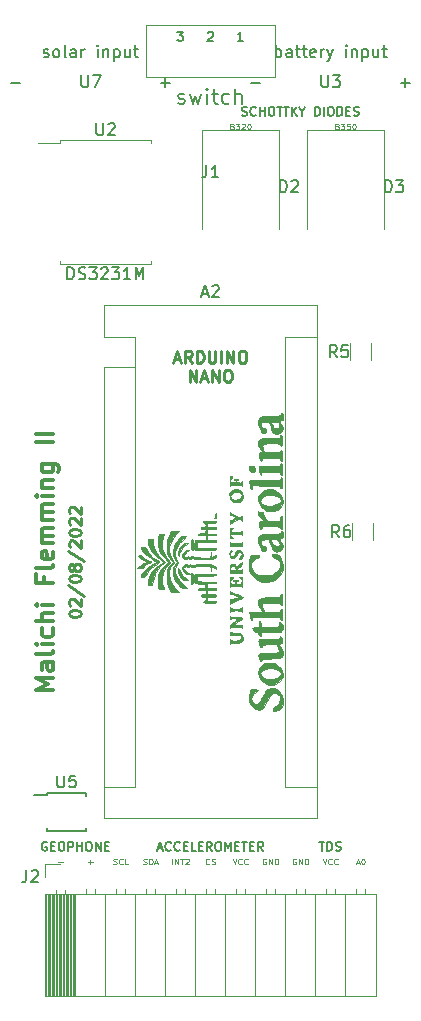
<source format=gbr>
%TF.GenerationSoftware,KiCad,Pcbnew,(6.0.4)*%
%TF.CreationDate,2022-04-23T15:23:27-04:00*%
%TF.ProjectId,smart penetrometer,736d6172-7420-4706-956e-6574726f6d65,rev?*%
%TF.SameCoordinates,Original*%
%TF.FileFunction,Legend,Top*%
%TF.FilePolarity,Positive*%
%FSLAX46Y46*%
G04 Gerber Fmt 4.6, Leading zero omitted, Abs format (unit mm)*
G04 Created by KiCad (PCBNEW (6.0.4)) date 2022-04-23 15:23:27*
%MOMM*%
%LPD*%
G01*
G04 APERTURE LIST*
%ADD10C,0.250000*%
%ADD11C,0.187500*%
%ADD12C,0.125000*%
%ADD13C,0.300000*%
%ADD14C,0.150000*%
%ADD15C,0.120000*%
%ADD16C,0.010000*%
G04 APERTURE END LIST*
D10*
X122682380Y-104771666D02*
X123158571Y-104771666D01*
X122587142Y-105057380D02*
X122920476Y-104057380D01*
X123253809Y-105057380D01*
X124158571Y-105057380D02*
X123825238Y-104581190D01*
X123587142Y-105057380D02*
X123587142Y-104057380D01*
X123968095Y-104057380D01*
X124063333Y-104105000D01*
X124110952Y-104152619D01*
X124158571Y-104247857D01*
X124158571Y-104390714D01*
X124110952Y-104485952D01*
X124063333Y-104533571D01*
X123968095Y-104581190D01*
X123587142Y-104581190D01*
X124587142Y-105057380D02*
X124587142Y-104057380D01*
X124825238Y-104057380D01*
X124968095Y-104105000D01*
X125063333Y-104200238D01*
X125110952Y-104295476D01*
X125158571Y-104485952D01*
X125158571Y-104628809D01*
X125110952Y-104819285D01*
X125063333Y-104914523D01*
X124968095Y-105009761D01*
X124825238Y-105057380D01*
X124587142Y-105057380D01*
X125587142Y-104057380D02*
X125587142Y-104866904D01*
X125634761Y-104962142D01*
X125682380Y-105009761D01*
X125777619Y-105057380D01*
X125968095Y-105057380D01*
X126063333Y-105009761D01*
X126110952Y-104962142D01*
X126158571Y-104866904D01*
X126158571Y-104057380D01*
X126634761Y-105057380D02*
X126634761Y-104057380D01*
X127110952Y-105057380D02*
X127110952Y-104057380D01*
X127682380Y-105057380D01*
X127682380Y-104057380D01*
X128349047Y-104057380D02*
X128539523Y-104057380D01*
X128634761Y-104105000D01*
X128730000Y-104200238D01*
X128777619Y-104390714D01*
X128777619Y-104724047D01*
X128730000Y-104914523D01*
X128634761Y-105009761D01*
X128539523Y-105057380D01*
X128349047Y-105057380D01*
X128253809Y-105009761D01*
X128158571Y-104914523D01*
X128110952Y-104724047D01*
X128110952Y-104390714D01*
X128158571Y-104200238D01*
X128253809Y-104105000D01*
X128349047Y-104057380D01*
X123968095Y-106667380D02*
X123968095Y-105667380D01*
X124539523Y-106667380D01*
X124539523Y-105667380D01*
X124968095Y-106381666D02*
X125444285Y-106381666D01*
X124872857Y-106667380D02*
X125206190Y-105667380D01*
X125539523Y-106667380D01*
X125872857Y-106667380D02*
X125872857Y-105667380D01*
X126444285Y-106667380D01*
X126444285Y-105667380D01*
X127110952Y-105667380D02*
X127301428Y-105667380D01*
X127396666Y-105715000D01*
X127491904Y-105810238D01*
X127539523Y-106000714D01*
X127539523Y-106334047D01*
X127491904Y-106524523D01*
X127396666Y-106619761D01*
X127301428Y-106667380D01*
X127110952Y-106667380D01*
X127015714Y-106619761D01*
X126920476Y-106524523D01*
X126872857Y-106334047D01*
X126872857Y-106000714D01*
X126920476Y-105810238D01*
X127015714Y-105715000D01*
X127110952Y-105667380D01*
D11*
X128403571Y-84123571D02*
X128510714Y-84159285D01*
X128689285Y-84159285D01*
X128760714Y-84123571D01*
X128796428Y-84087857D01*
X128832142Y-84016428D01*
X128832142Y-83945000D01*
X128796428Y-83873571D01*
X128760714Y-83837857D01*
X128689285Y-83802142D01*
X128546428Y-83766428D01*
X128475000Y-83730714D01*
X128439285Y-83695000D01*
X128403571Y-83623571D01*
X128403571Y-83552142D01*
X128439285Y-83480714D01*
X128475000Y-83445000D01*
X128546428Y-83409285D01*
X128725000Y-83409285D01*
X128832142Y-83445000D01*
X129582142Y-84087857D02*
X129546428Y-84123571D01*
X129439285Y-84159285D01*
X129367857Y-84159285D01*
X129260714Y-84123571D01*
X129189285Y-84052142D01*
X129153571Y-83980714D01*
X129117857Y-83837857D01*
X129117857Y-83730714D01*
X129153571Y-83587857D01*
X129189285Y-83516428D01*
X129260714Y-83445000D01*
X129367857Y-83409285D01*
X129439285Y-83409285D01*
X129546428Y-83445000D01*
X129582142Y-83480714D01*
X129903571Y-84159285D02*
X129903571Y-83409285D01*
X129903571Y-83766428D02*
X130332142Y-83766428D01*
X130332142Y-84159285D02*
X130332142Y-83409285D01*
X130832142Y-83409285D02*
X130975000Y-83409285D01*
X131046428Y-83445000D01*
X131117857Y-83516428D01*
X131153571Y-83659285D01*
X131153571Y-83909285D01*
X131117857Y-84052142D01*
X131046428Y-84123571D01*
X130975000Y-84159285D01*
X130832142Y-84159285D01*
X130760714Y-84123571D01*
X130689285Y-84052142D01*
X130653571Y-83909285D01*
X130653571Y-83659285D01*
X130689285Y-83516428D01*
X130760714Y-83445000D01*
X130832142Y-83409285D01*
X131367857Y-83409285D02*
X131796428Y-83409285D01*
X131582142Y-84159285D02*
X131582142Y-83409285D01*
X131939285Y-83409285D02*
X132367857Y-83409285D01*
X132153571Y-84159285D02*
X132153571Y-83409285D01*
X132617857Y-84159285D02*
X132617857Y-83409285D01*
X133046428Y-84159285D02*
X132725000Y-83730714D01*
X133046428Y-83409285D02*
X132617857Y-83837857D01*
X133510714Y-83802142D02*
X133510714Y-84159285D01*
X133260714Y-83409285D02*
X133510714Y-83802142D01*
X133760714Y-83409285D01*
X134582142Y-84159285D02*
X134582142Y-83409285D01*
X134760714Y-83409285D01*
X134867857Y-83445000D01*
X134939285Y-83516428D01*
X134975000Y-83587857D01*
X135010714Y-83730714D01*
X135010714Y-83837857D01*
X134975000Y-83980714D01*
X134939285Y-84052142D01*
X134867857Y-84123571D01*
X134760714Y-84159285D01*
X134582142Y-84159285D01*
X135332142Y-84159285D02*
X135332142Y-83409285D01*
X135832142Y-83409285D02*
X135975000Y-83409285D01*
X136046428Y-83445000D01*
X136117857Y-83516428D01*
X136153571Y-83659285D01*
X136153571Y-83909285D01*
X136117857Y-84052142D01*
X136046428Y-84123571D01*
X135975000Y-84159285D01*
X135832142Y-84159285D01*
X135760714Y-84123571D01*
X135689285Y-84052142D01*
X135653571Y-83909285D01*
X135653571Y-83659285D01*
X135689285Y-83516428D01*
X135760714Y-83445000D01*
X135832142Y-83409285D01*
X136475000Y-84159285D02*
X136475000Y-83409285D01*
X136653571Y-83409285D01*
X136760714Y-83445000D01*
X136832142Y-83516428D01*
X136867857Y-83587857D01*
X136903571Y-83730714D01*
X136903571Y-83837857D01*
X136867857Y-83980714D01*
X136832142Y-84052142D01*
X136760714Y-84123571D01*
X136653571Y-84159285D01*
X136475000Y-84159285D01*
X137225000Y-83766428D02*
X137475000Y-83766428D01*
X137582142Y-84159285D02*
X137225000Y-84159285D01*
X137225000Y-83409285D01*
X137582142Y-83409285D01*
X137867857Y-84123571D02*
X137975000Y-84159285D01*
X138153571Y-84159285D01*
X138225000Y-84123571D01*
X138260714Y-84087857D01*
X138296428Y-84016428D01*
X138296428Y-83945000D01*
X138260714Y-83873571D01*
X138225000Y-83837857D01*
X138153571Y-83802142D01*
X138010714Y-83766428D01*
X137939285Y-83730714D01*
X137903571Y-83695000D01*
X137867857Y-83623571D01*
X137867857Y-83552142D01*
X137903571Y-83480714D01*
X137939285Y-83445000D01*
X138010714Y-83409285D01*
X138189285Y-83409285D01*
X138296428Y-83445000D01*
D12*
X138072857Y-147403333D02*
X138310952Y-147403333D01*
X138025238Y-147546190D02*
X138191904Y-147046190D01*
X138358571Y-147546190D01*
X138620476Y-147046190D02*
X138668095Y-147046190D01*
X138715714Y-147070000D01*
X138739523Y-147093809D01*
X138763333Y-147141428D01*
X138787142Y-147236666D01*
X138787142Y-147355714D01*
X138763333Y-147450952D01*
X138739523Y-147498571D01*
X138715714Y-147522380D01*
X138668095Y-147546190D01*
X138620476Y-147546190D01*
X138572857Y-147522380D01*
X138549047Y-147498571D01*
X138525238Y-147450952D01*
X138501428Y-147355714D01*
X138501428Y-147236666D01*
X138525238Y-147141428D01*
X138549047Y-147093809D01*
X138572857Y-147070000D01*
X138620476Y-147046190D01*
X135223333Y-147046190D02*
X135390000Y-147546190D01*
X135556666Y-147046190D01*
X136009047Y-147498571D02*
X135985238Y-147522380D01*
X135913809Y-147546190D01*
X135866190Y-147546190D01*
X135794761Y-147522380D01*
X135747142Y-147474761D01*
X135723333Y-147427142D01*
X135699523Y-147331904D01*
X135699523Y-147260476D01*
X135723333Y-147165238D01*
X135747142Y-147117619D01*
X135794761Y-147070000D01*
X135866190Y-147046190D01*
X135913809Y-147046190D01*
X135985238Y-147070000D01*
X136009047Y-147093809D01*
X136509047Y-147498571D02*
X136485238Y-147522380D01*
X136413809Y-147546190D01*
X136366190Y-147546190D01*
X136294761Y-147522380D01*
X136247142Y-147474761D01*
X136223333Y-147427142D01*
X136199523Y-147331904D01*
X136199523Y-147260476D01*
X136223333Y-147165238D01*
X136247142Y-147117619D01*
X136294761Y-147070000D01*
X136366190Y-147046190D01*
X136413809Y-147046190D01*
X136485238Y-147070000D01*
X136509047Y-147093809D01*
X132969047Y-147070000D02*
X132921428Y-147046190D01*
X132850000Y-147046190D01*
X132778571Y-147070000D01*
X132730952Y-147117619D01*
X132707142Y-147165238D01*
X132683333Y-147260476D01*
X132683333Y-147331904D01*
X132707142Y-147427142D01*
X132730952Y-147474761D01*
X132778571Y-147522380D01*
X132850000Y-147546190D01*
X132897619Y-147546190D01*
X132969047Y-147522380D01*
X132992857Y-147498571D01*
X132992857Y-147331904D01*
X132897619Y-147331904D01*
X133207142Y-147546190D02*
X133207142Y-147046190D01*
X133492857Y-147546190D01*
X133492857Y-147046190D01*
X133730952Y-147546190D02*
X133730952Y-147046190D01*
X133850000Y-147046190D01*
X133921428Y-147070000D01*
X133969047Y-147117619D01*
X133992857Y-147165238D01*
X134016666Y-147260476D01*
X134016666Y-147331904D01*
X133992857Y-147427142D01*
X133969047Y-147474761D01*
X133921428Y-147522380D01*
X133850000Y-147546190D01*
X133730952Y-147546190D01*
X130429047Y-147070000D02*
X130381428Y-147046190D01*
X130310000Y-147046190D01*
X130238571Y-147070000D01*
X130190952Y-147117619D01*
X130167142Y-147165238D01*
X130143333Y-147260476D01*
X130143333Y-147331904D01*
X130167142Y-147427142D01*
X130190952Y-147474761D01*
X130238571Y-147522380D01*
X130310000Y-147546190D01*
X130357619Y-147546190D01*
X130429047Y-147522380D01*
X130452857Y-147498571D01*
X130452857Y-147331904D01*
X130357619Y-147331904D01*
X130667142Y-147546190D02*
X130667142Y-147046190D01*
X130952857Y-147546190D01*
X130952857Y-147046190D01*
X131190952Y-147546190D02*
X131190952Y-147046190D01*
X131310000Y-147046190D01*
X131381428Y-147070000D01*
X131429047Y-147117619D01*
X131452857Y-147165238D01*
X131476666Y-147260476D01*
X131476666Y-147331904D01*
X131452857Y-147427142D01*
X131429047Y-147474761D01*
X131381428Y-147522380D01*
X131310000Y-147546190D01*
X131190952Y-147546190D01*
X127603333Y-147046190D02*
X127770000Y-147546190D01*
X127936666Y-147046190D01*
X128389047Y-147498571D02*
X128365238Y-147522380D01*
X128293809Y-147546190D01*
X128246190Y-147546190D01*
X128174761Y-147522380D01*
X128127142Y-147474761D01*
X128103333Y-147427142D01*
X128079523Y-147331904D01*
X128079523Y-147260476D01*
X128103333Y-147165238D01*
X128127142Y-147117619D01*
X128174761Y-147070000D01*
X128246190Y-147046190D01*
X128293809Y-147046190D01*
X128365238Y-147070000D01*
X128389047Y-147093809D01*
X128889047Y-147498571D02*
X128865238Y-147522380D01*
X128793809Y-147546190D01*
X128746190Y-147546190D01*
X128674761Y-147522380D01*
X128627142Y-147474761D01*
X128603333Y-147427142D01*
X128579523Y-147331904D01*
X128579523Y-147260476D01*
X128603333Y-147165238D01*
X128627142Y-147117619D01*
X128674761Y-147070000D01*
X128746190Y-147046190D01*
X128793809Y-147046190D01*
X128865238Y-147070000D01*
X128889047Y-147093809D01*
X125646666Y-147498571D02*
X125622857Y-147522380D01*
X125551428Y-147546190D01*
X125503809Y-147546190D01*
X125432380Y-147522380D01*
X125384761Y-147474761D01*
X125360952Y-147427142D01*
X125337142Y-147331904D01*
X125337142Y-147260476D01*
X125360952Y-147165238D01*
X125384761Y-147117619D01*
X125432380Y-147070000D01*
X125503809Y-147046190D01*
X125551428Y-147046190D01*
X125622857Y-147070000D01*
X125646666Y-147093809D01*
X125837142Y-147522380D02*
X125908571Y-147546190D01*
X126027619Y-147546190D01*
X126075238Y-147522380D01*
X126099047Y-147498571D01*
X126122857Y-147450952D01*
X126122857Y-147403333D01*
X126099047Y-147355714D01*
X126075238Y-147331904D01*
X126027619Y-147308095D01*
X125932380Y-147284285D01*
X125884761Y-147260476D01*
X125860952Y-147236666D01*
X125837142Y-147189047D01*
X125837142Y-147141428D01*
X125860952Y-147093809D01*
X125884761Y-147070000D01*
X125932380Y-147046190D01*
X126051428Y-147046190D01*
X126122857Y-147070000D01*
X122499523Y-147546190D02*
X122499523Y-147046190D01*
X122737619Y-147546190D02*
X122737619Y-147046190D01*
X123023333Y-147546190D01*
X123023333Y-147046190D01*
X123190000Y-147046190D02*
X123475714Y-147046190D01*
X123332857Y-147546190D02*
X123332857Y-147046190D01*
X123618571Y-147093809D02*
X123642380Y-147070000D01*
X123690000Y-147046190D01*
X123809047Y-147046190D01*
X123856666Y-147070000D01*
X123880476Y-147093809D01*
X123904285Y-147141428D01*
X123904285Y-147189047D01*
X123880476Y-147260476D01*
X123594761Y-147546190D01*
X123904285Y-147546190D01*
X120042857Y-147522380D02*
X120114285Y-147546190D01*
X120233333Y-147546190D01*
X120280952Y-147522380D01*
X120304761Y-147498571D01*
X120328571Y-147450952D01*
X120328571Y-147403333D01*
X120304761Y-147355714D01*
X120280952Y-147331904D01*
X120233333Y-147308095D01*
X120138095Y-147284285D01*
X120090476Y-147260476D01*
X120066666Y-147236666D01*
X120042857Y-147189047D01*
X120042857Y-147141428D01*
X120066666Y-147093809D01*
X120090476Y-147070000D01*
X120138095Y-147046190D01*
X120257142Y-147046190D01*
X120328571Y-147070000D01*
X120542857Y-147546190D02*
X120542857Y-147046190D01*
X120661904Y-147046190D01*
X120733333Y-147070000D01*
X120780952Y-147117619D01*
X120804761Y-147165238D01*
X120828571Y-147260476D01*
X120828571Y-147331904D01*
X120804761Y-147427142D01*
X120780952Y-147474761D01*
X120733333Y-147522380D01*
X120661904Y-147546190D01*
X120542857Y-147546190D01*
X121019047Y-147403333D02*
X121257142Y-147403333D01*
X120971428Y-147546190D02*
X121138095Y-147046190D01*
X121304761Y-147546190D01*
X117514761Y-147522380D02*
X117586190Y-147546190D01*
X117705238Y-147546190D01*
X117752857Y-147522380D01*
X117776666Y-147498571D01*
X117800476Y-147450952D01*
X117800476Y-147403333D01*
X117776666Y-147355714D01*
X117752857Y-147331904D01*
X117705238Y-147308095D01*
X117610000Y-147284285D01*
X117562380Y-147260476D01*
X117538571Y-147236666D01*
X117514761Y-147189047D01*
X117514761Y-147141428D01*
X117538571Y-147093809D01*
X117562380Y-147070000D01*
X117610000Y-147046190D01*
X117729047Y-147046190D01*
X117800476Y-147070000D01*
X118300476Y-147498571D02*
X118276666Y-147522380D01*
X118205238Y-147546190D01*
X118157619Y-147546190D01*
X118086190Y-147522380D01*
X118038571Y-147474761D01*
X118014761Y-147427142D01*
X117990952Y-147331904D01*
X117990952Y-147260476D01*
X118014761Y-147165238D01*
X118038571Y-147117619D01*
X118086190Y-147070000D01*
X118157619Y-147046190D01*
X118205238Y-147046190D01*
X118276666Y-147070000D01*
X118300476Y-147093809D01*
X118752857Y-147546190D02*
X118514761Y-147546190D01*
X118514761Y-147046190D01*
D11*
X134943571Y-145639285D02*
X135372142Y-145639285D01*
X135157857Y-146389285D02*
X135157857Y-145639285D01*
X135622142Y-146389285D02*
X135622142Y-145639285D01*
X135800714Y-145639285D01*
X135907857Y-145675000D01*
X135979285Y-145746428D01*
X136015000Y-145817857D01*
X136050714Y-145960714D01*
X136050714Y-146067857D01*
X136015000Y-146210714D01*
X135979285Y-146282142D01*
X135907857Y-146353571D01*
X135800714Y-146389285D01*
X135622142Y-146389285D01*
X136336428Y-146353571D02*
X136443571Y-146389285D01*
X136622142Y-146389285D01*
X136693571Y-146353571D01*
X136729285Y-146317857D01*
X136765000Y-146246428D01*
X136765000Y-146175000D01*
X136729285Y-146103571D01*
X136693571Y-146067857D01*
X136622142Y-146032142D01*
X136479285Y-145996428D01*
X136407857Y-145960714D01*
X136372142Y-145925000D01*
X136336428Y-145853571D01*
X136336428Y-145782142D01*
X136372142Y-145710714D01*
X136407857Y-145675000D01*
X136479285Y-145639285D01*
X136657857Y-145639285D01*
X136765000Y-145675000D01*
X121283571Y-146175000D02*
X121640714Y-146175000D01*
X121212142Y-146389285D02*
X121462142Y-145639285D01*
X121712142Y-146389285D01*
X122390714Y-146317857D02*
X122355000Y-146353571D01*
X122247857Y-146389285D01*
X122176428Y-146389285D01*
X122069285Y-146353571D01*
X121997857Y-146282142D01*
X121962142Y-146210714D01*
X121926428Y-146067857D01*
X121926428Y-145960714D01*
X121962142Y-145817857D01*
X121997857Y-145746428D01*
X122069285Y-145675000D01*
X122176428Y-145639285D01*
X122247857Y-145639285D01*
X122355000Y-145675000D01*
X122390714Y-145710714D01*
X123140714Y-146317857D02*
X123105000Y-146353571D01*
X122997857Y-146389285D01*
X122926428Y-146389285D01*
X122819285Y-146353571D01*
X122747857Y-146282142D01*
X122712142Y-146210714D01*
X122676428Y-146067857D01*
X122676428Y-145960714D01*
X122712142Y-145817857D01*
X122747857Y-145746428D01*
X122819285Y-145675000D01*
X122926428Y-145639285D01*
X122997857Y-145639285D01*
X123105000Y-145675000D01*
X123140714Y-145710714D01*
X123462142Y-145996428D02*
X123712142Y-145996428D01*
X123819285Y-146389285D02*
X123462142Y-146389285D01*
X123462142Y-145639285D01*
X123819285Y-145639285D01*
X124497857Y-146389285D02*
X124140714Y-146389285D01*
X124140714Y-145639285D01*
X124747857Y-145996428D02*
X124997857Y-145996428D01*
X125105000Y-146389285D02*
X124747857Y-146389285D01*
X124747857Y-145639285D01*
X125105000Y-145639285D01*
X125855000Y-146389285D02*
X125605000Y-146032142D01*
X125426428Y-146389285D02*
X125426428Y-145639285D01*
X125712142Y-145639285D01*
X125783571Y-145675000D01*
X125819285Y-145710714D01*
X125855000Y-145782142D01*
X125855000Y-145889285D01*
X125819285Y-145960714D01*
X125783571Y-145996428D01*
X125712142Y-146032142D01*
X125426428Y-146032142D01*
X126319285Y-145639285D02*
X126462142Y-145639285D01*
X126533571Y-145675000D01*
X126605000Y-145746428D01*
X126640714Y-145889285D01*
X126640714Y-146139285D01*
X126605000Y-146282142D01*
X126533571Y-146353571D01*
X126462142Y-146389285D01*
X126319285Y-146389285D01*
X126247857Y-146353571D01*
X126176428Y-146282142D01*
X126140714Y-146139285D01*
X126140714Y-145889285D01*
X126176428Y-145746428D01*
X126247857Y-145675000D01*
X126319285Y-145639285D01*
X126962142Y-146389285D02*
X126962142Y-145639285D01*
X127212142Y-146175000D01*
X127462142Y-145639285D01*
X127462142Y-146389285D01*
X127819285Y-145996428D02*
X128069285Y-145996428D01*
X128176428Y-146389285D02*
X127819285Y-146389285D01*
X127819285Y-145639285D01*
X128176428Y-145639285D01*
X128390714Y-145639285D02*
X128819285Y-145639285D01*
X128605000Y-146389285D02*
X128605000Y-145639285D01*
X129069285Y-145996428D02*
X129319285Y-145996428D01*
X129426428Y-146389285D02*
X129069285Y-146389285D01*
X129069285Y-145639285D01*
X129426428Y-145639285D01*
X130176428Y-146389285D02*
X129926428Y-146032142D01*
X129747857Y-146389285D02*
X129747857Y-145639285D01*
X130033571Y-145639285D01*
X130105000Y-145675000D01*
X130140714Y-145710714D01*
X130176428Y-145782142D01*
X130176428Y-145889285D01*
X130140714Y-145960714D01*
X130105000Y-145996428D01*
X130033571Y-146032142D01*
X129747857Y-146032142D01*
D12*
X115379523Y-147355714D02*
X115760476Y-147355714D01*
X115570000Y-147546190D02*
X115570000Y-147165238D01*
X112839523Y-147355714D02*
X113220476Y-147355714D01*
D11*
X111871428Y-145675000D02*
X111800000Y-145639285D01*
X111692857Y-145639285D01*
X111585714Y-145675000D01*
X111514285Y-145746428D01*
X111478571Y-145817857D01*
X111442857Y-145960714D01*
X111442857Y-146067857D01*
X111478571Y-146210714D01*
X111514285Y-146282142D01*
X111585714Y-146353571D01*
X111692857Y-146389285D01*
X111764285Y-146389285D01*
X111871428Y-146353571D01*
X111907142Y-146317857D01*
X111907142Y-146067857D01*
X111764285Y-146067857D01*
X112228571Y-145996428D02*
X112478571Y-145996428D01*
X112585714Y-146389285D02*
X112228571Y-146389285D01*
X112228571Y-145639285D01*
X112585714Y-145639285D01*
X113050000Y-145639285D02*
X113192857Y-145639285D01*
X113264285Y-145675000D01*
X113335714Y-145746428D01*
X113371428Y-145889285D01*
X113371428Y-146139285D01*
X113335714Y-146282142D01*
X113264285Y-146353571D01*
X113192857Y-146389285D01*
X113050000Y-146389285D01*
X112978571Y-146353571D01*
X112907142Y-146282142D01*
X112871428Y-146139285D01*
X112871428Y-145889285D01*
X112907142Y-145746428D01*
X112978571Y-145675000D01*
X113050000Y-145639285D01*
X113692857Y-146389285D02*
X113692857Y-145639285D01*
X113978571Y-145639285D01*
X114050000Y-145675000D01*
X114085714Y-145710714D01*
X114121428Y-145782142D01*
X114121428Y-145889285D01*
X114085714Y-145960714D01*
X114050000Y-145996428D01*
X113978571Y-146032142D01*
X113692857Y-146032142D01*
X114442857Y-146389285D02*
X114442857Y-145639285D01*
X114442857Y-145996428D02*
X114871428Y-145996428D01*
X114871428Y-146389285D02*
X114871428Y-145639285D01*
X115371428Y-145639285D02*
X115514285Y-145639285D01*
X115585714Y-145675000D01*
X115657142Y-145746428D01*
X115692857Y-145889285D01*
X115692857Y-146139285D01*
X115657142Y-146282142D01*
X115585714Y-146353571D01*
X115514285Y-146389285D01*
X115371428Y-146389285D01*
X115300000Y-146353571D01*
X115228571Y-146282142D01*
X115192857Y-146139285D01*
X115192857Y-145889285D01*
X115228571Y-145746428D01*
X115300000Y-145675000D01*
X115371428Y-145639285D01*
X116014285Y-146389285D02*
X116014285Y-145639285D01*
X116442857Y-146389285D01*
X116442857Y-145639285D01*
X116800000Y-145996428D02*
X117050000Y-145996428D01*
X117157142Y-146389285D02*
X116800000Y-146389285D01*
X116800000Y-145639285D01*
X117157142Y-145639285D01*
D10*
X113752380Y-126348571D02*
X113752380Y-126253333D01*
X113800000Y-126158095D01*
X113847619Y-126110476D01*
X113942857Y-126062857D01*
X114133333Y-126015238D01*
X114371428Y-126015238D01*
X114561904Y-126062857D01*
X114657142Y-126110476D01*
X114704761Y-126158095D01*
X114752380Y-126253333D01*
X114752380Y-126348571D01*
X114704761Y-126443809D01*
X114657142Y-126491428D01*
X114561904Y-126539047D01*
X114371428Y-126586666D01*
X114133333Y-126586666D01*
X113942857Y-126539047D01*
X113847619Y-126491428D01*
X113800000Y-126443809D01*
X113752380Y-126348571D01*
X113847619Y-125634285D02*
X113800000Y-125586666D01*
X113752380Y-125491428D01*
X113752380Y-125253333D01*
X113800000Y-125158095D01*
X113847619Y-125110476D01*
X113942857Y-125062857D01*
X114038095Y-125062857D01*
X114180952Y-125110476D01*
X114752380Y-125681904D01*
X114752380Y-125062857D01*
X113704761Y-123920000D02*
X114990476Y-124777142D01*
X113752380Y-123396190D02*
X113752380Y-123300952D01*
X113800000Y-123205714D01*
X113847619Y-123158095D01*
X113942857Y-123110476D01*
X114133333Y-123062857D01*
X114371428Y-123062857D01*
X114561904Y-123110476D01*
X114657142Y-123158095D01*
X114704761Y-123205714D01*
X114752380Y-123300952D01*
X114752380Y-123396190D01*
X114704761Y-123491428D01*
X114657142Y-123539047D01*
X114561904Y-123586666D01*
X114371428Y-123634285D01*
X114133333Y-123634285D01*
X113942857Y-123586666D01*
X113847619Y-123539047D01*
X113800000Y-123491428D01*
X113752380Y-123396190D01*
X114180952Y-122491428D02*
X114133333Y-122586666D01*
X114085714Y-122634285D01*
X113990476Y-122681904D01*
X113942857Y-122681904D01*
X113847619Y-122634285D01*
X113800000Y-122586666D01*
X113752380Y-122491428D01*
X113752380Y-122300952D01*
X113800000Y-122205714D01*
X113847619Y-122158095D01*
X113942857Y-122110476D01*
X113990476Y-122110476D01*
X114085714Y-122158095D01*
X114133333Y-122205714D01*
X114180952Y-122300952D01*
X114180952Y-122491428D01*
X114228571Y-122586666D01*
X114276190Y-122634285D01*
X114371428Y-122681904D01*
X114561904Y-122681904D01*
X114657142Y-122634285D01*
X114704761Y-122586666D01*
X114752380Y-122491428D01*
X114752380Y-122300952D01*
X114704761Y-122205714D01*
X114657142Y-122158095D01*
X114561904Y-122110476D01*
X114371428Y-122110476D01*
X114276190Y-122158095D01*
X114228571Y-122205714D01*
X114180952Y-122300952D01*
X113704761Y-120967619D02*
X114990476Y-121824761D01*
X113847619Y-120681904D02*
X113800000Y-120634285D01*
X113752380Y-120539047D01*
X113752380Y-120300952D01*
X113800000Y-120205714D01*
X113847619Y-120158095D01*
X113942857Y-120110476D01*
X114038095Y-120110476D01*
X114180952Y-120158095D01*
X114752380Y-120729523D01*
X114752380Y-120110476D01*
X113752380Y-119491428D02*
X113752380Y-119396190D01*
X113800000Y-119300952D01*
X113847619Y-119253333D01*
X113942857Y-119205714D01*
X114133333Y-119158095D01*
X114371428Y-119158095D01*
X114561904Y-119205714D01*
X114657142Y-119253333D01*
X114704761Y-119300952D01*
X114752380Y-119396190D01*
X114752380Y-119491428D01*
X114704761Y-119586666D01*
X114657142Y-119634285D01*
X114561904Y-119681904D01*
X114371428Y-119729523D01*
X114133333Y-119729523D01*
X113942857Y-119681904D01*
X113847619Y-119634285D01*
X113800000Y-119586666D01*
X113752380Y-119491428D01*
X113847619Y-118777142D02*
X113800000Y-118729523D01*
X113752380Y-118634285D01*
X113752380Y-118396190D01*
X113800000Y-118300952D01*
X113847619Y-118253333D01*
X113942857Y-118205714D01*
X114038095Y-118205714D01*
X114180952Y-118253333D01*
X114752380Y-118824761D01*
X114752380Y-118205714D01*
X113847619Y-117824761D02*
X113800000Y-117777142D01*
X113752380Y-117681904D01*
X113752380Y-117443809D01*
X113800000Y-117348571D01*
X113847619Y-117300952D01*
X113942857Y-117253333D01*
X114038095Y-117253333D01*
X114180952Y-117300952D01*
X114752380Y-117872380D01*
X114752380Y-117253333D01*
D13*
X112438571Y-132777142D02*
X110938571Y-132777142D01*
X112010000Y-132277142D01*
X110938571Y-131777142D01*
X112438571Y-131777142D01*
X112438571Y-130420000D02*
X111652857Y-130420000D01*
X111510000Y-130491428D01*
X111438571Y-130634285D01*
X111438571Y-130920000D01*
X111510000Y-131062857D01*
X112367142Y-130420000D02*
X112438571Y-130562857D01*
X112438571Y-130920000D01*
X112367142Y-131062857D01*
X112224285Y-131134285D01*
X112081428Y-131134285D01*
X111938571Y-131062857D01*
X111867142Y-130920000D01*
X111867142Y-130562857D01*
X111795714Y-130420000D01*
X112438571Y-129491428D02*
X112367142Y-129634285D01*
X112224285Y-129705714D01*
X110938571Y-129705714D01*
X112438571Y-128920000D02*
X111438571Y-128920000D01*
X110938571Y-128920000D02*
X111010000Y-128991428D01*
X111081428Y-128920000D01*
X111010000Y-128848571D01*
X110938571Y-128920000D01*
X111081428Y-128920000D01*
X112367142Y-127562857D02*
X112438571Y-127705714D01*
X112438571Y-127991428D01*
X112367142Y-128134285D01*
X112295714Y-128205714D01*
X112152857Y-128277142D01*
X111724285Y-128277142D01*
X111581428Y-128205714D01*
X111510000Y-128134285D01*
X111438571Y-127991428D01*
X111438571Y-127705714D01*
X111510000Y-127562857D01*
X112438571Y-126920000D02*
X110938571Y-126920000D01*
X112438571Y-126277142D02*
X111652857Y-126277142D01*
X111510000Y-126348571D01*
X111438571Y-126491428D01*
X111438571Y-126705714D01*
X111510000Y-126848571D01*
X111581428Y-126920000D01*
X112438571Y-125562857D02*
X111438571Y-125562857D01*
X110938571Y-125562857D02*
X111010000Y-125634285D01*
X111081428Y-125562857D01*
X111010000Y-125491428D01*
X110938571Y-125562857D01*
X111081428Y-125562857D01*
X111652857Y-123205714D02*
X111652857Y-123705714D01*
X112438571Y-123705714D02*
X110938571Y-123705714D01*
X110938571Y-122991428D01*
X112438571Y-122205714D02*
X112367142Y-122348571D01*
X112224285Y-122420000D01*
X110938571Y-122420000D01*
X112367142Y-121062857D02*
X112438571Y-121205714D01*
X112438571Y-121491428D01*
X112367142Y-121634285D01*
X112224285Y-121705714D01*
X111652857Y-121705714D01*
X111510000Y-121634285D01*
X111438571Y-121491428D01*
X111438571Y-121205714D01*
X111510000Y-121062857D01*
X111652857Y-120991428D01*
X111795714Y-120991428D01*
X111938571Y-121705714D01*
X112438571Y-120348571D02*
X111438571Y-120348571D01*
X111581428Y-120348571D02*
X111510000Y-120277142D01*
X111438571Y-120134285D01*
X111438571Y-119920000D01*
X111510000Y-119777142D01*
X111652857Y-119705714D01*
X112438571Y-119705714D01*
X111652857Y-119705714D02*
X111510000Y-119634285D01*
X111438571Y-119491428D01*
X111438571Y-119277142D01*
X111510000Y-119134285D01*
X111652857Y-119062857D01*
X112438571Y-119062857D01*
X112438571Y-118348571D02*
X111438571Y-118348571D01*
X111581428Y-118348571D02*
X111510000Y-118277142D01*
X111438571Y-118134285D01*
X111438571Y-117920000D01*
X111510000Y-117777142D01*
X111652857Y-117705714D01*
X112438571Y-117705714D01*
X111652857Y-117705714D02*
X111510000Y-117634285D01*
X111438571Y-117491428D01*
X111438571Y-117277142D01*
X111510000Y-117134285D01*
X111652857Y-117062857D01*
X112438571Y-117062857D01*
X112438571Y-116348571D02*
X111438571Y-116348571D01*
X110938571Y-116348571D02*
X111010000Y-116420000D01*
X111081428Y-116348571D01*
X111010000Y-116277142D01*
X110938571Y-116348571D01*
X111081428Y-116348571D01*
X111438571Y-115634285D02*
X112438571Y-115634285D01*
X111581428Y-115634285D02*
X111510000Y-115562857D01*
X111438571Y-115420000D01*
X111438571Y-115205714D01*
X111510000Y-115062857D01*
X111652857Y-114991428D01*
X112438571Y-114991428D01*
X111438571Y-113634285D02*
X112652857Y-113634285D01*
X112795714Y-113705714D01*
X112867142Y-113777142D01*
X112938571Y-113920000D01*
X112938571Y-114134285D01*
X112867142Y-114277142D01*
X112367142Y-113634285D02*
X112438571Y-113777142D01*
X112438571Y-114062857D01*
X112367142Y-114205714D01*
X112295714Y-114277142D01*
X112152857Y-114348571D01*
X111724285Y-114348571D01*
X111581428Y-114277142D01*
X111510000Y-114205714D01*
X111438571Y-114062857D01*
X111438571Y-113777142D01*
X111510000Y-113634285D01*
X112438571Y-111777142D02*
X110938571Y-111777142D01*
X112438571Y-111062857D02*
X110938571Y-111062857D01*
D14*
%TO.C,J2*%
X110156666Y-148042380D02*
X110156666Y-148756666D01*
X110109047Y-148899523D01*
X110013809Y-148994761D01*
X109870952Y-149042380D01*
X109775714Y-149042380D01*
X110585238Y-148137619D02*
X110632857Y-148090000D01*
X110728095Y-148042380D01*
X110966190Y-148042380D01*
X111061428Y-148090000D01*
X111109047Y-148137619D01*
X111156666Y-148232857D01*
X111156666Y-148328095D01*
X111109047Y-148470952D01*
X110537619Y-149042380D01*
X111156666Y-149042380D01*
%TO.C,U7*%
X114808095Y-80732380D02*
X114808095Y-81541904D01*
X114855714Y-81637142D01*
X114903333Y-81684761D01*
X114998571Y-81732380D01*
X115189047Y-81732380D01*
X115284285Y-81684761D01*
X115331904Y-81637142D01*
X115379523Y-81541904D01*
X115379523Y-80732380D01*
X115760476Y-80732380D02*
X116427142Y-80732380D01*
X115998571Y-81732380D01*
X111617619Y-79144761D02*
X111712857Y-79192380D01*
X111903333Y-79192380D01*
X111998571Y-79144761D01*
X112046190Y-79049523D01*
X112046190Y-79001904D01*
X111998571Y-78906666D01*
X111903333Y-78859047D01*
X111760476Y-78859047D01*
X111665238Y-78811428D01*
X111617619Y-78716190D01*
X111617619Y-78668571D01*
X111665238Y-78573333D01*
X111760476Y-78525714D01*
X111903333Y-78525714D01*
X111998571Y-78573333D01*
X112617619Y-79192380D02*
X112522380Y-79144761D01*
X112474761Y-79097142D01*
X112427142Y-79001904D01*
X112427142Y-78716190D01*
X112474761Y-78620952D01*
X112522380Y-78573333D01*
X112617619Y-78525714D01*
X112760476Y-78525714D01*
X112855714Y-78573333D01*
X112903333Y-78620952D01*
X112950952Y-78716190D01*
X112950952Y-79001904D01*
X112903333Y-79097142D01*
X112855714Y-79144761D01*
X112760476Y-79192380D01*
X112617619Y-79192380D01*
X113522380Y-79192380D02*
X113427142Y-79144761D01*
X113379523Y-79049523D01*
X113379523Y-78192380D01*
X114331904Y-79192380D02*
X114331904Y-78668571D01*
X114284285Y-78573333D01*
X114189047Y-78525714D01*
X113998571Y-78525714D01*
X113903333Y-78573333D01*
X114331904Y-79144761D02*
X114236666Y-79192380D01*
X113998571Y-79192380D01*
X113903333Y-79144761D01*
X113855714Y-79049523D01*
X113855714Y-78954285D01*
X113903333Y-78859047D01*
X113998571Y-78811428D01*
X114236666Y-78811428D01*
X114331904Y-78763809D01*
X114808095Y-79192380D02*
X114808095Y-78525714D01*
X114808095Y-78716190D02*
X114855714Y-78620952D01*
X114903333Y-78573333D01*
X114998571Y-78525714D01*
X115093809Y-78525714D01*
X116189047Y-79192380D02*
X116189047Y-78525714D01*
X116189047Y-78192380D02*
X116141428Y-78240000D01*
X116189047Y-78287619D01*
X116236666Y-78240000D01*
X116189047Y-78192380D01*
X116189047Y-78287619D01*
X116665238Y-78525714D02*
X116665238Y-79192380D01*
X116665238Y-78620952D02*
X116712857Y-78573333D01*
X116808095Y-78525714D01*
X116950952Y-78525714D01*
X117046190Y-78573333D01*
X117093809Y-78668571D01*
X117093809Y-79192380D01*
X117570000Y-78525714D02*
X117570000Y-79525714D01*
X117570000Y-78573333D02*
X117665238Y-78525714D01*
X117855714Y-78525714D01*
X117950952Y-78573333D01*
X117998571Y-78620952D01*
X118046190Y-78716190D01*
X118046190Y-79001904D01*
X117998571Y-79097142D01*
X117950952Y-79144761D01*
X117855714Y-79192380D01*
X117665238Y-79192380D01*
X117570000Y-79144761D01*
X118903333Y-78525714D02*
X118903333Y-79192380D01*
X118474761Y-78525714D02*
X118474761Y-79049523D01*
X118522380Y-79144761D01*
X118617619Y-79192380D01*
X118760476Y-79192380D01*
X118855714Y-79144761D01*
X118903333Y-79097142D01*
X119236666Y-78525714D02*
X119617619Y-78525714D01*
X119379523Y-78192380D02*
X119379523Y-79049523D01*
X119427142Y-79144761D01*
X119522380Y-79192380D01*
X119617619Y-79192380D01*
X108839047Y-81351428D02*
X109600952Y-81351428D01*
X121539047Y-81351428D02*
X122300952Y-81351428D01*
X121920000Y-81732380D02*
X121920000Y-80970476D01*
%TO.C,U3*%
X135128095Y-80732380D02*
X135128095Y-81541904D01*
X135175714Y-81637142D01*
X135223333Y-81684761D01*
X135318571Y-81732380D01*
X135509047Y-81732380D01*
X135604285Y-81684761D01*
X135651904Y-81637142D01*
X135699523Y-81541904D01*
X135699523Y-80732380D01*
X136080476Y-80732380D02*
X136699523Y-80732380D01*
X136366190Y-81113333D01*
X136509047Y-81113333D01*
X136604285Y-81160952D01*
X136651904Y-81208571D01*
X136699523Y-81303809D01*
X136699523Y-81541904D01*
X136651904Y-81637142D01*
X136604285Y-81684761D01*
X136509047Y-81732380D01*
X136223333Y-81732380D01*
X136128095Y-81684761D01*
X136080476Y-81637142D01*
X131270952Y-79192380D02*
X131270952Y-78192380D01*
X131270952Y-78573333D02*
X131366190Y-78525714D01*
X131556666Y-78525714D01*
X131651904Y-78573333D01*
X131699523Y-78620952D01*
X131747142Y-78716190D01*
X131747142Y-79001904D01*
X131699523Y-79097142D01*
X131651904Y-79144761D01*
X131556666Y-79192380D01*
X131366190Y-79192380D01*
X131270952Y-79144761D01*
X132604285Y-79192380D02*
X132604285Y-78668571D01*
X132556666Y-78573333D01*
X132461428Y-78525714D01*
X132270952Y-78525714D01*
X132175714Y-78573333D01*
X132604285Y-79144761D02*
X132509047Y-79192380D01*
X132270952Y-79192380D01*
X132175714Y-79144761D01*
X132128095Y-79049523D01*
X132128095Y-78954285D01*
X132175714Y-78859047D01*
X132270952Y-78811428D01*
X132509047Y-78811428D01*
X132604285Y-78763809D01*
X132937619Y-78525714D02*
X133318571Y-78525714D01*
X133080476Y-78192380D02*
X133080476Y-79049523D01*
X133128095Y-79144761D01*
X133223333Y-79192380D01*
X133318571Y-79192380D01*
X133509047Y-78525714D02*
X133890000Y-78525714D01*
X133651904Y-78192380D02*
X133651904Y-79049523D01*
X133699523Y-79144761D01*
X133794761Y-79192380D01*
X133890000Y-79192380D01*
X134604285Y-79144761D02*
X134509047Y-79192380D01*
X134318571Y-79192380D01*
X134223333Y-79144761D01*
X134175714Y-79049523D01*
X134175714Y-78668571D01*
X134223333Y-78573333D01*
X134318571Y-78525714D01*
X134509047Y-78525714D01*
X134604285Y-78573333D01*
X134651904Y-78668571D01*
X134651904Y-78763809D01*
X134175714Y-78859047D01*
X135080476Y-79192380D02*
X135080476Y-78525714D01*
X135080476Y-78716190D02*
X135128095Y-78620952D01*
X135175714Y-78573333D01*
X135270952Y-78525714D01*
X135366190Y-78525714D01*
X135604285Y-78525714D02*
X135842380Y-79192380D01*
X136080476Y-78525714D02*
X135842380Y-79192380D01*
X135747142Y-79430476D01*
X135699523Y-79478095D01*
X135604285Y-79525714D01*
X137223333Y-79192380D02*
X137223333Y-78525714D01*
X137223333Y-78192380D02*
X137175714Y-78240000D01*
X137223333Y-78287619D01*
X137270952Y-78240000D01*
X137223333Y-78192380D01*
X137223333Y-78287619D01*
X137699523Y-78525714D02*
X137699523Y-79192380D01*
X137699523Y-78620952D02*
X137747142Y-78573333D01*
X137842380Y-78525714D01*
X137985238Y-78525714D01*
X138080476Y-78573333D01*
X138128095Y-78668571D01*
X138128095Y-79192380D01*
X138604285Y-78525714D02*
X138604285Y-79525714D01*
X138604285Y-78573333D02*
X138699523Y-78525714D01*
X138890000Y-78525714D01*
X138985238Y-78573333D01*
X139032857Y-78620952D01*
X139080476Y-78716190D01*
X139080476Y-79001904D01*
X139032857Y-79097142D01*
X138985238Y-79144761D01*
X138890000Y-79192380D01*
X138699523Y-79192380D01*
X138604285Y-79144761D01*
X139937619Y-78525714D02*
X139937619Y-79192380D01*
X139509047Y-78525714D02*
X139509047Y-79049523D01*
X139556666Y-79144761D01*
X139651904Y-79192380D01*
X139794761Y-79192380D01*
X139890000Y-79144761D01*
X139937619Y-79097142D01*
X140270952Y-78525714D02*
X140651904Y-78525714D01*
X140413809Y-78192380D02*
X140413809Y-79049523D01*
X140461428Y-79144761D01*
X140556666Y-79192380D01*
X140651904Y-79192380D01*
X129159047Y-81351428D02*
X129920952Y-81351428D01*
X141859047Y-81351428D02*
X142620952Y-81351428D01*
X142240000Y-81732380D02*
X142240000Y-80970476D01*
%TO.C,J1*%
X125396666Y-88352380D02*
X125396666Y-89066666D01*
X125349047Y-89209523D01*
X125253809Y-89304761D01*
X125110952Y-89352380D01*
X125015714Y-89352380D01*
X126396666Y-89352380D02*
X125825238Y-89352380D01*
X126110952Y-89352380D02*
X126110952Y-88352380D01*
X126015714Y-88495238D01*
X125920476Y-88590476D01*
X125825238Y-88638095D01*
X123008571Y-83064047D02*
X123129523Y-83124523D01*
X123371428Y-83124523D01*
X123492380Y-83064047D01*
X123552857Y-82943095D01*
X123552857Y-82882619D01*
X123492380Y-82761666D01*
X123371428Y-82701190D01*
X123190000Y-82701190D01*
X123069047Y-82640714D01*
X123008571Y-82519761D01*
X123008571Y-82459285D01*
X123069047Y-82338333D01*
X123190000Y-82277857D01*
X123371428Y-82277857D01*
X123492380Y-82338333D01*
X123976190Y-82277857D02*
X124218095Y-83124523D01*
X124460000Y-82519761D01*
X124701904Y-83124523D01*
X124943809Y-82277857D01*
X125427619Y-83124523D02*
X125427619Y-82277857D01*
X125427619Y-81854523D02*
X125367142Y-81915000D01*
X125427619Y-81975476D01*
X125488095Y-81915000D01*
X125427619Y-81854523D01*
X125427619Y-81975476D01*
X125850952Y-82277857D02*
X126334761Y-82277857D01*
X126032380Y-81854523D02*
X126032380Y-82943095D01*
X126092857Y-83064047D01*
X126213809Y-83124523D01*
X126334761Y-83124523D01*
X127302380Y-83064047D02*
X127181428Y-83124523D01*
X126939523Y-83124523D01*
X126818571Y-83064047D01*
X126758095Y-83003571D01*
X126697619Y-82882619D01*
X126697619Y-82519761D01*
X126758095Y-82398809D01*
X126818571Y-82338333D01*
X126939523Y-82277857D01*
X127181428Y-82277857D01*
X127302380Y-82338333D01*
X127846666Y-83124523D02*
X127846666Y-81854523D01*
X128390952Y-83124523D02*
X128390952Y-82459285D01*
X128330476Y-82338333D01*
X128209523Y-82277857D01*
X128028095Y-82277857D01*
X127907142Y-82338333D01*
X127846666Y-82398809D01*
X122940000Y-77059285D02*
X123404285Y-77059285D01*
X123154285Y-77345000D01*
X123261428Y-77345000D01*
X123332857Y-77380714D01*
X123368571Y-77416428D01*
X123404285Y-77487857D01*
X123404285Y-77666428D01*
X123368571Y-77737857D01*
X123332857Y-77773571D01*
X123261428Y-77809285D01*
X123047142Y-77809285D01*
X122975714Y-77773571D01*
X122940000Y-77737857D01*
X125515714Y-77130714D02*
X125551428Y-77095000D01*
X125622857Y-77059285D01*
X125801428Y-77059285D01*
X125872857Y-77095000D01*
X125908571Y-77130714D01*
X125944285Y-77202142D01*
X125944285Y-77273571D01*
X125908571Y-77380714D01*
X125480000Y-77809285D01*
X125944285Y-77809285D01*
X128484285Y-77809285D02*
X128055714Y-77809285D01*
X128270000Y-77809285D02*
X128270000Y-77059285D01*
X128198571Y-77166428D01*
X128127142Y-77237857D01*
X128055714Y-77273571D01*
%TO.C,U5*%
X112768095Y-140022380D02*
X112768095Y-140831904D01*
X112815714Y-140927142D01*
X112863333Y-140974761D01*
X112958571Y-141022380D01*
X113149047Y-141022380D01*
X113244285Y-140974761D01*
X113291904Y-140927142D01*
X113339523Y-140831904D01*
X113339523Y-140022380D01*
X114291904Y-140022380D02*
X113815714Y-140022380D01*
X113768095Y-140498571D01*
X113815714Y-140450952D01*
X113910952Y-140403333D01*
X114149047Y-140403333D01*
X114244285Y-140450952D01*
X114291904Y-140498571D01*
X114339523Y-140593809D01*
X114339523Y-140831904D01*
X114291904Y-140927142D01*
X114244285Y-140974761D01*
X114149047Y-141022380D01*
X113910952Y-141022380D01*
X113815714Y-140974761D01*
X113768095Y-140927142D01*
%TO.C,U2*%
X116078095Y-84792380D02*
X116078095Y-85601904D01*
X116125714Y-85697142D01*
X116173333Y-85744761D01*
X116268571Y-85792380D01*
X116459047Y-85792380D01*
X116554285Y-85744761D01*
X116601904Y-85697142D01*
X116649523Y-85601904D01*
X116649523Y-84792380D01*
X117078095Y-84887619D02*
X117125714Y-84840000D01*
X117220952Y-84792380D01*
X117459047Y-84792380D01*
X117554285Y-84840000D01*
X117601904Y-84887619D01*
X117649523Y-84982857D01*
X117649523Y-85078095D01*
X117601904Y-85220952D01*
X117030476Y-85792380D01*
X117649523Y-85792380D01*
X113625714Y-97992380D02*
X113625714Y-96992380D01*
X113863809Y-96992380D01*
X114006666Y-97040000D01*
X114101904Y-97135238D01*
X114149523Y-97230476D01*
X114197142Y-97420952D01*
X114197142Y-97563809D01*
X114149523Y-97754285D01*
X114101904Y-97849523D01*
X114006666Y-97944761D01*
X113863809Y-97992380D01*
X113625714Y-97992380D01*
X114578095Y-97944761D02*
X114720952Y-97992380D01*
X114959047Y-97992380D01*
X115054285Y-97944761D01*
X115101904Y-97897142D01*
X115149523Y-97801904D01*
X115149523Y-97706666D01*
X115101904Y-97611428D01*
X115054285Y-97563809D01*
X114959047Y-97516190D01*
X114768571Y-97468571D01*
X114673333Y-97420952D01*
X114625714Y-97373333D01*
X114578095Y-97278095D01*
X114578095Y-97182857D01*
X114625714Y-97087619D01*
X114673333Y-97040000D01*
X114768571Y-96992380D01*
X115006666Y-96992380D01*
X115149523Y-97040000D01*
X115482857Y-96992380D02*
X116101904Y-96992380D01*
X115768571Y-97373333D01*
X115911428Y-97373333D01*
X116006666Y-97420952D01*
X116054285Y-97468571D01*
X116101904Y-97563809D01*
X116101904Y-97801904D01*
X116054285Y-97897142D01*
X116006666Y-97944761D01*
X115911428Y-97992380D01*
X115625714Y-97992380D01*
X115530476Y-97944761D01*
X115482857Y-97897142D01*
X116482857Y-97087619D02*
X116530476Y-97040000D01*
X116625714Y-96992380D01*
X116863809Y-96992380D01*
X116959047Y-97040000D01*
X117006666Y-97087619D01*
X117054285Y-97182857D01*
X117054285Y-97278095D01*
X117006666Y-97420952D01*
X116435238Y-97992380D01*
X117054285Y-97992380D01*
X117387619Y-96992380D02*
X118006666Y-96992380D01*
X117673333Y-97373333D01*
X117816190Y-97373333D01*
X117911428Y-97420952D01*
X117959047Y-97468571D01*
X118006666Y-97563809D01*
X118006666Y-97801904D01*
X117959047Y-97897142D01*
X117911428Y-97944761D01*
X117816190Y-97992380D01*
X117530476Y-97992380D01*
X117435238Y-97944761D01*
X117387619Y-97897142D01*
X118959047Y-97992380D02*
X118387619Y-97992380D01*
X118673333Y-97992380D02*
X118673333Y-96992380D01*
X118578095Y-97135238D01*
X118482857Y-97230476D01*
X118387619Y-97278095D01*
X119387619Y-97992380D02*
X119387619Y-96992380D01*
X119720952Y-97706666D01*
X120054285Y-96992380D01*
X120054285Y-97992380D01*
%TO.C,R6*%
X136635833Y-119832380D02*
X136302500Y-119356190D01*
X136064404Y-119832380D02*
X136064404Y-118832380D01*
X136445357Y-118832380D01*
X136540595Y-118880000D01*
X136588214Y-118927619D01*
X136635833Y-119022857D01*
X136635833Y-119165714D01*
X136588214Y-119260952D01*
X136540595Y-119308571D01*
X136445357Y-119356190D01*
X136064404Y-119356190D01*
X137492976Y-118832380D02*
X137302500Y-118832380D01*
X137207261Y-118880000D01*
X137159642Y-118927619D01*
X137064404Y-119070476D01*
X137016785Y-119260952D01*
X137016785Y-119641904D01*
X137064404Y-119737142D01*
X137112023Y-119784761D01*
X137207261Y-119832380D01*
X137397738Y-119832380D01*
X137492976Y-119784761D01*
X137540595Y-119737142D01*
X137588214Y-119641904D01*
X137588214Y-119403809D01*
X137540595Y-119308571D01*
X137492976Y-119260952D01*
X137397738Y-119213333D01*
X137207261Y-119213333D01*
X137112023Y-119260952D01*
X137064404Y-119308571D01*
X137016785Y-119403809D01*
%TO.C,R5*%
X136443333Y-104592380D02*
X136110000Y-104116190D01*
X135871904Y-104592380D02*
X135871904Y-103592380D01*
X136252857Y-103592380D01*
X136348095Y-103640000D01*
X136395714Y-103687619D01*
X136443333Y-103782857D01*
X136443333Y-103925714D01*
X136395714Y-104020952D01*
X136348095Y-104068571D01*
X136252857Y-104116190D01*
X135871904Y-104116190D01*
X137348095Y-103592380D02*
X136871904Y-103592380D01*
X136824285Y-104068571D01*
X136871904Y-104020952D01*
X136967142Y-103973333D01*
X137205238Y-103973333D01*
X137300476Y-104020952D01*
X137348095Y-104068571D01*
X137395714Y-104163809D01*
X137395714Y-104401904D01*
X137348095Y-104497142D01*
X137300476Y-104544761D01*
X137205238Y-104592380D01*
X136967142Y-104592380D01*
X136871904Y-104544761D01*
X136824285Y-104497142D01*
%TO.C,D3*%
X140521904Y-90622380D02*
X140521904Y-89622380D01*
X140760000Y-89622380D01*
X140902857Y-89670000D01*
X140998095Y-89765238D01*
X141045714Y-89860476D01*
X141093333Y-90050952D01*
X141093333Y-90193809D01*
X141045714Y-90384285D01*
X140998095Y-90479523D01*
X140902857Y-90574761D01*
X140760000Y-90622380D01*
X140521904Y-90622380D01*
X141426666Y-89622380D02*
X142045714Y-89622380D01*
X141712380Y-90003333D01*
X141855238Y-90003333D01*
X141950476Y-90050952D01*
X141998095Y-90098571D01*
X142045714Y-90193809D01*
X142045714Y-90431904D01*
X141998095Y-90527142D01*
X141950476Y-90574761D01*
X141855238Y-90622380D01*
X141569523Y-90622380D01*
X141474285Y-90574761D01*
X141426666Y-90527142D01*
D12*
X136481428Y-85054285D02*
X136552857Y-85078095D01*
X136576666Y-85101904D01*
X136600476Y-85149523D01*
X136600476Y-85220952D01*
X136576666Y-85268571D01*
X136552857Y-85292380D01*
X136505238Y-85316190D01*
X136314761Y-85316190D01*
X136314761Y-84816190D01*
X136481428Y-84816190D01*
X136529047Y-84840000D01*
X136552857Y-84863809D01*
X136576666Y-84911428D01*
X136576666Y-84959047D01*
X136552857Y-85006666D01*
X136529047Y-85030476D01*
X136481428Y-85054285D01*
X136314761Y-85054285D01*
X136767142Y-84816190D02*
X137076666Y-84816190D01*
X136910000Y-85006666D01*
X136981428Y-85006666D01*
X137029047Y-85030476D01*
X137052857Y-85054285D01*
X137076666Y-85101904D01*
X137076666Y-85220952D01*
X137052857Y-85268571D01*
X137029047Y-85292380D01*
X136981428Y-85316190D01*
X136838571Y-85316190D01*
X136790952Y-85292380D01*
X136767142Y-85268571D01*
X137529047Y-84816190D02*
X137290952Y-84816190D01*
X137267142Y-85054285D01*
X137290952Y-85030476D01*
X137338571Y-85006666D01*
X137457619Y-85006666D01*
X137505238Y-85030476D01*
X137529047Y-85054285D01*
X137552857Y-85101904D01*
X137552857Y-85220952D01*
X137529047Y-85268571D01*
X137505238Y-85292380D01*
X137457619Y-85316190D01*
X137338571Y-85316190D01*
X137290952Y-85292380D01*
X137267142Y-85268571D01*
X137862380Y-84816190D02*
X137910000Y-84816190D01*
X137957619Y-84840000D01*
X137981428Y-84863809D01*
X138005238Y-84911428D01*
X138029047Y-85006666D01*
X138029047Y-85125714D01*
X138005238Y-85220952D01*
X137981428Y-85268571D01*
X137957619Y-85292380D01*
X137910000Y-85316190D01*
X137862380Y-85316190D01*
X137814761Y-85292380D01*
X137790952Y-85268571D01*
X137767142Y-85220952D01*
X137743333Y-85125714D01*
X137743333Y-85006666D01*
X137767142Y-84911428D01*
X137790952Y-84863809D01*
X137814761Y-84840000D01*
X137862380Y-84816190D01*
D14*
%TO.C,D2*%
X131631904Y-90622380D02*
X131631904Y-89622380D01*
X131870000Y-89622380D01*
X132012857Y-89670000D01*
X132108095Y-89765238D01*
X132155714Y-89860476D01*
X132203333Y-90050952D01*
X132203333Y-90193809D01*
X132155714Y-90384285D01*
X132108095Y-90479523D01*
X132012857Y-90574761D01*
X131870000Y-90622380D01*
X131631904Y-90622380D01*
X132584285Y-89717619D02*
X132631904Y-89670000D01*
X132727142Y-89622380D01*
X132965238Y-89622380D01*
X133060476Y-89670000D01*
X133108095Y-89717619D01*
X133155714Y-89812857D01*
X133155714Y-89908095D01*
X133108095Y-90050952D01*
X132536666Y-90622380D01*
X133155714Y-90622380D01*
D12*
X127591428Y-85054285D02*
X127662857Y-85078095D01*
X127686666Y-85101904D01*
X127710476Y-85149523D01*
X127710476Y-85220952D01*
X127686666Y-85268571D01*
X127662857Y-85292380D01*
X127615238Y-85316190D01*
X127424761Y-85316190D01*
X127424761Y-84816190D01*
X127591428Y-84816190D01*
X127639047Y-84840000D01*
X127662857Y-84863809D01*
X127686666Y-84911428D01*
X127686666Y-84959047D01*
X127662857Y-85006666D01*
X127639047Y-85030476D01*
X127591428Y-85054285D01*
X127424761Y-85054285D01*
X127877142Y-84816190D02*
X128186666Y-84816190D01*
X128020000Y-85006666D01*
X128091428Y-85006666D01*
X128139047Y-85030476D01*
X128162857Y-85054285D01*
X128186666Y-85101904D01*
X128186666Y-85220952D01*
X128162857Y-85268571D01*
X128139047Y-85292380D01*
X128091428Y-85316190D01*
X127948571Y-85316190D01*
X127900952Y-85292380D01*
X127877142Y-85268571D01*
X128377142Y-84863809D02*
X128400952Y-84840000D01*
X128448571Y-84816190D01*
X128567619Y-84816190D01*
X128615238Y-84840000D01*
X128639047Y-84863809D01*
X128662857Y-84911428D01*
X128662857Y-84959047D01*
X128639047Y-85030476D01*
X128353333Y-85316190D01*
X128662857Y-85316190D01*
X128972380Y-84816190D02*
X129020000Y-84816190D01*
X129067619Y-84840000D01*
X129091428Y-84863809D01*
X129115238Y-84911428D01*
X129139047Y-85006666D01*
X129139047Y-85125714D01*
X129115238Y-85220952D01*
X129091428Y-85268571D01*
X129067619Y-85292380D01*
X129020000Y-85316190D01*
X128972380Y-85316190D01*
X128924761Y-85292380D01*
X128900952Y-85268571D01*
X128877142Y-85220952D01*
X128853333Y-85125714D01*
X128853333Y-85006666D01*
X128877142Y-84911428D01*
X128900952Y-84863809D01*
X128924761Y-84840000D01*
X128972380Y-84816190D01*
D14*
%TO.C,A2*%
X125015714Y-99226666D02*
X125491904Y-99226666D01*
X124920476Y-99512380D02*
X125253809Y-98512380D01*
X125587142Y-99512380D01*
X125872857Y-98607619D02*
X125920476Y-98560000D01*
X126015714Y-98512380D01*
X126253809Y-98512380D01*
X126349047Y-98560000D01*
X126396666Y-98607619D01*
X126444285Y-98702857D01*
X126444285Y-98798095D01*
X126396666Y-98940952D01*
X125825238Y-99512380D01*
X126444285Y-99512380D01*
D15*
%TO.C,J2*%
X111700000Y-148590000D02*
X111700000Y-147480000D01*
X111700000Y-147480000D02*
X113030000Y-147480000D01*
X111700000Y-158680000D02*
X139760000Y-158680000D01*
X139760000Y-158680000D02*
X139760000Y-150050000D01*
X111700000Y-150050000D02*
X139760000Y-150050000D01*
X111700000Y-158680000D02*
X111700000Y-150050000D01*
X137160000Y-158680000D02*
X137160000Y-150050000D01*
X134620000Y-158680000D02*
X134620000Y-150050000D01*
X132080000Y-158680000D02*
X132080000Y-150050000D01*
X129540000Y-158680000D02*
X129540000Y-150050000D01*
X127000000Y-158680000D02*
X127000000Y-150050000D01*
X124460000Y-158680000D02*
X124460000Y-150050000D01*
X121920000Y-158680000D02*
X121920000Y-150050000D01*
X119380000Y-158680000D02*
X119380000Y-150050000D01*
X116840000Y-158680000D02*
X116840000Y-150050000D01*
X114300000Y-158680000D02*
X114300000Y-150050000D01*
X138790000Y-150050000D02*
X138790000Y-149640000D01*
X138070000Y-150050000D02*
X138070000Y-149640000D01*
X136250000Y-150050000D02*
X136250000Y-149640000D01*
X135530000Y-150050000D02*
X135530000Y-149640000D01*
X133710000Y-150050000D02*
X133710000Y-149640000D01*
X132990000Y-150050000D02*
X132990000Y-149640000D01*
X131170000Y-150050000D02*
X131170000Y-149640000D01*
X130450000Y-150050000D02*
X130450000Y-149640000D01*
X128630000Y-150050000D02*
X128630000Y-149640000D01*
X127910000Y-150050000D02*
X127910000Y-149640000D01*
X126090000Y-150050000D02*
X126090000Y-149640000D01*
X125370000Y-150050000D02*
X125370000Y-149640000D01*
X123550000Y-150050000D02*
X123550000Y-149640000D01*
X122830000Y-150050000D02*
X122830000Y-149640000D01*
X121010000Y-150050000D02*
X121010000Y-149640000D01*
X120290000Y-150050000D02*
X120290000Y-149640000D01*
X118470000Y-150050000D02*
X118470000Y-149640000D01*
X117750000Y-150050000D02*
X117750000Y-149640000D01*
X115930000Y-150050000D02*
X115930000Y-149640000D01*
X115210000Y-150050000D02*
X115210000Y-149640000D01*
X113390000Y-150050000D02*
X113390000Y-149700000D01*
X112670000Y-150050000D02*
X112670000Y-149700000D01*
X114181900Y-158680000D02*
X114181900Y-150050000D01*
X114063805Y-158680000D02*
X114063805Y-150050000D01*
X113945710Y-158680000D02*
X113945710Y-150050000D01*
X113827615Y-158680000D02*
X113827615Y-150050000D01*
X113709520Y-158680000D02*
X113709520Y-150050000D01*
X113591425Y-158680000D02*
X113591425Y-150050000D01*
X113473330Y-158680000D02*
X113473330Y-150050000D01*
X113355235Y-158680000D02*
X113355235Y-150050000D01*
X113237140Y-158680000D02*
X113237140Y-150050000D01*
X113119045Y-158680000D02*
X113119045Y-150050000D01*
X113000950Y-158680000D02*
X113000950Y-150050000D01*
X112882855Y-158680000D02*
X112882855Y-150050000D01*
X112764760Y-158680000D02*
X112764760Y-150050000D01*
X112646665Y-158680000D02*
X112646665Y-150050000D01*
X112528570Y-158680000D02*
X112528570Y-150050000D01*
X112410475Y-158680000D02*
X112410475Y-150050000D01*
X112292380Y-158680000D02*
X112292380Y-150050000D01*
X112174285Y-158680000D02*
X112174285Y-150050000D01*
X112056190Y-158680000D02*
X112056190Y-150050000D01*
X111938095Y-158680000D02*
X111938095Y-150050000D01*
X111820000Y-158680000D02*
X111820000Y-150050000D01*
%TO.C,U1*%
G36*
X119898010Y-121395530D02*
G01*
X120058767Y-121507663D01*
X120141326Y-121582706D01*
X120323506Y-121730767D01*
X120503549Y-121832373D01*
X120570372Y-121855459D01*
X120687299Y-121889942D01*
X120714999Y-121915898D01*
X120665270Y-121943016D01*
X120539283Y-121989621D01*
X120424036Y-122032523D01*
X120308375Y-122100871D01*
X120170924Y-122216170D01*
X120103392Y-122285184D01*
X119984194Y-122405291D01*
X119887755Y-122461624D01*
X119777035Y-122472797D01*
X119735397Y-122470118D01*
X119548618Y-122454469D01*
X119743371Y-122265863D01*
X119922293Y-122128353D01*
X120133353Y-122014785D01*
X120199894Y-121989113D01*
X120346816Y-121938043D01*
X120406848Y-121908005D01*
X120389785Y-121888160D01*
X120308958Y-121868422D01*
X120014989Y-121759842D01*
X119761763Y-121573396D01*
X119654296Y-121459946D01*
X119631994Y-121393173D01*
X119695016Y-121363738D01*
X119765382Y-121360080D01*
X119898010Y-121395530D01*
G37*
D16*
X119898010Y-121395530D02*
X120058767Y-121507663D01*
X120141326Y-121582706D01*
X120323506Y-121730767D01*
X120503549Y-121832373D01*
X120570372Y-121855459D01*
X120687299Y-121889942D01*
X120714999Y-121915898D01*
X120665270Y-121943016D01*
X120539283Y-121989621D01*
X120424036Y-122032523D01*
X120308375Y-122100871D01*
X120170924Y-122216170D01*
X120103392Y-122285184D01*
X119984194Y-122405291D01*
X119887755Y-122461624D01*
X119777035Y-122472797D01*
X119735397Y-122470118D01*
X119548618Y-122454469D01*
X119743371Y-122265863D01*
X119922293Y-122128353D01*
X120133353Y-122014785D01*
X120199894Y-121989113D01*
X120346816Y-121938043D01*
X120406848Y-121908005D01*
X120389785Y-121888160D01*
X120308958Y-121868422D01*
X120014989Y-121759842D01*
X119761763Y-121573396D01*
X119654296Y-121459946D01*
X119631994Y-121393173D01*
X119695016Y-121363738D01*
X119765382Y-121360080D01*
X119898010Y-121395530D01*
G36*
X120131139Y-120654710D02*
G01*
X120205197Y-120692175D01*
X120267622Y-120783395D01*
X120322002Y-120896500D01*
X120434194Y-121078152D01*
X120606368Y-121285931D01*
X120811602Y-121492941D01*
X121022975Y-121672281D01*
X121213565Y-121797055D01*
X121233008Y-121806725D01*
X121343740Y-121866498D01*
X121401123Y-121911085D01*
X121403346Y-121916790D01*
X121362382Y-121954909D01*
X121257553Y-122020967D01*
X121173689Y-122067459D01*
X120914792Y-122241290D01*
X120659871Y-122475173D01*
X120442938Y-122734848D01*
X120330001Y-122917306D01*
X120247221Y-123064228D01*
X120174072Y-123141871D01*
X120081102Y-123174958D01*
X120013595Y-123182893D01*
X119882361Y-123180045D01*
X119829903Y-123134719D01*
X119852335Y-123035030D01*
X119923006Y-122905829D01*
X120099576Y-122677535D01*
X120342189Y-122447039D01*
X120619358Y-122241326D01*
X120853287Y-122108642D01*
X121017451Y-122026865D01*
X121138356Y-121960636D01*
X121193198Y-121922569D01*
X121194319Y-121920000D01*
X121152188Y-121887066D01*
X121041553Y-121825425D01*
X120889867Y-121750119D01*
X120668565Y-121624317D01*
X120442945Y-121460364D01*
X120229837Y-121274849D01*
X120046075Y-121084364D01*
X119908489Y-120905500D01*
X119833910Y-120754845D01*
X119825391Y-120700885D01*
X119870351Y-120666560D01*
X119981856Y-120648344D01*
X120016570Y-120647455D01*
X120131139Y-120654710D01*
G37*
X120131139Y-120654710D02*
X120205197Y-120692175D01*
X120267622Y-120783395D01*
X120322002Y-120896500D01*
X120434194Y-121078152D01*
X120606368Y-121285931D01*
X120811602Y-121492941D01*
X121022975Y-121672281D01*
X121213565Y-121797055D01*
X121233008Y-121806725D01*
X121343740Y-121866498D01*
X121401123Y-121911085D01*
X121403346Y-121916790D01*
X121362382Y-121954909D01*
X121257553Y-122020967D01*
X121173689Y-122067459D01*
X120914792Y-122241290D01*
X120659871Y-122475173D01*
X120442938Y-122734848D01*
X120330001Y-122917306D01*
X120247221Y-123064228D01*
X120174072Y-123141871D01*
X120081102Y-123174958D01*
X120013595Y-123182893D01*
X119882361Y-123180045D01*
X119829903Y-123134719D01*
X119852335Y-123035030D01*
X119923006Y-122905829D01*
X120099576Y-122677535D01*
X120342189Y-122447039D01*
X120619358Y-122241326D01*
X120853287Y-122108642D01*
X121017451Y-122026865D01*
X121138356Y-121960636D01*
X121193198Y-121922569D01*
X121194319Y-121920000D01*
X121152188Y-121887066D01*
X121041553Y-121825425D01*
X120889867Y-121750119D01*
X120668565Y-121624317D01*
X120442945Y-121460364D01*
X120229837Y-121274849D01*
X120046075Y-121084364D01*
X119908489Y-120905500D01*
X119833910Y-120754845D01*
X119825391Y-120700885D01*
X119870351Y-120666560D01*
X119981856Y-120648344D01*
X120016570Y-120647455D01*
X120131139Y-120654710D01*
G36*
X120883277Y-120317040D02*
G01*
X120989126Y-120726261D01*
X121160588Y-121109821D01*
X121384635Y-121445344D01*
X121648238Y-121710448D01*
X121729371Y-121770383D01*
X121840730Y-121852373D01*
X121905430Y-121911888D01*
X121912017Y-121924124D01*
X121872489Y-121966450D01*
X121779296Y-122024915D01*
X121625794Y-122138424D01*
X121451394Y-122315614D01*
X121279622Y-122528568D01*
X121134003Y-122749368D01*
X121075383Y-122860218D01*
X120997541Y-123059975D01*
X120926188Y-123302238D01*
X120884561Y-123493549D01*
X120822705Y-123854269D01*
X120422032Y-123854269D01*
X120452640Y-123595831D01*
X120541955Y-123238259D01*
X120717901Y-122880330D01*
X120967195Y-122541208D01*
X121276553Y-122240058D01*
X121511007Y-122068947D01*
X121759340Y-121909593D01*
X121466391Y-121720250D01*
X121114905Y-121445505D01*
X120825440Y-121121952D01*
X120609563Y-120766434D01*
X120478841Y-120395793D01*
X120452640Y-120244169D01*
X120422032Y-119985732D01*
X120828377Y-119985732D01*
X120883277Y-120317040D01*
G37*
X120883277Y-120317040D02*
X120989126Y-120726261D01*
X121160588Y-121109821D01*
X121384635Y-121445344D01*
X121648238Y-121710448D01*
X121729371Y-121770383D01*
X121840730Y-121852373D01*
X121905430Y-121911888D01*
X121912017Y-121924124D01*
X121872489Y-121966450D01*
X121779296Y-122024915D01*
X121625794Y-122138424D01*
X121451394Y-122315614D01*
X121279622Y-122528568D01*
X121134003Y-122749368D01*
X121075383Y-122860218D01*
X120997541Y-123059975D01*
X120926188Y-123302238D01*
X120884561Y-123493549D01*
X120822705Y-123854269D01*
X120422032Y-123854269D01*
X120452640Y-123595831D01*
X120541955Y-123238259D01*
X120717901Y-122880330D01*
X120967195Y-122541208D01*
X121276553Y-122240058D01*
X121511007Y-122068947D01*
X121759340Y-121909593D01*
X121466391Y-121720250D01*
X121114905Y-121445505D01*
X120825440Y-121121952D01*
X120609563Y-120766434D01*
X120478841Y-120395793D01*
X120452640Y-120244169D01*
X120422032Y-119985732D01*
X120828377Y-119985732D01*
X120883277Y-120317040D01*
G36*
X121729314Y-119583475D02*
G01*
X121789139Y-119604768D01*
X121789391Y-119652025D01*
X121783224Y-119667595D01*
X121748894Y-119765121D01*
X121701564Y-119920463D01*
X121668857Y-120036633D01*
X121624982Y-120384179D01*
X121669636Y-120755964D01*
X121798079Y-121135428D01*
X122005570Y-121506009D01*
X122141392Y-121687581D01*
X122238995Y-121810426D01*
X122302900Y-121898038D01*
X122317668Y-121925243D01*
X122286319Y-121971958D01*
X122207945Y-122070037D01*
X122141466Y-122149058D01*
X121903462Y-122486583D01*
X121735151Y-122852596D01*
X121642368Y-123226677D01*
X121630946Y-123588405D01*
X121668857Y-123803367D01*
X121717839Y-123974672D01*
X121762275Y-124115440D01*
X121783224Y-124172405D01*
X121793713Y-124227003D01*
X121749464Y-124253421D01*
X121629473Y-124261286D01*
X121588911Y-124261483D01*
X121445394Y-124256774D01*
X121369147Y-124225538D01*
X121325640Y-124142107D01*
X121297864Y-124045151D01*
X121270708Y-123879126D01*
X121258329Y-123662472D01*
X121262168Y-123469721D01*
X121325691Y-123077613D01*
X121468999Y-122724035D01*
X121700739Y-122390866D01*
X121858290Y-122220439D01*
X122164040Y-121914690D01*
X121868967Y-121624659D01*
X121576713Y-121280497D01*
X121381079Y-120914332D01*
X121277710Y-120517141D01*
X121262418Y-120367495D01*
X121259067Y-120148562D01*
X121273437Y-119935565D01*
X121297864Y-119794850D01*
X121338712Y-119662521D01*
X121389347Y-119599448D01*
X121484298Y-119579964D01*
X121588911Y-119578517D01*
X121729314Y-119583475D01*
G37*
X121729314Y-119583475D02*
X121789139Y-119604768D01*
X121789391Y-119652025D01*
X121783224Y-119667595D01*
X121748894Y-119765121D01*
X121701564Y-119920463D01*
X121668857Y-120036633D01*
X121624982Y-120384179D01*
X121669636Y-120755964D01*
X121798079Y-121135428D01*
X122005570Y-121506009D01*
X122141392Y-121687581D01*
X122238995Y-121810426D01*
X122302900Y-121898038D01*
X122317668Y-121925243D01*
X122286319Y-121971958D01*
X122207945Y-122070037D01*
X122141466Y-122149058D01*
X121903462Y-122486583D01*
X121735151Y-122852596D01*
X121642368Y-123226677D01*
X121630946Y-123588405D01*
X121668857Y-123803367D01*
X121717839Y-123974672D01*
X121762275Y-124115440D01*
X121783224Y-124172405D01*
X121793713Y-124227003D01*
X121749464Y-124253421D01*
X121629473Y-124261286D01*
X121588911Y-124261483D01*
X121445394Y-124256774D01*
X121369147Y-124225538D01*
X121325640Y-124142107D01*
X121297864Y-124045151D01*
X121270708Y-123879126D01*
X121258329Y-123662472D01*
X121262168Y-123469721D01*
X121325691Y-123077613D01*
X121468999Y-122724035D01*
X121700739Y-122390866D01*
X121858290Y-122220439D01*
X122164040Y-121914690D01*
X121868967Y-121624659D01*
X121576713Y-121280497D01*
X121381079Y-120914332D01*
X121277710Y-120517141D01*
X121262418Y-120367495D01*
X121259067Y-120148562D01*
X121273437Y-119935565D01*
X121297864Y-119794850D01*
X121338712Y-119662521D01*
X121389347Y-119599448D01*
X121484298Y-119579964D01*
X121588911Y-119578517D01*
X121729314Y-119583475D01*
G36*
X122807826Y-119578780D02*
G01*
X122542420Y-119919599D01*
X122358893Y-120279885D01*
X122259046Y-120646978D01*
X122244684Y-121008216D01*
X122317607Y-121350939D01*
X122479620Y-121662486D01*
X122506048Y-121698373D01*
X122680436Y-121926835D01*
X122531092Y-122096929D01*
X122349680Y-122377039D01*
X122254020Y-122696905D01*
X122242504Y-123044018D01*
X122313521Y-123405864D01*
X122465463Y-123769934D01*
X122696720Y-124123715D01*
X122808923Y-124257157D01*
X123041638Y-124515992D01*
X122426944Y-124515992D01*
X122239792Y-124137317D01*
X122143271Y-123928689D01*
X122083172Y-123753033D01*
X122048451Y-123566901D01*
X122028063Y-123326846D01*
X122026363Y-123297767D01*
X122023195Y-122961982D01*
X122063045Y-122689255D01*
X122155231Y-122446579D01*
X122309070Y-122200949D01*
X122352403Y-122142857D01*
X122527042Y-121914068D01*
X122379383Y-121726152D01*
X122232780Y-121528774D01*
X122135241Y-121359897D01*
X122077047Y-121188667D01*
X122048479Y-120984227D01*
X122039818Y-120715722D01*
X122039619Y-120647455D01*
X122041619Y-120401735D01*
X122052101Y-120224664D01*
X122077783Y-120083102D01*
X122125386Y-119943910D01*
X122201630Y-119773948D01*
X122227992Y-119718497D01*
X122416365Y-119324008D01*
X123046135Y-119324008D01*
X122807826Y-119578780D01*
G37*
X122807826Y-119578780D02*
X122542420Y-119919599D01*
X122358893Y-120279885D01*
X122259046Y-120646978D01*
X122244684Y-121008216D01*
X122317607Y-121350939D01*
X122479620Y-121662486D01*
X122506048Y-121698373D01*
X122680436Y-121926835D01*
X122531092Y-122096929D01*
X122349680Y-122377039D01*
X122254020Y-122696905D01*
X122242504Y-123044018D01*
X122313521Y-123405864D01*
X122465463Y-123769934D01*
X122696720Y-124123715D01*
X122808923Y-124257157D01*
X123041638Y-124515992D01*
X122426944Y-124515992D01*
X122239792Y-124137317D01*
X122143271Y-123928689D01*
X122083172Y-123753033D01*
X122048451Y-123566901D01*
X122028063Y-123326846D01*
X122026363Y-123297767D01*
X122023195Y-122961982D01*
X122063045Y-122689255D01*
X122155231Y-122446579D01*
X122309070Y-122200949D01*
X122352403Y-122142857D01*
X122527042Y-121914068D01*
X122379383Y-121726152D01*
X122232780Y-121528774D01*
X122135241Y-121359897D01*
X122077047Y-121188667D01*
X122048479Y-120984227D01*
X122039818Y-120715722D01*
X122039619Y-120647455D01*
X122041619Y-120401735D01*
X122052101Y-120224664D01*
X122077783Y-120083102D01*
X122125386Y-119943910D01*
X122201630Y-119773948D01*
X122227992Y-119718497D01*
X122416365Y-119324008D01*
X123046135Y-119324008D01*
X122807826Y-119578780D01*
G36*
X123366912Y-120040614D02*
G01*
X123072018Y-120361080D01*
X122866435Y-120684043D01*
X122752215Y-121002826D01*
X122731412Y-121310750D01*
X122806077Y-121601137D01*
X122856790Y-121700213D01*
X122986786Y-121922035D01*
X122872083Y-122083119D01*
X122776021Y-122293080D01*
X122735858Y-122541759D01*
X122761902Y-122874908D01*
X122888662Y-123206178D01*
X123116527Y-123536339D01*
X123372194Y-123800476D01*
X123708651Y-124108778D01*
X123478036Y-124108778D01*
X123325614Y-124097803D01*
X123211692Y-124051075D01*
X123091085Y-123947890D01*
X123061444Y-123917896D01*
X122822951Y-123612451D01*
X122658779Y-123271036D01*
X122579687Y-122918306D01*
X122574088Y-122801017D01*
X122604539Y-122477753D01*
X122691105Y-122201638D01*
X122812976Y-122010941D01*
X122867831Y-121933901D01*
X122847595Y-121869737D01*
X122812976Y-121829059D01*
X122675013Y-121607325D01*
X122594912Y-121327377D01*
X122574790Y-121016184D01*
X122616763Y-120700715D01*
X122704429Y-120445931D01*
X122812539Y-120244527D01*
X122943965Y-120040805D01*
X123012750Y-119949638D01*
X123124225Y-119822829D01*
X123215970Y-119757791D01*
X123328344Y-119734115D01*
X123444689Y-119731223D01*
X123697652Y-119731223D01*
X123366912Y-120040614D01*
G37*
X123366912Y-120040614D02*
X123072018Y-120361080D01*
X122866435Y-120684043D01*
X122752215Y-121002826D01*
X122731412Y-121310750D01*
X122806077Y-121601137D01*
X122856790Y-121700213D01*
X122986786Y-121922035D01*
X122872083Y-122083119D01*
X122776021Y-122293080D01*
X122735858Y-122541759D01*
X122761902Y-122874908D01*
X122888662Y-123206178D01*
X123116527Y-123536339D01*
X123372194Y-123800476D01*
X123708651Y-124108778D01*
X123478036Y-124108778D01*
X123325614Y-124097803D01*
X123211692Y-124051075D01*
X123091085Y-123947890D01*
X123061444Y-123917896D01*
X122822951Y-123612451D01*
X122658779Y-123271036D01*
X122579687Y-122918306D01*
X122574088Y-122801017D01*
X122604539Y-122477753D01*
X122691105Y-122201638D01*
X122812976Y-122010941D01*
X122867831Y-121933901D01*
X122847595Y-121869737D01*
X122812976Y-121829059D01*
X122675013Y-121607325D01*
X122594912Y-121327377D01*
X122574790Y-121016184D01*
X122616763Y-120700715D01*
X122704429Y-120445931D01*
X122812539Y-120244527D01*
X122943965Y-120040805D01*
X123012750Y-119949638D01*
X123124225Y-119822829D01*
X123215970Y-119757791D01*
X123328344Y-119734115D01*
X123444689Y-119731223D01*
X123697652Y-119731223D01*
X123366912Y-120040614D01*
G36*
X123674864Y-120351319D02*
G01*
X123872084Y-120367495D01*
X123719378Y-120452230D01*
X123528871Y-120589450D01*
X123350636Y-120772616D01*
X123204203Y-120975502D01*
X123109102Y-121171883D01*
X123083106Y-121306651D01*
X123062253Y-121390727D01*
X123032204Y-121410982D01*
X122993808Y-121367110D01*
X122983004Y-121254670D01*
X122997551Y-121102431D01*
X123035209Y-120939159D01*
X123077805Y-120825611D01*
X123228947Y-120575653D01*
X123406697Y-120415951D01*
X123605283Y-120351091D01*
X123674864Y-120351319D01*
G37*
X123674864Y-120351319D02*
X123872084Y-120367495D01*
X123719378Y-120452230D01*
X123528871Y-120589450D01*
X123350636Y-120772616D01*
X123204203Y-120975502D01*
X123109102Y-121171883D01*
X123083106Y-121306651D01*
X123062253Y-121390727D01*
X123032204Y-121410982D01*
X122993808Y-121367110D01*
X122983004Y-121254670D01*
X122997551Y-121102431D01*
X123035209Y-120939159D01*
X123077805Y-120825611D01*
X123228947Y-120575653D01*
X123406697Y-120415951D01*
X123605283Y-120351091D01*
X123674864Y-120351319D01*
G36*
X123071890Y-122506782D02*
G01*
X123123665Y-122659668D01*
X123125629Y-122666953D01*
X123224249Y-122883269D01*
X123397543Y-123109459D01*
X123624563Y-123320455D01*
X123744829Y-123407889D01*
X123872084Y-123492616D01*
X123661674Y-123495286D01*
X123523483Y-123485711D01*
X123417938Y-123439038D01*
X123304367Y-123334748D01*
X123270573Y-123297952D01*
X123090695Y-123029509D01*
X122994582Y-122726138D01*
X122981586Y-122568998D01*
X122993765Y-122456629D01*
X123026228Y-122437496D01*
X123071890Y-122506782D01*
G37*
X123071890Y-122506782D02*
X123123665Y-122659668D01*
X123125629Y-122666953D01*
X123224249Y-122883269D01*
X123397543Y-123109459D01*
X123624563Y-123320455D01*
X123744829Y-123407889D01*
X123872084Y-123492616D01*
X123661674Y-123495286D01*
X123523483Y-123485711D01*
X123417938Y-123439038D01*
X123304367Y-123334748D01*
X123270573Y-123297952D01*
X123090695Y-123029509D01*
X122994582Y-122726138D01*
X122981586Y-122568998D01*
X122993765Y-122456629D01*
X123026228Y-122437496D01*
X123071890Y-122506782D01*
G36*
X123675643Y-121109897D02*
G01*
X123550865Y-121230526D01*
X123465253Y-121333934D01*
X123439419Y-121388887D01*
X123482246Y-121451265D01*
X123578836Y-121493694D01*
X123681352Y-121502657D01*
X123737824Y-121473218D01*
X123802498Y-121451447D01*
X123907945Y-121477114D01*
X124016249Y-121533068D01*
X124089495Y-121602156D01*
X124101142Y-121637583D01*
X124088944Y-121707046D01*
X124078086Y-121716393D01*
X124019973Y-121697510D01*
X123921736Y-121655660D01*
X123815783Y-121620722D01*
X123758342Y-121645528D01*
X123748575Y-121659431D01*
X123701587Y-121693737D01*
X123613109Y-121680333D01*
X123516486Y-121643619D01*
X123395271Y-121586162D01*
X123345456Y-121524533D01*
X123344222Y-121418621D01*
X123352217Y-121354885D01*
X123416852Y-121143283D01*
X123536909Y-120988379D01*
X123695689Y-120908684D01*
X123760869Y-120901964D01*
X123911868Y-120901964D01*
X123675643Y-121109897D01*
G37*
X123675643Y-121109897D02*
X123550865Y-121230526D01*
X123465253Y-121333934D01*
X123439419Y-121388887D01*
X123482246Y-121451265D01*
X123578836Y-121493694D01*
X123681352Y-121502657D01*
X123737824Y-121473218D01*
X123802498Y-121451447D01*
X123907945Y-121477114D01*
X124016249Y-121533068D01*
X124089495Y-121602156D01*
X124101142Y-121637583D01*
X124088944Y-121707046D01*
X124078086Y-121716393D01*
X124019973Y-121697510D01*
X123921736Y-121655660D01*
X123815783Y-121620722D01*
X123758342Y-121645528D01*
X123748575Y-121659431D01*
X123701587Y-121693737D01*
X123613109Y-121680333D01*
X123516486Y-121643619D01*
X123395271Y-121586162D01*
X123345456Y-121524533D01*
X123344222Y-121418621D01*
X123352217Y-121354885D01*
X123416852Y-121143283D01*
X123536909Y-120988379D01*
X123695689Y-120908684D01*
X123760869Y-120901964D01*
X123911868Y-120901964D01*
X123675643Y-121109897D01*
G36*
X124243667Y-120046814D02*
G01*
X124270825Y-120122157D01*
X124290908Y-120266401D01*
X124302933Y-120447972D01*
X124305919Y-120635297D01*
X124298881Y-120796801D01*
X124280837Y-120900911D01*
X124270815Y-120918931D01*
X124193614Y-120950911D01*
X124169011Y-120952866D01*
X124135724Y-120927603D01*
X124114673Y-120842206D01*
X124103836Y-120682261D01*
X124101142Y-120469299D01*
X124104530Y-120227770D01*
X124117232Y-120076611D01*
X124143055Y-120004537D01*
X124185806Y-120000262D01*
X124243667Y-120046814D01*
G37*
X124243667Y-120046814D02*
X124270825Y-120122157D01*
X124290908Y-120266401D01*
X124302933Y-120447972D01*
X124305919Y-120635297D01*
X124298881Y-120796801D01*
X124280837Y-120900911D01*
X124270815Y-120918931D01*
X124193614Y-120950911D01*
X124169011Y-120952866D01*
X124135724Y-120927603D01*
X124114673Y-120842206D01*
X124103836Y-120682261D01*
X124101142Y-120469299D01*
X124104530Y-120227770D01*
X124117232Y-120076611D01*
X124143055Y-120004537D01*
X124185806Y-120000262D01*
X124243667Y-120046814D01*
G36*
X124185513Y-122878104D02*
G01*
X124202946Y-122887134D01*
X124254724Y-122927357D01*
X124285458Y-122995149D01*
X124300373Y-123114018D01*
X124304692Y-123307472D01*
X124304749Y-123345251D01*
X124301594Y-123552230D01*
X124288644Y-123681017D01*
X124260676Y-123755120D01*
X124212466Y-123798046D01*
X124202946Y-123803367D01*
X124156915Y-123823273D01*
X124127378Y-123812629D01*
X124110683Y-123754995D01*
X124103175Y-123633932D01*
X124101202Y-123432997D01*
X124101142Y-123345251D01*
X124102081Y-123113980D01*
X124107334Y-122968070D01*
X124120555Y-122891081D01*
X124145397Y-122866573D01*
X124185513Y-122878104D01*
G37*
X124185513Y-122878104D02*
X124202946Y-122887134D01*
X124254724Y-122927357D01*
X124285458Y-122995149D01*
X124300373Y-123114018D01*
X124304692Y-123307472D01*
X124304749Y-123345251D01*
X124301594Y-123552230D01*
X124288644Y-123681017D01*
X124260676Y-123755120D01*
X124212466Y-123798046D01*
X124202946Y-123803367D01*
X124156915Y-123823273D01*
X124127378Y-123812629D01*
X124110683Y-123754995D01*
X124103175Y-123633932D01*
X124101202Y-123432997D01*
X124101142Y-123345251D01*
X124102081Y-123113980D01*
X124107334Y-122968070D01*
X124120555Y-122891081D01*
X124145397Y-122866573D01*
X124185513Y-122878104D01*
G36*
X126137214Y-117873307D02*
G01*
X126111763Y-117898758D01*
X126086312Y-117873307D01*
X126111763Y-117847856D01*
X126137214Y-117873307D01*
G37*
X126137214Y-117873307D02*
X126111763Y-117898758D01*
X126086312Y-117873307D01*
X126111763Y-117847856D01*
X126137214Y-117873307D01*
G36*
X126239018Y-117822405D02*
G01*
X126213567Y-117847856D01*
X126188116Y-117822405D01*
X126213567Y-117796954D01*
X126239018Y-117822405D01*
G37*
X126239018Y-117822405D02*
X126213567Y-117847856D01*
X126188116Y-117822405D01*
X126213567Y-117796954D01*
X126239018Y-117822405D01*
G36*
X126239018Y-117919574D02*
G01*
X126205355Y-117962100D01*
X126162665Y-118000561D01*
X126100657Y-118031534D01*
X126086312Y-118012240D01*
X126126971Y-117950984D01*
X126162665Y-117931252D01*
X126228926Y-117914718D01*
X126239018Y-117919574D01*
G37*
X126239018Y-117919574D02*
X126205355Y-117962100D01*
X126162665Y-118000561D01*
X126100657Y-118031534D01*
X126086312Y-118012240D01*
X126126971Y-117950984D01*
X126162665Y-117931252D01*
X126228926Y-117914718D01*
X126239018Y-117919574D01*
G36*
X126200841Y-118170457D02*
G01*
X126207236Y-118189036D01*
X126137214Y-118196131D01*
X126064952Y-118188132D01*
X126073587Y-118170457D01*
X126177801Y-118163734D01*
X126200841Y-118170457D01*
G37*
X126200841Y-118170457D02*
X126207236Y-118189036D01*
X126137214Y-118196131D01*
X126064952Y-118188132D01*
X126073587Y-118170457D01*
X126177801Y-118163734D01*
X126200841Y-118170457D01*
G36*
X125929725Y-118460859D02*
G01*
X126094749Y-118468868D01*
X126190305Y-118484907D01*
X126232529Y-118511175D01*
X126239018Y-118535030D01*
X126219838Y-118574206D01*
X126150247Y-118597717D01*
X126012169Y-118608952D01*
X125831803Y-118611383D01*
X125424589Y-118611383D01*
X125424589Y-118967696D01*
X125831803Y-118967696D01*
X126034695Y-118969821D01*
X126156293Y-118979610D01*
X126217075Y-119002183D01*
X126237519Y-119042658D01*
X126239018Y-119069499D01*
X126230516Y-119120222D01*
X126191359Y-119150622D01*
X126101070Y-119165817D01*
X125939169Y-119170928D01*
X125831803Y-119171303D01*
X125424589Y-119171303D01*
X125424589Y-119527615D01*
X125831803Y-119527615D01*
X126040742Y-119531212D01*
X126166133Y-119544260D01*
X126226054Y-119570150D01*
X126239018Y-119603968D01*
X126219838Y-119643144D01*
X126150247Y-119666655D01*
X126012169Y-119677890D01*
X125831803Y-119680321D01*
X125424589Y-119680321D01*
X125424589Y-120036633D01*
X125831803Y-120036633D01*
X126034695Y-120038759D01*
X126156293Y-120048548D01*
X126217075Y-120071121D01*
X126237519Y-120111596D01*
X126239018Y-120138437D01*
X126234388Y-120175953D01*
X126210894Y-120202910D01*
X126154131Y-120221049D01*
X126049694Y-120232110D01*
X125883178Y-120237834D01*
X125640179Y-120239960D01*
X125396349Y-120240241D01*
X124553680Y-120240241D01*
X124569195Y-120482024D01*
X124584709Y-120723808D01*
X125411863Y-120737794D01*
X125725983Y-120744469D01*
X125951683Y-120753187D01*
X126102343Y-120765387D01*
X126191345Y-120782512D01*
X126232069Y-120806002D01*
X126239018Y-120826872D01*
X126225367Y-120854065D01*
X126175802Y-120873975D01*
X126077405Y-120887660D01*
X125917258Y-120896179D01*
X125682442Y-120900591D01*
X125360040Y-120901955D01*
X125322785Y-120901964D01*
X124406553Y-120901964D01*
X124406553Y-120036633D01*
X125322785Y-120036633D01*
X125322785Y-119680321D01*
X124991924Y-119680321D01*
X124804809Y-119674894D01*
X124701034Y-119655928D01*
X124662583Y-119619398D01*
X124661062Y-119606397D01*
X124690011Y-119561782D01*
X124787607Y-119533744D01*
X124969976Y-119517768D01*
X124979198Y-119517319D01*
X125152749Y-119507026D01*
X125249258Y-119488251D01*
X125293374Y-119447672D01*
X125309745Y-119371967D01*
X125313285Y-119336734D01*
X125317531Y-119231450D01*
X125284997Y-119184204D01*
X125188860Y-119171750D01*
X125122403Y-119171303D01*
X124987912Y-119163046D01*
X124927898Y-119129549D01*
X124915571Y-119069499D01*
X124932645Y-119002896D01*
X125001657Y-118973459D01*
X125119178Y-118967696D01*
X125249541Y-118962302D01*
X125307474Y-118929000D01*
X125322330Y-118842109D01*
X125322785Y-118789539D01*
X125311397Y-118666750D01*
X125266940Y-118617207D01*
X125220982Y-118611383D01*
X125138073Y-118579556D01*
X125119178Y-118535030D01*
X125135172Y-118500854D01*
X125193909Y-118478351D01*
X125311526Y-118465320D01*
X125504159Y-118459562D01*
X125679098Y-118458678D01*
X125929725Y-118460859D01*
G37*
X125929725Y-118460859D02*
X126094749Y-118468868D01*
X126190305Y-118484907D01*
X126232529Y-118511175D01*
X126239018Y-118535030D01*
X126219838Y-118574206D01*
X126150247Y-118597717D01*
X126012169Y-118608952D01*
X125831803Y-118611383D01*
X125424589Y-118611383D01*
X125424589Y-118967696D01*
X125831803Y-118967696D01*
X126034695Y-118969821D01*
X126156293Y-118979610D01*
X126217075Y-119002183D01*
X126237519Y-119042658D01*
X126239018Y-119069499D01*
X126230516Y-119120222D01*
X126191359Y-119150622D01*
X126101070Y-119165817D01*
X125939169Y-119170928D01*
X125831803Y-119171303D01*
X125424589Y-119171303D01*
X125424589Y-119527615D01*
X125831803Y-119527615D01*
X126040742Y-119531212D01*
X126166133Y-119544260D01*
X126226054Y-119570150D01*
X126239018Y-119603968D01*
X126219838Y-119643144D01*
X126150247Y-119666655D01*
X126012169Y-119677890D01*
X125831803Y-119680321D01*
X125424589Y-119680321D01*
X125424589Y-120036633D01*
X125831803Y-120036633D01*
X126034695Y-120038759D01*
X126156293Y-120048548D01*
X126217075Y-120071121D01*
X126237519Y-120111596D01*
X126239018Y-120138437D01*
X126234388Y-120175953D01*
X126210894Y-120202910D01*
X126154131Y-120221049D01*
X126049694Y-120232110D01*
X125883178Y-120237834D01*
X125640179Y-120239960D01*
X125396349Y-120240241D01*
X124553680Y-120240241D01*
X124569195Y-120482024D01*
X124584709Y-120723808D01*
X125411863Y-120737794D01*
X125725983Y-120744469D01*
X125951683Y-120753187D01*
X126102343Y-120765387D01*
X126191345Y-120782512D01*
X126232069Y-120806002D01*
X126239018Y-120826872D01*
X126225367Y-120854065D01*
X126175802Y-120873975D01*
X126077405Y-120887660D01*
X125917258Y-120896179D01*
X125682442Y-120900591D01*
X125360040Y-120901955D01*
X125322785Y-120901964D01*
X124406553Y-120901964D01*
X124406553Y-120036633D01*
X125322785Y-120036633D01*
X125322785Y-119680321D01*
X124991924Y-119680321D01*
X124804809Y-119674894D01*
X124701034Y-119655928D01*
X124662583Y-119619398D01*
X124661062Y-119606397D01*
X124690011Y-119561782D01*
X124787607Y-119533744D01*
X124969976Y-119517768D01*
X124979198Y-119517319D01*
X125152749Y-119507026D01*
X125249258Y-119488251D01*
X125293374Y-119447672D01*
X125309745Y-119371967D01*
X125313285Y-119336734D01*
X125317531Y-119231450D01*
X125284997Y-119184204D01*
X125188860Y-119171750D01*
X125122403Y-119171303D01*
X124987912Y-119163046D01*
X124927898Y-119129549D01*
X124915571Y-119069499D01*
X124932645Y-119002896D01*
X125001657Y-118973459D01*
X125119178Y-118967696D01*
X125249541Y-118962302D01*
X125307474Y-118929000D01*
X125322330Y-118842109D01*
X125322785Y-118789539D01*
X125311397Y-118666750D01*
X125266940Y-118617207D01*
X125220982Y-118611383D01*
X125138073Y-118579556D01*
X125119178Y-118535030D01*
X125135172Y-118500854D01*
X125193909Y-118478351D01*
X125311526Y-118465320D01*
X125504159Y-118459562D01*
X125679098Y-118458678D01*
X125929725Y-118460859D01*
G36*
X125767080Y-121321904D02*
G01*
X125786453Y-121451070D01*
X125824210Y-121501144D01*
X125903588Y-121480166D01*
X126023915Y-121410792D01*
X126151267Y-121336630D01*
X126214884Y-121316326D01*
X126236616Y-121348605D01*
X126238626Y-121398257D01*
X126196469Y-121477473D01*
X126089186Y-121569629D01*
X126037659Y-121601864D01*
X125946459Y-121648701D01*
X125851747Y-121680790D01*
X125732266Y-121700862D01*
X125566756Y-121711645D01*
X125333961Y-121715870D01*
X125145635Y-121716393D01*
X124753924Y-121707748D01*
X124458114Y-121681165D01*
X124253724Y-121635673D01*
X124136274Y-121570301D01*
X124101142Y-121489932D01*
X124104602Y-121433870D01*
X124131693Y-121417358D01*
X124207482Y-121440102D01*
X124322349Y-121487335D01*
X124467472Y-121527071D01*
X124683369Y-121551833D01*
X124982827Y-121562849D01*
X125117543Y-121563688D01*
X125730000Y-121563688D01*
X125738556Y-121347355D01*
X125747113Y-121131022D01*
X125767080Y-121321904D01*
G37*
X125767080Y-121321904D02*
X125786453Y-121451070D01*
X125824210Y-121501144D01*
X125903588Y-121480166D01*
X126023915Y-121410792D01*
X126151267Y-121336630D01*
X126214884Y-121316326D01*
X126236616Y-121348605D01*
X126238626Y-121398257D01*
X126196469Y-121477473D01*
X126089186Y-121569629D01*
X126037659Y-121601864D01*
X125946459Y-121648701D01*
X125851747Y-121680790D01*
X125732266Y-121700862D01*
X125566756Y-121711645D01*
X125333961Y-121715870D01*
X125145635Y-121716393D01*
X124753924Y-121707748D01*
X124458114Y-121681165D01*
X124253724Y-121635673D01*
X124136274Y-121570301D01*
X124101142Y-121489932D01*
X124104602Y-121433870D01*
X124131693Y-121417358D01*
X124207482Y-121440102D01*
X124322349Y-121487335D01*
X124467472Y-121527071D01*
X124683369Y-121551833D01*
X124982827Y-121562849D01*
X125117543Y-121563688D01*
X125730000Y-121563688D01*
X125738556Y-121347355D01*
X125747113Y-121131022D01*
X125767080Y-121321904D01*
G36*
X125418955Y-122125097D02*
G01*
X125629388Y-122131239D01*
X125779296Y-122144543D01*
X125889307Y-122167519D01*
X125980048Y-122202676D01*
X126041205Y-122234784D01*
X126172798Y-122329695D01*
X126236416Y-122421066D01*
X126239018Y-122439426D01*
X126232647Y-122493735D01*
X126197282Y-122502918D01*
X126108549Y-122465841D01*
X126037438Y-122430053D01*
X125910446Y-122367821D01*
X125826160Y-122331264D01*
X125811453Y-122327215D01*
X125791072Y-122372130D01*
X125771102Y-122483515D01*
X125767080Y-122518096D01*
X125747113Y-122708978D01*
X125738556Y-122492645D01*
X125730000Y-122276313D01*
X125099944Y-122276313D01*
X124768856Y-122281891D01*
X124524645Y-122299532D01*
X124352951Y-122330593D01*
X124285515Y-122353349D01*
X124166584Y-122398648D01*
X124113769Y-122400263D01*
X124101186Y-122358096D01*
X124101142Y-122352666D01*
X124089882Y-122306241D01*
X124038588Y-122305673D01*
X123926820Y-122347783D01*
X123808988Y-122390831D01*
X123750793Y-122387736D01*
X123723968Y-122346271D01*
X123684666Y-122299282D01*
X123606511Y-122318753D01*
X123580154Y-122331914D01*
X123486970Y-122382299D01*
X123448020Y-122406103D01*
X123450492Y-122462909D01*
X123514517Y-122560296D01*
X123621846Y-122675632D01*
X123754228Y-122786287D01*
X123755112Y-122786928D01*
X123963711Y-122938036D01*
X123786790Y-122938036D01*
X123597684Y-122891929D01*
X123453401Y-122761925D01*
X123365958Y-122560500D01*
X123352490Y-122487153D01*
X123341381Y-122352178D01*
X123370951Y-122275424D01*
X123463890Y-122214910D01*
X123512376Y-122191328D01*
X123642431Y-122138904D01*
X123713693Y-122139990D01*
X123739335Y-122165620D01*
X123795623Y-122203326D01*
X123901376Y-122182449D01*
X123922986Y-122174509D01*
X124039004Y-122145120D01*
X124100497Y-122174267D01*
X124105999Y-122182368D01*
X124157358Y-122219172D01*
X124251154Y-122196137D01*
X124278048Y-122184341D01*
X124393346Y-122157348D01*
X124597546Y-122137678D01*
X124877947Y-122126239D01*
X125127368Y-122123607D01*
X125418955Y-122125097D01*
G37*
X125418955Y-122125097D02*
X125629388Y-122131239D01*
X125779296Y-122144543D01*
X125889307Y-122167519D01*
X125980048Y-122202676D01*
X126041205Y-122234784D01*
X126172798Y-122329695D01*
X126236416Y-122421066D01*
X126239018Y-122439426D01*
X126232647Y-122493735D01*
X126197282Y-122502918D01*
X126108549Y-122465841D01*
X126037438Y-122430053D01*
X125910446Y-122367821D01*
X125826160Y-122331264D01*
X125811453Y-122327215D01*
X125791072Y-122372130D01*
X125771102Y-122483515D01*
X125767080Y-122518096D01*
X125747113Y-122708978D01*
X125738556Y-122492645D01*
X125730000Y-122276313D01*
X125099944Y-122276313D01*
X124768856Y-122281891D01*
X124524645Y-122299532D01*
X124352951Y-122330593D01*
X124285515Y-122353349D01*
X124166584Y-122398648D01*
X124113769Y-122400263D01*
X124101186Y-122358096D01*
X124101142Y-122352666D01*
X124089882Y-122306241D01*
X124038588Y-122305673D01*
X123926820Y-122347783D01*
X123808988Y-122390831D01*
X123750793Y-122387736D01*
X123723968Y-122346271D01*
X123684666Y-122299282D01*
X123606511Y-122318753D01*
X123580154Y-122331914D01*
X123486970Y-122382299D01*
X123448020Y-122406103D01*
X123450492Y-122462909D01*
X123514517Y-122560296D01*
X123621846Y-122675632D01*
X123754228Y-122786287D01*
X123755112Y-122786928D01*
X123963711Y-122938036D01*
X123786790Y-122938036D01*
X123597684Y-122891929D01*
X123453401Y-122761925D01*
X123365958Y-122560500D01*
X123352490Y-122487153D01*
X123341381Y-122352178D01*
X123370951Y-122275424D01*
X123463890Y-122214910D01*
X123512376Y-122191328D01*
X123642431Y-122138904D01*
X123713693Y-122139990D01*
X123739335Y-122165620D01*
X123795623Y-122203326D01*
X123901376Y-122182449D01*
X123922986Y-122174509D01*
X124039004Y-122145120D01*
X124100497Y-122174267D01*
X124105999Y-122182368D01*
X124157358Y-122219172D01*
X124251154Y-122196137D01*
X124278048Y-122184341D01*
X124393346Y-122157348D01*
X124597546Y-122137678D01*
X124877947Y-122126239D01*
X125127368Y-122123607D01*
X125418955Y-122125097D01*
G36*
X125654581Y-122939155D02*
G01*
X125897509Y-122943217D01*
X126064487Y-122951282D01*
X126168433Y-122964407D01*
X126222266Y-122983652D01*
X126238902Y-123010075D01*
X126239018Y-123013128D01*
X126223996Y-123041899D01*
X126170012Y-123063301D01*
X126063682Y-123078777D01*
X125891627Y-123089766D01*
X125640465Y-123097710D01*
X125411863Y-123102206D01*
X124584709Y-123116193D01*
X124584709Y-123574309D01*
X125411863Y-123588295D01*
X125725983Y-123594970D01*
X125951683Y-123603688D01*
X126102343Y-123615888D01*
X126191345Y-123633013D01*
X126232069Y-123656503D01*
X126239018Y-123677373D01*
X126218855Y-123716035D01*
X126146535Y-123739232D01*
X126004311Y-123750238D01*
X125831803Y-123752465D01*
X125424589Y-123752465D01*
X125424589Y-124159680D01*
X125831803Y-124159680D01*
X126040742Y-124163276D01*
X126166133Y-124176324D01*
X126226054Y-124202214D01*
X126239018Y-124236032D01*
X126219838Y-124275208D01*
X126150247Y-124298719D01*
X126012169Y-124309954D01*
X125831803Y-124312385D01*
X125424589Y-124312385D01*
X125424589Y-124668698D01*
X125831803Y-124668698D01*
X126034695Y-124670823D01*
X126156293Y-124680612D01*
X126217075Y-124703185D01*
X126237519Y-124743660D01*
X126239018Y-124770501D01*
X126230516Y-124821224D01*
X126191359Y-124851624D01*
X126101070Y-124866819D01*
X125939169Y-124871930D01*
X125831803Y-124872305D01*
X125424589Y-124872305D01*
X125424589Y-125228617D01*
X125831803Y-125228617D01*
X126040742Y-125232214D01*
X126166133Y-125245262D01*
X126226054Y-125271152D01*
X126239018Y-125304970D01*
X126223024Y-125339147D01*
X126164287Y-125361650D01*
X126046669Y-125374680D01*
X125854037Y-125380438D01*
X125679098Y-125381323D01*
X125424417Y-125378711D01*
X125256580Y-125369632D01*
X125160727Y-125352215D01*
X125122004Y-125324593D01*
X125119178Y-125310907D01*
X125161825Y-125242536D01*
X125220982Y-125213869D01*
X125298828Y-125159068D01*
X125322760Y-125035702D01*
X125322785Y-125029776D01*
X125315162Y-124928848D01*
X125272810Y-124883983D01*
X125166503Y-124872580D01*
X125119178Y-124872305D01*
X124985971Y-124863768D01*
X124927098Y-124829262D01*
X124915571Y-124770501D01*
X124932645Y-124703898D01*
X125001657Y-124674461D01*
X125119178Y-124668698D01*
X125249541Y-124663304D01*
X125307474Y-124630002D01*
X125322330Y-124543111D01*
X125322785Y-124490541D01*
X125322785Y-124312385D01*
X124991924Y-124312385D01*
X124804809Y-124306958D01*
X124701034Y-124287992D01*
X124662583Y-124251462D01*
X124661062Y-124238461D01*
X124690011Y-124193846D01*
X124787607Y-124165808D01*
X124969976Y-124149832D01*
X124979198Y-124149383D01*
X125297334Y-124134229D01*
X125297334Y-123777916D01*
X124851944Y-123763209D01*
X124406553Y-123748502D01*
X124406553Y-122938036D01*
X125322785Y-122938036D01*
X125654581Y-122939155D01*
G37*
X125654581Y-122939155D02*
X125897509Y-122943217D01*
X126064487Y-122951282D01*
X126168433Y-122964407D01*
X126222266Y-122983652D01*
X126238902Y-123010075D01*
X126239018Y-123013128D01*
X126223996Y-123041899D01*
X126170012Y-123063301D01*
X126063682Y-123078777D01*
X125891627Y-123089766D01*
X125640465Y-123097710D01*
X125411863Y-123102206D01*
X124584709Y-123116193D01*
X124584709Y-123574309D01*
X125411863Y-123588295D01*
X125725983Y-123594970D01*
X125951683Y-123603688D01*
X126102343Y-123615888D01*
X126191345Y-123633013D01*
X126232069Y-123656503D01*
X126239018Y-123677373D01*
X126218855Y-123716035D01*
X126146535Y-123739232D01*
X126004311Y-123750238D01*
X125831803Y-123752465D01*
X125424589Y-123752465D01*
X125424589Y-124159680D01*
X125831803Y-124159680D01*
X126040742Y-124163276D01*
X126166133Y-124176324D01*
X126226054Y-124202214D01*
X126239018Y-124236032D01*
X126219838Y-124275208D01*
X126150247Y-124298719D01*
X126012169Y-124309954D01*
X125831803Y-124312385D01*
X125424589Y-124312385D01*
X125424589Y-124668698D01*
X125831803Y-124668698D01*
X126034695Y-124670823D01*
X126156293Y-124680612D01*
X126217075Y-124703185D01*
X126237519Y-124743660D01*
X126239018Y-124770501D01*
X126230516Y-124821224D01*
X126191359Y-124851624D01*
X126101070Y-124866819D01*
X125939169Y-124871930D01*
X125831803Y-124872305D01*
X125424589Y-124872305D01*
X125424589Y-125228617D01*
X125831803Y-125228617D01*
X126040742Y-125232214D01*
X126166133Y-125245262D01*
X126226054Y-125271152D01*
X126239018Y-125304970D01*
X126223024Y-125339147D01*
X126164287Y-125361650D01*
X126046669Y-125374680D01*
X125854037Y-125380438D01*
X125679098Y-125381323D01*
X125424417Y-125378711D01*
X125256580Y-125369632D01*
X125160727Y-125352215D01*
X125122004Y-125324593D01*
X125119178Y-125310907D01*
X125161825Y-125242536D01*
X125220982Y-125213869D01*
X125298828Y-125159068D01*
X125322760Y-125035702D01*
X125322785Y-125029776D01*
X125315162Y-124928848D01*
X125272810Y-124883983D01*
X125166503Y-124872580D01*
X125119178Y-124872305D01*
X124985971Y-124863768D01*
X124927098Y-124829262D01*
X124915571Y-124770501D01*
X124932645Y-124703898D01*
X125001657Y-124674461D01*
X125119178Y-124668698D01*
X125249541Y-124663304D01*
X125307474Y-124630002D01*
X125322330Y-124543111D01*
X125322785Y-124490541D01*
X125322785Y-124312385D01*
X124991924Y-124312385D01*
X124804809Y-124306958D01*
X124701034Y-124287992D01*
X124662583Y-124251462D01*
X124661062Y-124238461D01*
X124690011Y-124193846D01*
X124787607Y-124165808D01*
X124969976Y-124149832D01*
X124979198Y-124149383D01*
X125297334Y-124134229D01*
X125297334Y-123777916D01*
X124851944Y-123763209D01*
X124406553Y-123748502D01*
X124406553Y-122938036D01*
X125322785Y-122938036D01*
X125654581Y-122939155D01*
G36*
X127600088Y-114688091D02*
G01*
X127536754Y-114761013D01*
X127521217Y-114772354D01*
X127431684Y-114884600D01*
X127409759Y-115025692D01*
X127414813Y-115133388D01*
X127448443Y-115184386D01*
X127538352Y-115199884D01*
X127638817Y-115200962D01*
X127783208Y-115193635D01*
X127851272Y-115164853D01*
X127867875Y-115106937D01*
X127826217Y-115014448D01*
X127753346Y-114957677D01*
X127699154Y-114925463D01*
X127717114Y-114908793D01*
X127819370Y-114902874D01*
X127893326Y-114902441D01*
X128036086Y-114905176D01*
X128089261Y-114916575D01*
X128064995Y-114941431D01*
X128033306Y-114957677D01*
X127945121Y-115034408D01*
X127918777Y-115106937D01*
X127961579Y-115169973D01*
X128065917Y-115203802D01*
X128195691Y-115208049D01*
X128314802Y-115182335D01*
X128387151Y-115126284D01*
X128392707Y-115111884D01*
X128405087Y-115107674D01*
X128413530Y-115187374D01*
X128415986Y-115302766D01*
X128412397Y-115437918D01*
X128403084Y-115503816D01*
X128392707Y-115493647D01*
X128368826Y-115451352D01*
X128311051Y-115424803D01*
X128199945Y-115410533D01*
X128016074Y-115405076D01*
X127893326Y-115404569D01*
X127666639Y-115406969D01*
X127522254Y-115416481D01*
X127440736Y-115436571D01*
X127402651Y-115470706D01*
X127393945Y-115493647D01*
X127383127Y-115487628D01*
X127373578Y-115397096D01*
X127366727Y-115239343D01*
X127364762Y-115140765D01*
X127363916Y-114926311D01*
X127371362Y-114792209D01*
X127391585Y-114717080D01*
X127429069Y-114679543D01*
X127464497Y-114665276D01*
X127573031Y-114650568D01*
X127600088Y-114688091D01*
G37*
X127600088Y-114688091D02*
X127536754Y-114761013D01*
X127521217Y-114772354D01*
X127431684Y-114884600D01*
X127409759Y-115025692D01*
X127414813Y-115133388D01*
X127448443Y-115184386D01*
X127538352Y-115199884D01*
X127638817Y-115200962D01*
X127783208Y-115193635D01*
X127851272Y-115164853D01*
X127867875Y-115106937D01*
X127826217Y-115014448D01*
X127753346Y-114957677D01*
X127699154Y-114925463D01*
X127717114Y-114908793D01*
X127819370Y-114902874D01*
X127893326Y-114902441D01*
X128036086Y-114905176D01*
X128089261Y-114916575D01*
X128064995Y-114941431D01*
X128033306Y-114957677D01*
X127945121Y-115034408D01*
X127918777Y-115106937D01*
X127961579Y-115169973D01*
X128065917Y-115203802D01*
X128195691Y-115208049D01*
X128314802Y-115182335D01*
X128387151Y-115126284D01*
X128392707Y-115111884D01*
X128405087Y-115107674D01*
X128413530Y-115187374D01*
X128415986Y-115302766D01*
X128412397Y-115437918D01*
X128403084Y-115503816D01*
X128392707Y-115493647D01*
X128368826Y-115451352D01*
X128311051Y-115424803D01*
X128199945Y-115410533D01*
X128016074Y-115405076D01*
X127893326Y-115404569D01*
X127666639Y-115406969D01*
X127522254Y-115416481D01*
X127440736Y-115436571D01*
X127402651Y-115470706D01*
X127393945Y-115493647D01*
X127383127Y-115487628D01*
X127373578Y-115397096D01*
X127366727Y-115239343D01*
X127364762Y-115140765D01*
X127363916Y-114926311D01*
X127371362Y-114792209D01*
X127391585Y-114717080D01*
X127429069Y-114679543D01*
X127464497Y-114665276D01*
X127573031Y-114650568D01*
X127600088Y-114688091D01*
G36*
X127397813Y-117727503D02*
G01*
X127459368Y-117782777D01*
X127580979Y-117867306D01*
X127704685Y-117943836D01*
X127911884Y-118043505D01*
X128105090Y-118097181D01*
X128263719Y-118102786D01*
X128367190Y-118058243D01*
X128392707Y-118013287D01*
X128404507Y-118011149D01*
X128412522Y-118092866D01*
X128414959Y-118229619D01*
X128411339Y-118369100D01*
X128402867Y-118437043D01*
X128391872Y-118420501D01*
X128354936Y-118339861D01*
X128265801Y-118308781D01*
X128195962Y-118305972D01*
X128052733Y-118335137D01*
X127866442Y-118410336D01*
X127672808Y-118513122D01*
X127507549Y-118625052D01*
X127422485Y-118705400D01*
X127385020Y-118735970D01*
X127366561Y-118698277D01*
X127361996Y-118577560D01*
X127362435Y-118532034D01*
X127370293Y-118405278D01*
X127386745Y-118351101D01*
X127400611Y-118364146D01*
X127430694Y-118406557D01*
X127485376Y-118406262D01*
X127588475Y-118358485D01*
X127677142Y-118308689D01*
X127919074Y-118169608D01*
X127668349Y-118033146D01*
X127524932Y-117958487D01*
X127446102Y-117931565D01*
X127408714Y-117948469D01*
X127394145Y-117986799D01*
X127378952Y-117999701D01*
X127367960Y-117927299D01*
X127365542Y-117873307D01*
X127370241Y-117761113D01*
X127388118Y-117719489D01*
X127397813Y-117727503D01*
G37*
X127397813Y-117727503D02*
X127459368Y-117782777D01*
X127580979Y-117867306D01*
X127704685Y-117943836D01*
X127911884Y-118043505D01*
X128105090Y-118097181D01*
X128263719Y-118102786D01*
X128367190Y-118058243D01*
X128392707Y-118013287D01*
X128404507Y-118011149D01*
X128412522Y-118092866D01*
X128414959Y-118229619D01*
X128411339Y-118369100D01*
X128402867Y-118437043D01*
X128391872Y-118420501D01*
X128354936Y-118339861D01*
X128265801Y-118308781D01*
X128195962Y-118305972D01*
X128052733Y-118335137D01*
X127866442Y-118410336D01*
X127672808Y-118513122D01*
X127507549Y-118625052D01*
X127422485Y-118705400D01*
X127385020Y-118735970D01*
X127366561Y-118698277D01*
X127361996Y-118577560D01*
X127362435Y-118532034D01*
X127370293Y-118405278D01*
X127386745Y-118351101D01*
X127400611Y-118364146D01*
X127430694Y-118406557D01*
X127485376Y-118406262D01*
X127588475Y-118358485D01*
X127677142Y-118308689D01*
X127919074Y-118169608D01*
X127668349Y-118033146D01*
X127524932Y-117958487D01*
X127446102Y-117931565D01*
X127408714Y-117948469D01*
X127394145Y-117986799D01*
X127378952Y-117999701D01*
X127367960Y-117927299D01*
X127365542Y-117873307D01*
X127370241Y-117761113D01*
X127388118Y-117719489D01*
X127397813Y-117727503D01*
G36*
X127632619Y-119028764D02*
G01*
X127653998Y-119058139D01*
X127575277Y-119105034D01*
X127537014Y-119120401D01*
X127433743Y-119197355D01*
X127409759Y-119271847D01*
X127416836Y-119319881D01*
X127450718Y-119350127D01*
X127530383Y-119366663D01*
X127674809Y-119373565D01*
X127889594Y-119374910D01*
X128117283Y-119372543D01*
X128262594Y-119363158D01*
X128344890Y-119343326D01*
X128383532Y-119309618D01*
X128392707Y-119285832D01*
X128405087Y-119281622D01*
X128413530Y-119361322D01*
X128415986Y-119476714D01*
X128412397Y-119611866D01*
X128403084Y-119677764D01*
X128392707Y-119667595D01*
X128368943Y-119625441D01*
X128311456Y-119598920D01*
X128200885Y-119584605D01*
X128017867Y-119579067D01*
X127889594Y-119578517D01*
X127665961Y-119580037D01*
X127525140Y-119587315D01*
X127448153Y-119604426D01*
X127416022Y-119635447D01*
X127409759Y-119681581D01*
X127456296Y-119782913D01*
X127537014Y-119833026D01*
X127642700Y-119884341D01*
X127648173Y-119918588D01*
X127553855Y-119934081D01*
X127511563Y-119934830D01*
X127358857Y-119934830D01*
X127358857Y-119018597D01*
X127511563Y-119018597D01*
X127632619Y-119028764D01*
G37*
X127632619Y-119028764D02*
X127653998Y-119058139D01*
X127575277Y-119105034D01*
X127537014Y-119120401D01*
X127433743Y-119197355D01*
X127409759Y-119271847D01*
X127416836Y-119319881D01*
X127450718Y-119350127D01*
X127530383Y-119366663D01*
X127674809Y-119373565D01*
X127889594Y-119374910D01*
X128117283Y-119372543D01*
X128262594Y-119363158D01*
X128344890Y-119343326D01*
X128383532Y-119309618D01*
X128392707Y-119285832D01*
X128405087Y-119281622D01*
X128413530Y-119361322D01*
X128415986Y-119476714D01*
X128412397Y-119611866D01*
X128403084Y-119677764D01*
X128392707Y-119667595D01*
X128368943Y-119625441D01*
X128311456Y-119598920D01*
X128200885Y-119584605D01*
X128017867Y-119579067D01*
X127889594Y-119578517D01*
X127665961Y-119580037D01*
X127525140Y-119587315D01*
X127448153Y-119604426D01*
X127416022Y-119635447D01*
X127409759Y-119681581D01*
X127456296Y-119782913D01*
X127537014Y-119833026D01*
X127642700Y-119884341D01*
X127648173Y-119918588D01*
X127553855Y-119934081D01*
X127511563Y-119934830D01*
X127358857Y-119934830D01*
X127358857Y-119018597D01*
X127511563Y-119018597D01*
X127632619Y-119028764D01*
G36*
X127411380Y-120248823D02*
G01*
X127413836Y-120252966D01*
X127455611Y-120296858D01*
X127532554Y-120323840D01*
X127665734Y-120337639D01*
X127876218Y-120341979D01*
X127917574Y-120342044D01*
X128137679Y-120339406D01*
X128275988Y-120328999D01*
X128352431Y-120307087D01*
X128386936Y-120269936D01*
X128392707Y-120252966D01*
X128405889Y-120246423D01*
X128415157Y-120323974D01*
X128417872Y-120418397D01*
X128414533Y-120549416D01*
X128403935Y-120613845D01*
X128394084Y-120609279D01*
X128339468Y-120575506D01*
X128202826Y-120554798D01*
X127975746Y-120546087D01*
X127893326Y-120545652D01*
X127638941Y-120551141D01*
X127477391Y-120568322D01*
X127400263Y-120598264D01*
X127392569Y-120609279D01*
X127377830Y-120601223D01*
X127367424Y-120512445D01*
X127364424Y-120418397D01*
X127367312Y-120274942D01*
X127381879Y-120222049D01*
X127411380Y-120248823D01*
G37*
X127411380Y-120248823D02*
X127413836Y-120252966D01*
X127455611Y-120296858D01*
X127532554Y-120323840D01*
X127665734Y-120337639D01*
X127876218Y-120341979D01*
X127917574Y-120342044D01*
X128137679Y-120339406D01*
X128275988Y-120328999D01*
X128352431Y-120307087D01*
X128386936Y-120269936D01*
X128392707Y-120252966D01*
X128405889Y-120246423D01*
X128415157Y-120323974D01*
X128417872Y-120418397D01*
X128414533Y-120549416D01*
X128403935Y-120613845D01*
X128394084Y-120609279D01*
X128339468Y-120575506D01*
X128202826Y-120554798D01*
X127975746Y-120546087D01*
X127893326Y-120545652D01*
X127638941Y-120551141D01*
X127477391Y-120568322D01*
X127400263Y-120598264D01*
X127392569Y-120609279D01*
X127377830Y-120601223D01*
X127367424Y-120512445D01*
X127364424Y-120418397D01*
X127367312Y-120274942D01*
X127381879Y-120222049D01*
X127411380Y-120248823D01*
G36*
X127477391Y-122858903D02*
G01*
X127400263Y-122888845D01*
X127392569Y-122899860D01*
X127379672Y-122885637D01*
X127369235Y-122789532D01*
X127363258Y-122631465D01*
X127362876Y-122604178D01*
X127366005Y-122515551D01*
X127409759Y-122515551D01*
X127420973Y-122588030D01*
X127472576Y-122622365D01*
X127591510Y-122632328D01*
X127638817Y-122632625D01*
X127797996Y-122616923D01*
X127867039Y-122562152D01*
X127853812Y-122456813D01*
X127815183Y-122374770D01*
X127723379Y-122296532D01*
X127594902Y-122280198D01*
X127477626Y-122330963D01*
X127470841Y-122337395D01*
X127421529Y-122434901D01*
X127409759Y-122515551D01*
X127366005Y-122515551D01*
X127370834Y-122378739D01*
X127398156Y-122215970D01*
X127424995Y-122154420D01*
X127527888Y-122088769D01*
X127663081Y-122085953D01*
X127786818Y-122141139D01*
X127837291Y-122199960D01*
X127895305Y-122301617D01*
X127926359Y-122331795D01*
X127952595Y-122308198D01*
X127959721Y-122297837D01*
X128021577Y-122238071D01*
X128132904Y-122152028D01*
X128173286Y-122123607D01*
X128293485Y-122034886D01*
X128376246Y-121962637D01*
X128388840Y-121947904D01*
X128414320Y-121952821D01*
X128426017Y-122036570D01*
X128426101Y-122047255D01*
X128411194Y-122145697D01*
X128353119Y-122230196D01*
X128231547Y-122326181D01*
X128170411Y-122367080D01*
X128040184Y-122462713D01*
X127959558Y-122542656D01*
X127945272Y-122583412D01*
X128011412Y-122615104D01*
X128137134Y-122631844D01*
X128172558Y-122632625D01*
X128316165Y-122617695D01*
X128383908Y-122566877D01*
X128392707Y-122543547D01*
X128405889Y-122537004D01*
X128415157Y-122614555D01*
X128417872Y-122708978D01*
X128414533Y-122839997D01*
X128403935Y-122904426D01*
X128394084Y-122899860D01*
X128339468Y-122866087D01*
X128202826Y-122845379D01*
X127975746Y-122836668D01*
X127893326Y-122836233D01*
X127638941Y-122841722D01*
X127638817Y-122841735D01*
X127477391Y-122858903D01*
G37*
X127477391Y-122858903D02*
X127400263Y-122888845D01*
X127392569Y-122899860D01*
X127379672Y-122885637D01*
X127369235Y-122789532D01*
X127363258Y-122631465D01*
X127362876Y-122604178D01*
X127366005Y-122515551D01*
X127409759Y-122515551D01*
X127420973Y-122588030D01*
X127472576Y-122622365D01*
X127591510Y-122632328D01*
X127638817Y-122632625D01*
X127797996Y-122616923D01*
X127867039Y-122562152D01*
X127853812Y-122456813D01*
X127815183Y-122374770D01*
X127723379Y-122296532D01*
X127594902Y-122280198D01*
X127477626Y-122330963D01*
X127470841Y-122337395D01*
X127421529Y-122434901D01*
X127409759Y-122515551D01*
X127366005Y-122515551D01*
X127370834Y-122378739D01*
X127398156Y-122215970D01*
X127424995Y-122154420D01*
X127527888Y-122088769D01*
X127663081Y-122085953D01*
X127786818Y-122141139D01*
X127837291Y-122199960D01*
X127895305Y-122301617D01*
X127926359Y-122331795D01*
X127952595Y-122308198D01*
X127959721Y-122297837D01*
X128021577Y-122238071D01*
X128132904Y-122152028D01*
X128173286Y-122123607D01*
X128293485Y-122034886D01*
X128376246Y-121962637D01*
X128388840Y-121947904D01*
X128414320Y-121952821D01*
X128426017Y-122036570D01*
X128426101Y-122047255D01*
X128411194Y-122145697D01*
X128353119Y-122230196D01*
X128231547Y-122326181D01*
X128170411Y-122367080D01*
X128040184Y-122462713D01*
X127959558Y-122542656D01*
X127945272Y-122583412D01*
X128011412Y-122615104D01*
X128137134Y-122631844D01*
X128172558Y-122632625D01*
X128316165Y-122617695D01*
X128383908Y-122566877D01*
X128392707Y-122543547D01*
X128405889Y-122537004D01*
X128415157Y-122614555D01*
X128417872Y-122708978D01*
X128414533Y-122839997D01*
X128403935Y-122904426D01*
X128394084Y-122899860D01*
X128339468Y-122866087D01*
X128202826Y-122845379D01*
X127975746Y-122836668D01*
X127893326Y-122836233D01*
X127638941Y-122841722D01*
X127638817Y-122841735D01*
X127477391Y-122858903D01*
G36*
X128253802Y-123212550D02*
G01*
X128350778Y-123240017D01*
X128381057Y-123243447D01*
X128401738Y-123290493D01*
X128417356Y-123416280D01*
X128425575Y-123597783D01*
X128426247Y-123688838D01*
X128422275Y-123904280D01*
X128411338Y-124026688D01*
X128392144Y-124064673D01*
X128372816Y-124045151D01*
X128329458Y-124000126D01*
X128249354Y-123972954D01*
X128110844Y-123959611D01*
X127893326Y-123956072D01*
X127675113Y-123959642D01*
X127536879Y-123973032D01*
X127456964Y-124000267D01*
X127413836Y-124045151D01*
X127388003Y-124061830D01*
X127371342Y-124000195D01*
X127362562Y-123851635D01*
X127360405Y-123688838D01*
X127358857Y-123243447D01*
X127638817Y-123245711D01*
X127520352Y-123336845D01*
X127435095Y-123434279D01*
X127415898Y-123566654D01*
X127418548Y-123602948D01*
X127439080Y-123718972D01*
X127492669Y-123772054D01*
X127612336Y-123792546D01*
X127626092Y-123793714D01*
X127751140Y-123797282D01*
X127804948Y-123767998D01*
X127816940Y-123688207D01*
X127816974Y-123679185D01*
X127790954Y-123574539D01*
X127740621Y-123548858D01*
X127672882Y-123521372D01*
X127664268Y-123497956D01*
X127709426Y-123466081D01*
X127822235Y-123448352D01*
X127867875Y-123447054D01*
X127995375Y-123458344D01*
X128066291Y-123486546D01*
X128071483Y-123497956D01*
X128030254Y-123543115D01*
X127995130Y-123548858D01*
X127933818Y-123593263D01*
X127918777Y-123679039D01*
X127927242Y-123760079D01*
X127971297Y-123794546D01*
X128078933Y-123797256D01*
X128135110Y-123793568D01*
X128271023Y-123778690D01*
X128335818Y-123740379D01*
X128359970Y-123648695D01*
X128366885Y-123565876D01*
X128368293Y-123425025D01*
X128337875Y-123352429D01*
X128277807Y-123320662D01*
X128194051Y-123272724D01*
X128173286Y-123234571D01*
X128210764Y-123204285D01*
X128253802Y-123212550D01*
G37*
X128253802Y-123212550D02*
X128350778Y-123240017D01*
X128381057Y-123243447D01*
X128401738Y-123290493D01*
X128417356Y-123416280D01*
X128425575Y-123597783D01*
X128426247Y-123688838D01*
X128422275Y-123904280D01*
X128411338Y-124026688D01*
X128392144Y-124064673D01*
X128372816Y-124045151D01*
X128329458Y-124000126D01*
X128249354Y-123972954D01*
X128110844Y-123959611D01*
X127893326Y-123956072D01*
X127675113Y-123959642D01*
X127536879Y-123973032D01*
X127456964Y-124000267D01*
X127413836Y-124045151D01*
X127388003Y-124061830D01*
X127371342Y-124000195D01*
X127362562Y-123851635D01*
X127360405Y-123688838D01*
X127358857Y-123243447D01*
X127638817Y-123245711D01*
X127520352Y-123336845D01*
X127435095Y-123434279D01*
X127415898Y-123566654D01*
X127418548Y-123602948D01*
X127439080Y-123718972D01*
X127492669Y-123772054D01*
X127612336Y-123792546D01*
X127626092Y-123793714D01*
X127751140Y-123797282D01*
X127804948Y-123767998D01*
X127816940Y-123688207D01*
X127816974Y-123679185D01*
X127790954Y-123574539D01*
X127740621Y-123548858D01*
X127672882Y-123521372D01*
X127664268Y-123497956D01*
X127709426Y-123466081D01*
X127822235Y-123448352D01*
X127867875Y-123447054D01*
X127995375Y-123458344D01*
X128066291Y-123486546D01*
X128071483Y-123497956D01*
X128030254Y-123543115D01*
X127995130Y-123548858D01*
X127933818Y-123593263D01*
X127918777Y-123679039D01*
X127927242Y-123760079D01*
X127971297Y-123794546D01*
X128078933Y-123797256D01*
X128135110Y-123793568D01*
X128271023Y-123778690D01*
X128335818Y-123740379D01*
X128359970Y-123648695D01*
X128366885Y-123565876D01*
X128368293Y-123425025D01*
X128337875Y-123352429D01*
X128277807Y-123320662D01*
X128194051Y-123272724D01*
X128173286Y-123234571D01*
X128210764Y-123204285D01*
X128253802Y-123212550D01*
G36*
X128419700Y-125816245D02*
G01*
X128424679Y-125952626D01*
X128424700Y-125966694D01*
X128420413Y-126110201D01*
X128405236Y-126163261D01*
X128375691Y-126136958D01*
X128372816Y-126132124D01*
X128329458Y-126087100D01*
X128249354Y-126059928D01*
X128110844Y-126046585D01*
X127893326Y-126043046D01*
X127675113Y-126046616D01*
X127536879Y-126060006D01*
X127456964Y-126087241D01*
X127413836Y-126132124D01*
X127383081Y-126163901D01*
X127366953Y-126117142D01*
X127361974Y-125980761D01*
X127361953Y-125966694D01*
X127366240Y-125823186D01*
X127381417Y-125770126D01*
X127410961Y-125796429D01*
X127413836Y-125801263D01*
X127457194Y-125846287D01*
X127537299Y-125873459D01*
X127675808Y-125886803D01*
X127893326Y-125890341D01*
X128111540Y-125886772D01*
X128249774Y-125873381D01*
X128329689Y-125846146D01*
X128372816Y-125801263D01*
X128403572Y-125769486D01*
X128419700Y-125816245D01*
G37*
X128419700Y-125816245D02*
X128424679Y-125952626D01*
X128424700Y-125966694D01*
X128420413Y-126110201D01*
X128405236Y-126163261D01*
X128375691Y-126136958D01*
X128372816Y-126132124D01*
X128329458Y-126087100D01*
X128249354Y-126059928D01*
X128110844Y-126046585D01*
X127893326Y-126043046D01*
X127675113Y-126046616D01*
X127536879Y-126060006D01*
X127456964Y-126087241D01*
X127413836Y-126132124D01*
X127383081Y-126163901D01*
X127366953Y-126117142D01*
X127361974Y-125980761D01*
X127361953Y-125966694D01*
X127366240Y-125823186D01*
X127381417Y-125770126D01*
X127410961Y-125796429D01*
X127413836Y-125801263D01*
X127457194Y-125846287D01*
X127537299Y-125873459D01*
X127675808Y-125886803D01*
X127893326Y-125890341D01*
X128111540Y-125886772D01*
X128249774Y-125873381D01*
X128329689Y-125846146D01*
X128372816Y-125801263D01*
X128403572Y-125769486D01*
X128419700Y-125816245D01*
G36*
X127413836Y-126513888D02*
G01*
X127453714Y-126556372D01*
X127526901Y-126583079D01*
X127653703Y-126597379D01*
X127854428Y-126602638D01*
X127950999Y-126602966D01*
X128187226Y-126606441D01*
X128334517Y-126618022D01*
X128405541Y-126639444D01*
X128415440Y-126666593D01*
X128366971Y-126722288D01*
X128254152Y-126819085D01*
X128096690Y-126940650D01*
X128000965Y-127010181D01*
X127607328Y-127290140D01*
X127974900Y-127305262D01*
X128196466Y-127306878D01*
X128329953Y-127288545D01*
X128384354Y-127254360D01*
X128410328Y-127251889D01*
X128421348Y-127339992D01*
X128421111Y-127391944D01*
X128413282Y-127496576D01*
X128399499Y-127523321D01*
X128392707Y-127506473D01*
X128368826Y-127464178D01*
X128311051Y-127437628D01*
X128199945Y-127423359D01*
X128016074Y-127417902D01*
X127893326Y-127417395D01*
X127666639Y-127419795D01*
X127522254Y-127429307D01*
X127440736Y-127449397D01*
X127402651Y-127483532D01*
X127393945Y-127506473D01*
X127378032Y-127522310D01*
X127367117Y-127451894D01*
X127365589Y-127417395D01*
X127369546Y-127326498D01*
X127398364Y-127252382D01*
X127468406Y-127175263D01*
X127596039Y-127075358D01*
X127723478Y-126984730D01*
X128086444Y-126730221D01*
X127765462Y-126714856D01*
X127555778Y-126714526D01*
X127435431Y-126739103D01*
X127402448Y-126765758D01*
X127375259Y-126769122D01*
X127362031Y-126680024D01*
X127361185Y-126628417D01*
X127366314Y-126507357D01*
X127383958Y-126476301D01*
X127413836Y-126513888D01*
G37*
X127413836Y-126513888D02*
X127453714Y-126556372D01*
X127526901Y-126583079D01*
X127653703Y-126597379D01*
X127854428Y-126602638D01*
X127950999Y-126602966D01*
X128187226Y-126606441D01*
X128334517Y-126618022D01*
X128405541Y-126639444D01*
X128415440Y-126666593D01*
X128366971Y-126722288D01*
X128254152Y-126819085D01*
X128096690Y-126940650D01*
X128000965Y-127010181D01*
X127607328Y-127290140D01*
X127974900Y-127305262D01*
X128196466Y-127306878D01*
X128329953Y-127288545D01*
X128384354Y-127254360D01*
X128410328Y-127251889D01*
X128421348Y-127339992D01*
X128421111Y-127391944D01*
X128413282Y-127496576D01*
X128399499Y-127523321D01*
X128392707Y-127506473D01*
X128368826Y-127464178D01*
X128311051Y-127437628D01*
X128199945Y-127423359D01*
X128016074Y-127417902D01*
X127893326Y-127417395D01*
X127666639Y-127419795D01*
X127522254Y-127429307D01*
X127440736Y-127449397D01*
X127402651Y-127483532D01*
X127393945Y-127506473D01*
X127378032Y-127522310D01*
X127367117Y-127451894D01*
X127365589Y-127417395D01*
X127369546Y-127326498D01*
X127398364Y-127252382D01*
X127468406Y-127175263D01*
X127596039Y-127075358D01*
X127723478Y-126984730D01*
X128086444Y-126730221D01*
X127765462Y-126714856D01*
X127555778Y-126714526D01*
X127435431Y-126739103D01*
X127402448Y-126765758D01*
X127375259Y-126769122D01*
X127362031Y-126680024D01*
X127361185Y-126628417D01*
X127366314Y-126507357D01*
X127383958Y-126476301D01*
X127413836Y-126513888D01*
G36*
X127486860Y-116718098D02*
G01*
X127372224Y-116516322D01*
X127356463Y-116464613D01*
X127349703Y-116390763D01*
X127413883Y-116390763D01*
X127479517Y-116538322D01*
X127517383Y-116581131D01*
X127600539Y-116645063D01*
X127703781Y-116671537D01*
X127863977Y-116668776D01*
X127898358Y-116666087D01*
X128104236Y-116630566D01*
X128251707Y-116568126D01*
X128274301Y-116550574D01*
X128360068Y-116416256D01*
X128369505Y-116263270D01*
X128303483Y-116129311D01*
X128263764Y-116094630D01*
X128141283Y-116044952D01*
X127971955Y-116017479D01*
X127914316Y-116015391D01*
X127696177Y-116046482D01*
X127532920Y-116129582D01*
X127435252Y-116249429D01*
X127413883Y-116390763D01*
X127349703Y-116390763D01*
X127334547Y-116225195D01*
X127405857Y-116024116D01*
X127568467Y-115866517D01*
X127583859Y-115856856D01*
X127803123Y-115775419D01*
X128021194Y-115785057D01*
X128215316Y-115878357D01*
X128362732Y-116047908D01*
X128398387Y-116122146D01*
X128460807Y-116310389D01*
X128468617Y-116453950D01*
X128421893Y-116594016D01*
X128399351Y-116637658D01*
X128291373Y-116778646D01*
X128142724Y-116855408D01*
X127927672Y-116880558D01*
X127903537Y-116880722D01*
X127703781Y-116846622D01*
X127664404Y-116839899D01*
X127486860Y-116718098D01*
G37*
X127486860Y-116718098D02*
X127372224Y-116516322D01*
X127356463Y-116464613D01*
X127349703Y-116390763D01*
X127413883Y-116390763D01*
X127479517Y-116538322D01*
X127517383Y-116581131D01*
X127600539Y-116645063D01*
X127703781Y-116671537D01*
X127863977Y-116668776D01*
X127898358Y-116666087D01*
X128104236Y-116630566D01*
X128251707Y-116568126D01*
X128274301Y-116550574D01*
X128360068Y-116416256D01*
X128369505Y-116263270D01*
X128303483Y-116129311D01*
X128263764Y-116094630D01*
X128141283Y-116044952D01*
X127971955Y-116017479D01*
X127914316Y-116015391D01*
X127696177Y-116046482D01*
X127532920Y-116129582D01*
X127435252Y-116249429D01*
X127413883Y-116390763D01*
X127349703Y-116390763D01*
X127334547Y-116225195D01*
X127405857Y-116024116D01*
X127568467Y-115866517D01*
X127583859Y-115856856D01*
X127803123Y-115775419D01*
X128021194Y-115785057D01*
X128215316Y-115878357D01*
X128362732Y-116047908D01*
X128398387Y-116122146D01*
X128460807Y-116310389D01*
X128468617Y-116453950D01*
X128421893Y-116594016D01*
X128399351Y-116637658D01*
X128291373Y-116778646D01*
X128142724Y-116855408D01*
X127927672Y-116880558D01*
X127903537Y-116880722D01*
X127703781Y-116846622D01*
X127664404Y-116839899D01*
X127486860Y-116718098D01*
G36*
X128321771Y-120993253D02*
G01*
X128406991Y-121134292D01*
X128462277Y-121291686D01*
X128468533Y-121412046D01*
X128428104Y-121546227D01*
X128426209Y-121550962D01*
X128341312Y-121647151D01*
X128251279Y-121665491D01*
X128145998Y-121647127D01*
X128135037Y-121595012D01*
X128218362Y-121513613D01*
X128252712Y-121490002D01*
X128351261Y-121384323D01*
X128375655Y-121266507D01*
X128329018Y-121166743D01*
X128214475Y-121115218D01*
X128213914Y-121115152D01*
X128127938Y-121117769D01*
X128061020Y-121163266D01*
X127989972Y-121272381D01*
X127947729Y-121353173D01*
X127825291Y-121545524D01*
X127700062Y-121639650D01*
X127566293Y-121639086D01*
X127517562Y-121617800D01*
X127417542Y-121522664D01*
X127357478Y-121384156D01*
X127337676Y-121230124D01*
X127358438Y-121088417D01*
X127420068Y-120986883D01*
X127510303Y-120952866D01*
X127597521Y-120966779D01*
X127595734Y-121013603D01*
X127504610Y-121100965D01*
X127503889Y-121101550D01*
X127424971Y-121200437D01*
X127428506Y-121326041D01*
X127485280Y-121441235D01*
X127567815Y-121463839D01*
X127666775Y-121396825D01*
X127772819Y-121243163D01*
X127789616Y-121211138D01*
X127917549Y-121022735D01*
X128057572Y-120922538D01*
X128196655Y-120912170D01*
X128321771Y-120993253D01*
G37*
X128321771Y-120993253D02*
X128406991Y-121134292D01*
X128462277Y-121291686D01*
X128468533Y-121412046D01*
X128428104Y-121546227D01*
X128426209Y-121550962D01*
X128341312Y-121647151D01*
X128251279Y-121665491D01*
X128145998Y-121647127D01*
X128135037Y-121595012D01*
X128218362Y-121513613D01*
X128252712Y-121490002D01*
X128351261Y-121384323D01*
X128375655Y-121266507D01*
X128329018Y-121166743D01*
X128214475Y-121115218D01*
X128213914Y-121115152D01*
X128127938Y-121117769D01*
X128061020Y-121163266D01*
X127989972Y-121272381D01*
X127947729Y-121353173D01*
X127825291Y-121545524D01*
X127700062Y-121639650D01*
X127566293Y-121639086D01*
X127517562Y-121617800D01*
X127417542Y-121522664D01*
X127357478Y-121384156D01*
X127337676Y-121230124D01*
X127358438Y-121088417D01*
X127420068Y-120986883D01*
X127510303Y-120952866D01*
X127597521Y-120966779D01*
X127595734Y-121013603D01*
X127504610Y-121100965D01*
X127503889Y-121101550D01*
X127424971Y-121200437D01*
X127428506Y-121326041D01*
X127485280Y-121441235D01*
X127567815Y-121463839D01*
X127666775Y-121396825D01*
X127772819Y-121243163D01*
X127789616Y-121211138D01*
X127917549Y-121022735D01*
X128057572Y-120922538D01*
X128196655Y-120912170D01*
X128321771Y-120993253D01*
G36*
X127422485Y-124422464D02*
G01*
X127495950Y-124473277D01*
X127641217Y-124545374D01*
X127833734Y-124627180D01*
X127955909Y-124673977D01*
X128158858Y-124753902D01*
X128323179Y-124828475D01*
X128426744Y-124887116D01*
X128450599Y-124910468D01*
X128425674Y-124971420D01*
X128326013Y-125034878D01*
X128311664Y-125040985D01*
X128177001Y-125093565D01*
X127989930Y-125163678D01*
X127816974Y-125226738D01*
X127639939Y-125298104D01*
X127497560Y-125369594D01*
X127422485Y-125424086D01*
X127384846Y-125455008D01*
X127365715Y-125417776D01*
X127359711Y-125297584D01*
X127359637Y-125251072D01*
X127366881Y-125103774D01*
X127387735Y-125055464D01*
X127406569Y-125072494D01*
X127444409Y-125105790D01*
X127512771Y-125109503D01*
X127633516Y-125080959D01*
X127813004Y-125022770D01*
X127985870Y-124960486D01*
X128113434Y-124907983D01*
X128171923Y-124875190D01*
X128173286Y-124872305D01*
X128128815Y-124843822D01*
X128011252Y-124793952D01*
X127844371Y-124732623D01*
X127813004Y-124721839D01*
X127623556Y-124660736D01*
X127506918Y-124634390D01*
X127441229Y-124640127D01*
X127406569Y-124672116D01*
X127375887Y-124688900D01*
X127361367Y-124611718D01*
X127359637Y-124544440D01*
X127363886Y-124422415D01*
X127382955Y-124387378D01*
X127422485Y-124422464D01*
G37*
X127422485Y-124422464D02*
X127495950Y-124473277D01*
X127641217Y-124545374D01*
X127833734Y-124627180D01*
X127955909Y-124673977D01*
X128158858Y-124753902D01*
X128323179Y-124828475D01*
X128426744Y-124887116D01*
X128450599Y-124910468D01*
X128425674Y-124971420D01*
X128326013Y-125034878D01*
X128311664Y-125040985D01*
X128177001Y-125093565D01*
X127989930Y-125163678D01*
X127816974Y-125226738D01*
X127639939Y-125298104D01*
X127497560Y-125369594D01*
X127422485Y-125424086D01*
X127384846Y-125455008D01*
X127365715Y-125417776D01*
X127359711Y-125297584D01*
X127359637Y-125251072D01*
X127366881Y-125103774D01*
X127387735Y-125055464D01*
X127406569Y-125072494D01*
X127444409Y-125105790D01*
X127512771Y-125109503D01*
X127633516Y-125080959D01*
X127813004Y-125022770D01*
X127985870Y-124960486D01*
X128113434Y-124907983D01*
X128171923Y-124875190D01*
X128173286Y-124872305D01*
X128128815Y-124843822D01*
X128011252Y-124793952D01*
X127844371Y-124732623D01*
X127813004Y-124721839D01*
X127623556Y-124660736D01*
X127506918Y-124634390D01*
X127441229Y-124640127D01*
X127406569Y-124672116D01*
X127375887Y-124688900D01*
X127361367Y-124611718D01*
X127359637Y-124544440D01*
X127363886Y-124422415D01*
X127382955Y-124387378D01*
X127422485Y-124422464D01*
G36*
X127392569Y-127862786D02*
G01*
X127458159Y-127901041D01*
X127618932Y-127921899D01*
X127799680Y-127926413D01*
X128000117Y-127929610D01*
X128129855Y-127945009D01*
X128219941Y-127981322D01*
X128301419Y-128047260D01*
X128329907Y-128075203D01*
X128449903Y-128252605D01*
X128474110Y-128439507D01*
X128401096Y-128620187D01*
X128381880Y-128645521D01*
X128321158Y-128705973D01*
X128241554Y-128744210D01*
X128117593Y-128767002D01*
X127923801Y-128781117D01*
X127860136Y-128784142D01*
X127653069Y-128799863D01*
X127493527Y-128824364D01*
X127405674Y-128853622D01*
X127397813Y-128861098D01*
X127377808Y-128849751D01*
X127366494Y-128758551D01*
X127365542Y-128664489D01*
X127372279Y-128538772D01*
X127384193Y-128484809D01*
X127393945Y-128499058D01*
X127422384Y-128546391D01*
X127491454Y-128573654D01*
X127623073Y-128585856D01*
X127783929Y-128588136D01*
X128069592Y-128568432D01*
X128261914Y-128509161D01*
X128361453Y-128410082D01*
X128376894Y-128334377D01*
X128351113Y-128216829D01*
X128265414Y-128138961D01*
X128107264Y-128095054D01*
X127864128Y-128079387D01*
X127817580Y-128079118D01*
X127580833Y-128086746D01*
X127440119Y-128110094D01*
X127392569Y-128142746D01*
X127376924Y-128139069D01*
X127367829Y-128054795D01*
X127366895Y-128002766D01*
X127372247Y-127891962D01*
X127385716Y-127853214D01*
X127392569Y-127862786D01*
G37*
X127392569Y-127862786D02*
X127458159Y-127901041D01*
X127618932Y-127921899D01*
X127799680Y-127926413D01*
X128000117Y-127929610D01*
X128129855Y-127945009D01*
X128219941Y-127981322D01*
X128301419Y-128047260D01*
X128329907Y-128075203D01*
X128449903Y-128252605D01*
X128474110Y-128439507D01*
X128401096Y-128620187D01*
X128381880Y-128645521D01*
X128321158Y-128705973D01*
X128241554Y-128744210D01*
X128117593Y-128767002D01*
X127923801Y-128781117D01*
X127860136Y-128784142D01*
X127653069Y-128799863D01*
X127493527Y-128824364D01*
X127405674Y-128853622D01*
X127397813Y-128861098D01*
X127377808Y-128849751D01*
X127366494Y-128758551D01*
X127365542Y-128664489D01*
X127372279Y-128538772D01*
X127384193Y-128484809D01*
X127393945Y-128499058D01*
X127422384Y-128546391D01*
X127491454Y-128573654D01*
X127623073Y-128585856D01*
X127783929Y-128588136D01*
X128069592Y-128568432D01*
X128261914Y-128509161D01*
X128361453Y-128410082D01*
X128376894Y-128334377D01*
X128351113Y-128216829D01*
X128265414Y-128138961D01*
X128107264Y-128095054D01*
X127864128Y-128079387D01*
X127817580Y-128079118D01*
X127580833Y-128086746D01*
X127440119Y-128110094D01*
X127392569Y-128142746D01*
X127376924Y-128139069D01*
X127367829Y-128054795D01*
X127366895Y-128002766D01*
X127372247Y-127891962D01*
X127385716Y-127853214D01*
X127392569Y-127862786D01*
G36*
X129254950Y-113836412D02*
G01*
X129390883Y-113851338D01*
X129455681Y-113889590D01*
X129479815Y-113980813D01*
X129486611Y-114061779D01*
X129488731Y-114199167D01*
X129459504Y-114268501D01*
X129386342Y-114301724D01*
X129239828Y-114313925D01*
X129154681Y-114302823D01*
X129081240Y-114269099D01*
X129047187Y-114196598D01*
X129038626Y-114054715D01*
X129038617Y-114047227D01*
X129038617Y-113820760D01*
X129254950Y-113836412D01*
G37*
X129254950Y-113836412D02*
X129390883Y-113851338D01*
X129455681Y-113889590D01*
X129479815Y-113980813D01*
X129486611Y-114061779D01*
X129488731Y-114199167D01*
X129459504Y-114268501D01*
X129386342Y-114301724D01*
X129239828Y-114313925D01*
X129154681Y-114302823D01*
X129081240Y-114269099D01*
X129047187Y-114196598D01*
X129038626Y-114054715D01*
X129038617Y-114047227D01*
X129038617Y-113820760D01*
X129254950Y-113836412D01*
G36*
X131762309Y-111244275D02*
G01*
X131792362Y-111371815D01*
X131808247Y-111542656D01*
X131809752Y-111728119D01*
X131796667Y-111899528D01*
X131768782Y-112028205D01*
X131725887Y-112085472D01*
X131724878Y-112085692D01*
X131652038Y-112056150D01*
X131620505Y-111996613D01*
X131602415Y-111952284D01*
X131563828Y-111922699D01*
X131486938Y-111904933D01*
X131353943Y-111896059D01*
X131147038Y-111893151D01*
X130990376Y-111893040D01*
X130742025Y-111895854D01*
X130522168Y-111902974D01*
X130355970Y-111913294D01*
X130272429Y-111924573D01*
X130160480Y-111998634D01*
X130120561Y-112132923D01*
X130154336Y-112314096D01*
X130208627Y-112435925D01*
X130325309Y-112655872D01*
X130974022Y-112655872D01*
X131241515Y-112654958D01*
X131424368Y-112650404D01*
X131539745Y-112639493D01*
X131604804Y-112619508D01*
X131636707Y-112587730D01*
X131650760Y-112548706D01*
X131695870Y-112472098D01*
X131738804Y-112461545D01*
X131762723Y-112515832D01*
X131783899Y-112642816D01*
X131800599Y-112813394D01*
X131811089Y-112998466D01*
X131813635Y-113168928D01*
X131806506Y-113295680D01*
X131791556Y-113347301D01*
X131715673Y-113372583D01*
X131653081Y-113320154D01*
X131634609Y-113241243D01*
X131634609Y-113113988D01*
X130045617Y-113113988D01*
X130077556Y-113241243D01*
X130086635Y-113336497D01*
X130036789Y-113367605D01*
X130015463Y-113368497D01*
X129950321Y-113341430D01*
X129899715Y-113247417D01*
X129861788Y-113110105D01*
X129816651Y-112895951D01*
X129803735Y-112761518D01*
X129826730Y-112688804D01*
X129889322Y-112659807D01*
X129954849Y-112655872D01*
X130062152Y-112648259D01*
X130107546Y-112629921D01*
X130107555Y-112629638D01*
X130081491Y-112576996D01*
X130013322Y-112464873D01*
X129922631Y-112324889D01*
X129819672Y-112158323D01*
X129769335Y-112036482D01*
X129760238Y-111924925D01*
X129768297Y-111857873D01*
X129796955Y-111721442D01*
X129841809Y-111620014D01*
X129917023Y-111547991D01*
X130036762Y-111499776D01*
X130215191Y-111469771D01*
X130466475Y-111452377D01*
X130804778Y-111441997D01*
X130821580Y-111441621D01*
X131634609Y-111423562D01*
X131634609Y-111297908D01*
X131655843Y-111203322D01*
X131718297Y-111188713D01*
X131762309Y-111244275D01*
G37*
X131762309Y-111244275D02*
X131792362Y-111371815D01*
X131808247Y-111542656D01*
X131809752Y-111728119D01*
X131796667Y-111899528D01*
X131768782Y-112028205D01*
X131725887Y-112085472D01*
X131724878Y-112085692D01*
X131652038Y-112056150D01*
X131620505Y-111996613D01*
X131602415Y-111952284D01*
X131563828Y-111922699D01*
X131486938Y-111904933D01*
X131353943Y-111896059D01*
X131147038Y-111893151D01*
X130990376Y-111893040D01*
X130742025Y-111895854D01*
X130522168Y-111902974D01*
X130355970Y-111913294D01*
X130272429Y-111924573D01*
X130160480Y-111998634D01*
X130120561Y-112132923D01*
X130154336Y-112314096D01*
X130208627Y-112435925D01*
X130325309Y-112655872D01*
X130974022Y-112655872D01*
X131241515Y-112654958D01*
X131424368Y-112650404D01*
X131539745Y-112639493D01*
X131604804Y-112619508D01*
X131636707Y-112587730D01*
X131650760Y-112548706D01*
X131695870Y-112472098D01*
X131738804Y-112461545D01*
X131762723Y-112515832D01*
X131783899Y-112642816D01*
X131800599Y-112813394D01*
X131811089Y-112998466D01*
X131813635Y-113168928D01*
X131806506Y-113295680D01*
X131791556Y-113347301D01*
X131715673Y-113372583D01*
X131653081Y-113320154D01*
X131634609Y-113241243D01*
X131634609Y-113113988D01*
X130045617Y-113113988D01*
X130077556Y-113241243D01*
X130086635Y-113336497D01*
X130036789Y-113367605D01*
X130015463Y-113368497D01*
X129950321Y-113341430D01*
X129899715Y-113247417D01*
X129861788Y-113110105D01*
X129816651Y-112895951D01*
X129803735Y-112761518D01*
X129826730Y-112688804D01*
X129889322Y-112659807D01*
X129954849Y-112655872D01*
X130062152Y-112648259D01*
X130107546Y-112629921D01*
X130107555Y-112629638D01*
X130081491Y-112576996D01*
X130013322Y-112464873D01*
X129922631Y-112324889D01*
X129819672Y-112158323D01*
X129769335Y-112036482D01*
X129760238Y-111924925D01*
X129768297Y-111857873D01*
X129796955Y-111721442D01*
X129841809Y-111620014D01*
X129917023Y-111547991D01*
X130036762Y-111499776D01*
X130215191Y-111469771D01*
X130466475Y-111452377D01*
X130804778Y-111441997D01*
X130821580Y-111441621D01*
X131634609Y-111423562D01*
X131634609Y-111297908D01*
X131655843Y-111203322D01*
X131718297Y-111188713D01*
X131762309Y-111244275D01*
G36*
X131755999Y-113606054D02*
G01*
X131781681Y-113673856D01*
X131796681Y-113802820D01*
X131804348Y-114011267D01*
X131805365Y-114068417D01*
X131806856Y-114290936D01*
X131800670Y-114430471D01*
X131783558Y-114505744D01*
X131752273Y-114535480D01*
X131723687Y-114539259D01*
X131651626Y-114500922D01*
X131634609Y-114411984D01*
X131634609Y-114284730D01*
X130063415Y-114284730D01*
X130047309Y-114424710D01*
X130019987Y-114521590D01*
X129980300Y-114551651D01*
X129939551Y-114498042D01*
X129892043Y-114376403D01*
X129847202Y-114219213D01*
X129814455Y-114058951D01*
X129803126Y-113941142D01*
X129802144Y-113826613D01*
X131634609Y-113826613D01*
X131634609Y-113695627D01*
X131654701Y-113597651D01*
X131716287Y-113581098D01*
X131755999Y-113606054D01*
G37*
X131755999Y-113606054D02*
X131781681Y-113673856D01*
X131796681Y-113802820D01*
X131804348Y-114011267D01*
X131805365Y-114068417D01*
X131806856Y-114290936D01*
X131800670Y-114430471D01*
X131783558Y-114505744D01*
X131752273Y-114535480D01*
X131723687Y-114539259D01*
X131651626Y-114500922D01*
X131634609Y-114411984D01*
X131634609Y-114284730D01*
X130063415Y-114284730D01*
X130047309Y-114424710D01*
X130019987Y-114521590D01*
X129980300Y-114551651D01*
X129939551Y-114498042D01*
X129892043Y-114376403D01*
X129847202Y-114219213D01*
X129814455Y-114058951D01*
X129803126Y-113941142D01*
X129802144Y-113826613D01*
X131634609Y-113826613D01*
X131634609Y-113695627D01*
X131654701Y-113597651D01*
X131716287Y-113581098D01*
X131755999Y-113606054D01*
G36*
X131767260Y-114790240D02*
G01*
X131790073Y-114866654D01*
X131802896Y-115013412D01*
X131808235Y-115239149D01*
X131808174Y-115462530D01*
X131800656Y-115602664D01*
X131782504Y-115678018D01*
X131750540Y-115707061D01*
X131727227Y-115709991D01*
X131651647Y-115665640D01*
X131625424Y-115595451D01*
X131618125Y-115558669D01*
X131599711Y-115530590D01*
X131557688Y-115509850D01*
X131479560Y-115495084D01*
X131352833Y-115484929D01*
X131165012Y-115478020D01*
X130903603Y-115472994D01*
X130556110Y-115468485D01*
X130451142Y-115467241D01*
X129293126Y-115453560D01*
X129293126Y-115607221D01*
X129267216Y-115722492D01*
X129208603Y-115762638D01*
X129145964Y-115721312D01*
X129116351Y-115646353D01*
X129057807Y-115378813D01*
X129023661Y-115196657D01*
X129011850Y-115086963D01*
X129019337Y-115038271D01*
X129075069Y-115027143D01*
X129218717Y-115017165D01*
X129436397Y-115008770D01*
X129714226Y-115002390D01*
X130038318Y-114998455D01*
X130336077Y-114997355D01*
X131627528Y-114997355D01*
X131643794Y-114882826D01*
X131683684Y-114793281D01*
X131731882Y-114768297D01*
X131767260Y-114790240D01*
G37*
X131767260Y-114790240D02*
X131790073Y-114866654D01*
X131802896Y-115013412D01*
X131808235Y-115239149D01*
X131808174Y-115462530D01*
X131800656Y-115602664D01*
X131782504Y-115678018D01*
X131750540Y-115707061D01*
X131727227Y-115709991D01*
X131651647Y-115665640D01*
X131625424Y-115595451D01*
X131618125Y-115558669D01*
X131599711Y-115530590D01*
X131557688Y-115509850D01*
X131479560Y-115495084D01*
X131352833Y-115484929D01*
X131165012Y-115478020D01*
X130903603Y-115472994D01*
X130556110Y-115468485D01*
X130451142Y-115467241D01*
X129293126Y-115453560D01*
X129293126Y-115607221D01*
X129267216Y-115722492D01*
X129208603Y-115762638D01*
X129145964Y-115721312D01*
X129116351Y-115646353D01*
X129057807Y-115378813D01*
X129023661Y-115196657D01*
X129011850Y-115086963D01*
X129019337Y-115038271D01*
X129075069Y-115027143D01*
X129218717Y-115017165D01*
X129436397Y-115008770D01*
X129714226Y-115002390D01*
X130038318Y-114998455D01*
X130336077Y-114997355D01*
X131627528Y-114997355D01*
X131643794Y-114882826D01*
X131683684Y-114793281D01*
X131731882Y-114768297D01*
X131767260Y-114790240D01*
G36*
X129884764Y-117663984D02*
G01*
X129942124Y-117674078D01*
X130097027Y-117706297D01*
X130176426Y-117744679D01*
X130205473Y-117810639D01*
X130209358Y-117901615D01*
X130255507Y-118065306D01*
X130394972Y-118256622D01*
X130580586Y-118462074D01*
X131094872Y-118447650D01*
X131609158Y-118433227D01*
X131624956Y-118242345D01*
X131650907Y-118106975D01*
X131704865Y-118053965D01*
X131726760Y-118051463D01*
X131765494Y-118062834D01*
X131790648Y-118108585D01*
X131805031Y-118206172D01*
X131811458Y-118373052D01*
X131812765Y-118585369D01*
X131806972Y-118870519D01*
X131789589Y-119054567D01*
X131760612Y-119137554D01*
X131754114Y-119141782D01*
X131671753Y-119136292D01*
X131635878Y-119042620D01*
X131634609Y-119010114D01*
X131627791Y-118974721D01*
X131597510Y-118949583D01*
X131529022Y-118932965D01*
X131407586Y-118923128D01*
X131218459Y-118918336D01*
X130946898Y-118916853D01*
X130842431Y-118916794D01*
X130543102Y-118917171D01*
X130330979Y-118919724D01*
X130191463Y-118926581D01*
X130109957Y-118939874D01*
X130071863Y-118961733D01*
X130062582Y-118994288D01*
X130066179Y-119030068D01*
X130048469Y-119130948D01*
X130000513Y-119159613D01*
X129947154Y-119143997D01*
X129904029Y-119061414D01*
X129862518Y-118894963D01*
X129860533Y-118885144D01*
X129828970Y-118722252D01*
X129807768Y-118601863D01*
X129802144Y-118558549D01*
X129847854Y-118532424D01*
X129965316Y-118503650D01*
X130069378Y-118486843D01*
X130194992Y-118471345D01*
X130268101Y-118456349D01*
X130283599Y-118428659D01*
X130236377Y-118375082D01*
X130121329Y-118282425D01*
X129934479Y-118138371D01*
X129813066Y-118026713D01*
X129760112Y-117918050D01*
X129751242Y-117817928D01*
X129756202Y-117702805D01*
X129790833Y-117658933D01*
X129884764Y-117663984D01*
G37*
X129884764Y-117663984D02*
X129942124Y-117674078D01*
X130097027Y-117706297D01*
X130176426Y-117744679D01*
X130205473Y-117810639D01*
X130209358Y-117901615D01*
X130255507Y-118065306D01*
X130394972Y-118256622D01*
X130580586Y-118462074D01*
X131094872Y-118447650D01*
X131609158Y-118433227D01*
X131624956Y-118242345D01*
X131650907Y-118106975D01*
X131704865Y-118053965D01*
X131726760Y-118051463D01*
X131765494Y-118062834D01*
X131790648Y-118108585D01*
X131805031Y-118206172D01*
X131811458Y-118373052D01*
X131812765Y-118585369D01*
X131806972Y-118870519D01*
X131789589Y-119054567D01*
X131760612Y-119137554D01*
X131754114Y-119141782D01*
X131671753Y-119136292D01*
X131635878Y-119042620D01*
X131634609Y-119010114D01*
X131627791Y-118974721D01*
X131597510Y-118949583D01*
X131529022Y-118932965D01*
X131407586Y-118923128D01*
X131218459Y-118918336D01*
X130946898Y-118916853D01*
X130842431Y-118916794D01*
X130543102Y-118917171D01*
X130330979Y-118919724D01*
X130191463Y-118926581D01*
X130109957Y-118939874D01*
X130071863Y-118961733D01*
X130062582Y-118994288D01*
X130066179Y-119030068D01*
X130048469Y-119130948D01*
X130000513Y-119159613D01*
X129947154Y-119143997D01*
X129904029Y-119061414D01*
X129862518Y-118894963D01*
X129860533Y-118885144D01*
X129828970Y-118722252D01*
X129807768Y-118601863D01*
X129802144Y-118558549D01*
X129847854Y-118532424D01*
X129965316Y-118503650D01*
X130069378Y-118486843D01*
X130194992Y-118471345D01*
X130268101Y-118456349D01*
X130283599Y-118428659D01*
X130236377Y-118375082D01*
X130121329Y-118282425D01*
X129934479Y-118138371D01*
X129813066Y-118026713D01*
X129760112Y-117918050D01*
X129751242Y-117817928D01*
X129756202Y-117702805D01*
X129790833Y-117658933D01*
X129884764Y-117663984D01*
G36*
X131767367Y-124680486D02*
G01*
X131794065Y-124728836D01*
X131807777Y-124833108D01*
X131812498Y-125012679D01*
X131812765Y-125100710D01*
X131807472Y-125333697D01*
X131790257Y-125478785D01*
X131759120Y-125549397D01*
X131744428Y-125559053D01*
X131678148Y-125539859D01*
X131649413Y-125483336D01*
X131632002Y-125441528D01*
X131594259Y-125413002D01*
X131519246Y-125395239D01*
X131390027Y-125385721D01*
X131189666Y-125381928D01*
X130963602Y-125381323D01*
X130706729Y-125385266D01*
X130480417Y-125396033D01*
X130307557Y-125412032D01*
X130211042Y-125431671D01*
X130206012Y-125434016D01*
X130124169Y-125530049D01*
X130118362Y-125682419D01*
X130188242Y-125880158D01*
X130222084Y-125943492D01*
X130336613Y-126144066D01*
X130985611Y-126144458D01*
X131252721Y-126143727D01*
X131434410Y-126139446D01*
X131547060Y-126129057D01*
X131607047Y-126110000D01*
X131630752Y-126079716D01*
X131634609Y-126043046D01*
X131670660Y-125957282D01*
X131723687Y-125941243D01*
X131767365Y-125953055D01*
X131794063Y-126001410D01*
X131807776Y-126105683D01*
X131812497Y-126285250D01*
X131812765Y-126373345D01*
X131805736Y-126615586D01*
X131785216Y-126769531D01*
X131754114Y-126827954D01*
X131671753Y-126822464D01*
X131635878Y-126728792D01*
X131634609Y-126696286D01*
X131629156Y-126666412D01*
X131604679Y-126643681D01*
X131549004Y-126627124D01*
X131449953Y-126615771D01*
X131295352Y-126608649D01*
X131073024Y-126604790D01*
X130770794Y-126603223D01*
X130463867Y-126602966D01*
X129293126Y-126602966D01*
X129293126Y-126730221D01*
X129266877Y-126832153D01*
X129217743Y-126857475D01*
X129174096Y-126846376D01*
X129139688Y-126800851D01*
X129107769Y-126702557D01*
X129071590Y-126533153D01*
X129044468Y-126386633D01*
X129000859Y-126144850D01*
X129554207Y-126144850D01*
X129777778Y-126142752D01*
X129958059Y-126137067D01*
X130074384Y-126128710D01*
X130107555Y-126120387D01*
X130082166Y-126068330D01*
X130015650Y-125955553D01*
X129923770Y-125808622D01*
X129821143Y-125635565D01*
X129771118Y-125508705D01*
X129762726Y-125394727D01*
X129769435Y-125339835D01*
X129797910Y-125205714D01*
X129843053Y-125106010D01*
X129919005Y-125035234D01*
X130039906Y-124987896D01*
X130219897Y-124958508D01*
X130473119Y-124941581D01*
X130813713Y-124931625D01*
X130821500Y-124931460D01*
X131634609Y-124914262D01*
X131634609Y-124791480D01*
X131663351Y-124690883D01*
X131723687Y-124668682D01*
X131767367Y-124680486D01*
G37*
X131767367Y-124680486D02*
X131794065Y-124728836D01*
X131807777Y-124833108D01*
X131812498Y-125012679D01*
X131812765Y-125100710D01*
X131807472Y-125333697D01*
X131790257Y-125478785D01*
X131759120Y-125549397D01*
X131744428Y-125559053D01*
X131678148Y-125539859D01*
X131649413Y-125483336D01*
X131632002Y-125441528D01*
X131594259Y-125413002D01*
X131519246Y-125395239D01*
X131390027Y-125385721D01*
X131189666Y-125381928D01*
X130963602Y-125381323D01*
X130706729Y-125385266D01*
X130480417Y-125396033D01*
X130307557Y-125412032D01*
X130211042Y-125431671D01*
X130206012Y-125434016D01*
X130124169Y-125530049D01*
X130118362Y-125682419D01*
X130188242Y-125880158D01*
X130222084Y-125943492D01*
X130336613Y-126144066D01*
X130985611Y-126144458D01*
X131252721Y-126143727D01*
X131434410Y-126139446D01*
X131547060Y-126129057D01*
X131607047Y-126110000D01*
X131630752Y-126079716D01*
X131634609Y-126043046D01*
X131670660Y-125957282D01*
X131723687Y-125941243D01*
X131767365Y-125953055D01*
X131794063Y-126001410D01*
X131807776Y-126105683D01*
X131812497Y-126285250D01*
X131812765Y-126373345D01*
X131805736Y-126615586D01*
X131785216Y-126769531D01*
X131754114Y-126827954D01*
X131671753Y-126822464D01*
X131635878Y-126728792D01*
X131634609Y-126696286D01*
X131629156Y-126666412D01*
X131604679Y-126643681D01*
X131549004Y-126627124D01*
X131449953Y-126615771D01*
X131295352Y-126608649D01*
X131073024Y-126604790D01*
X130770794Y-126603223D01*
X130463867Y-126602966D01*
X129293126Y-126602966D01*
X129293126Y-126730221D01*
X129266877Y-126832153D01*
X129217743Y-126857475D01*
X129174096Y-126846376D01*
X129139688Y-126800851D01*
X129107769Y-126702557D01*
X129071590Y-126533153D01*
X129044468Y-126386633D01*
X129000859Y-126144850D01*
X129554207Y-126144850D01*
X129777778Y-126142752D01*
X129958059Y-126137067D01*
X130074384Y-126128710D01*
X130107555Y-126120387D01*
X130082166Y-126068330D01*
X130015650Y-125955553D01*
X129923770Y-125808622D01*
X129821143Y-125635565D01*
X129771118Y-125508705D01*
X129762726Y-125394727D01*
X129769435Y-125339835D01*
X129797910Y-125205714D01*
X129843053Y-125106010D01*
X129919005Y-125035234D01*
X130039906Y-124987896D01*
X130219897Y-124958508D01*
X130473119Y-124941581D01*
X130813713Y-124931625D01*
X130821500Y-124931460D01*
X131634609Y-124914262D01*
X131634609Y-124791480D01*
X131663351Y-124690883D01*
X131723687Y-124668682D01*
X131767367Y-124680486D01*
G36*
X131330598Y-111076297D02*
G01*
X131184328Y-111059853D01*
X131072633Y-111002919D01*
X130981391Y-110889546D01*
X130896480Y-110703782D01*
X130829358Y-110510151D01*
X130691940Y-110085331D01*
X130361571Y-110085331D01*
X130182820Y-110088162D01*
X130081656Y-110102209D01*
X130033907Y-110135804D01*
X130015397Y-110197280D01*
X130014258Y-110205037D01*
X130013803Y-110399853D01*
X130082122Y-110524605D01*
X130224761Y-110589017D01*
X130234335Y-110590902D01*
X130349734Y-110620808D01*
X130400399Y-110674943D01*
X130412761Y-110788049D01*
X130412966Y-110825714D01*
X130407233Y-110955141D01*
X130373331Y-111012292D01*
X130286203Y-111026645D01*
X130241867Y-111027014D01*
X130155042Y-111021909D01*
X130092419Y-110993815D01*
X130037334Y-110923564D01*
X129973124Y-110791985D01*
X129911005Y-110646412D01*
X129835195Y-110451245D01*
X129778853Y-110278453D01*
X129752138Y-110159914D01*
X129751242Y-110144990D01*
X129759605Y-110084301D01*
X130871082Y-110084301D01*
X130891849Y-110165193D01*
X130942643Y-110293497D01*
X131006202Y-110431211D01*
X131065264Y-110540335D01*
X131096635Y-110580844D01*
X131205523Y-110613902D01*
X131350745Y-110614562D01*
X131479136Y-110585587D01*
X131522625Y-110558718D01*
X131577862Y-110459111D01*
X131558093Y-110330493D01*
X131496380Y-110207714D01*
X131433903Y-110120178D01*
X131357932Y-110076162D01*
X131233361Y-110061103D01*
X131140067Y-110059880D01*
X130990164Y-110064052D01*
X130892516Y-110074774D01*
X130871082Y-110084301D01*
X129759605Y-110084301D01*
X129775695Y-109967546D01*
X129838171Y-109798555D01*
X129922342Y-109677197D01*
X129956857Y-109651591D01*
X130040846Y-109632626D01*
X130204384Y-109616175D01*
X130425221Y-109603823D01*
X130681107Y-109597154D01*
X130727756Y-109596690D01*
X131060688Y-109591775D01*
X131305422Y-109580952D01*
X131475513Y-109561537D01*
X131584516Y-109530845D01*
X131645985Y-109486190D01*
X131673476Y-109424888D01*
X131676326Y-109408795D01*
X131717138Y-109320313D01*
X131765404Y-109296353D01*
X131814669Y-109331346D01*
X131836281Y-109445776D01*
X131838216Y-109521248D01*
X131844010Y-109675626D01*
X131858526Y-109792378D01*
X131865004Y-109815950D01*
X131840480Y-109882959D01*
X131719351Y-109948062D01*
X131710784Y-109951210D01*
X131529776Y-110016663D01*
X131709447Y-110261424D01*
X131815372Y-110409383D01*
X131868350Y-110507955D01*
X131875488Y-110589956D01*
X131843893Y-110688201D01*
X131815976Y-110753249D01*
X131684443Y-110944491D01*
X131497096Y-111053095D01*
X131350745Y-111073489D01*
X131330598Y-111076297D01*
G37*
X131330598Y-111076297D02*
X131184328Y-111059853D01*
X131072633Y-111002919D01*
X130981391Y-110889546D01*
X130896480Y-110703782D01*
X130829358Y-110510151D01*
X130691940Y-110085331D01*
X130361571Y-110085331D01*
X130182820Y-110088162D01*
X130081656Y-110102209D01*
X130033907Y-110135804D01*
X130015397Y-110197280D01*
X130014258Y-110205037D01*
X130013803Y-110399853D01*
X130082122Y-110524605D01*
X130224761Y-110589017D01*
X130234335Y-110590902D01*
X130349734Y-110620808D01*
X130400399Y-110674943D01*
X130412761Y-110788049D01*
X130412966Y-110825714D01*
X130407233Y-110955141D01*
X130373331Y-111012292D01*
X130286203Y-111026645D01*
X130241867Y-111027014D01*
X130155042Y-111021909D01*
X130092419Y-110993815D01*
X130037334Y-110923564D01*
X129973124Y-110791985D01*
X129911005Y-110646412D01*
X129835195Y-110451245D01*
X129778853Y-110278453D01*
X129752138Y-110159914D01*
X129751242Y-110144990D01*
X129759605Y-110084301D01*
X130871082Y-110084301D01*
X130891849Y-110165193D01*
X130942643Y-110293497D01*
X131006202Y-110431211D01*
X131065264Y-110540335D01*
X131096635Y-110580844D01*
X131205523Y-110613902D01*
X131350745Y-110614562D01*
X131479136Y-110585587D01*
X131522625Y-110558718D01*
X131577862Y-110459111D01*
X131558093Y-110330493D01*
X131496380Y-110207714D01*
X131433903Y-110120178D01*
X131357932Y-110076162D01*
X131233361Y-110061103D01*
X131140067Y-110059880D01*
X130990164Y-110064052D01*
X130892516Y-110074774D01*
X130871082Y-110084301D01*
X129759605Y-110084301D01*
X129775695Y-109967546D01*
X129838171Y-109798555D01*
X129922342Y-109677197D01*
X129956857Y-109651591D01*
X130040846Y-109632626D01*
X130204384Y-109616175D01*
X130425221Y-109603823D01*
X130681107Y-109597154D01*
X130727756Y-109596690D01*
X131060688Y-109591775D01*
X131305422Y-109580952D01*
X131475513Y-109561537D01*
X131584516Y-109530845D01*
X131645985Y-109486190D01*
X131673476Y-109424888D01*
X131676326Y-109408795D01*
X131717138Y-109320313D01*
X131765404Y-109296353D01*
X131814669Y-109331346D01*
X131836281Y-109445776D01*
X131838216Y-109521248D01*
X131844010Y-109675626D01*
X131858526Y-109792378D01*
X131865004Y-109815950D01*
X131840480Y-109882959D01*
X131719351Y-109948062D01*
X131710784Y-109951210D01*
X131529776Y-110016663D01*
X131709447Y-110261424D01*
X131815372Y-110409383D01*
X131868350Y-110507955D01*
X131875488Y-110589956D01*
X131843893Y-110688201D01*
X131815976Y-110753249D01*
X131684443Y-110944491D01*
X131497096Y-111053095D01*
X131350745Y-111073489D01*
X131330598Y-111076297D01*
G36*
X130447721Y-117596418D02*
G01*
X130243984Y-117482903D01*
X130053450Y-117295519D01*
X129895150Y-117062036D01*
X129788113Y-116810222D01*
X129781083Y-116766349D01*
X129960601Y-116766349D01*
X130009240Y-116922363D01*
X130134404Y-117048963D01*
X130328020Y-117132668D01*
X130566875Y-117174875D01*
X130827759Y-117176984D01*
X131087460Y-117140393D01*
X131322766Y-117066501D01*
X131510466Y-116956708D01*
X131621133Y-116825228D01*
X131668167Y-116732742D01*
X131678634Y-116677089D01*
X131655298Y-116603325D01*
X131634933Y-116550712D01*
X131529053Y-116414621D01*
X131332297Y-116323079D01*
X131045467Y-116276375D01*
X130855272Y-116269900D01*
X130552180Y-116294952D01*
X130301065Y-116364914D01*
X130112028Y-116471994D01*
X129995173Y-116608403D01*
X129960601Y-116766349D01*
X129781083Y-116766349D01*
X129751242Y-116580103D01*
X129786145Y-116420117D01*
X129875191Y-116235693D01*
X129994882Y-116068244D01*
X130093677Y-115976561D01*
X130384196Y-115828501D01*
X130690089Y-115767346D01*
X130992980Y-115789421D01*
X131274492Y-115891052D01*
X131516250Y-116068562D01*
X131687551Y-116295351D01*
X131807687Y-116546513D01*
X131858945Y-116754775D01*
X131846004Y-116947615D01*
X131815960Y-117049522D01*
X131704667Y-117274708D01*
X131542296Y-117441670D01*
X131361099Y-117552098D01*
X131127526Y-117627942D01*
X130848591Y-117653937D01*
X130827759Y-117652000D01*
X130568876Y-117627919D01*
X130447721Y-117596418D01*
G37*
X130447721Y-117596418D02*
X130243984Y-117482903D01*
X130053450Y-117295519D01*
X129895150Y-117062036D01*
X129788113Y-116810222D01*
X129781083Y-116766349D01*
X129960601Y-116766349D01*
X130009240Y-116922363D01*
X130134404Y-117048963D01*
X130328020Y-117132668D01*
X130566875Y-117174875D01*
X130827759Y-117176984D01*
X131087460Y-117140393D01*
X131322766Y-117066501D01*
X131510466Y-116956708D01*
X131621133Y-116825228D01*
X131668167Y-116732742D01*
X131678634Y-116677089D01*
X131655298Y-116603325D01*
X131634933Y-116550712D01*
X131529053Y-116414621D01*
X131332297Y-116323079D01*
X131045467Y-116276375D01*
X130855272Y-116269900D01*
X130552180Y-116294952D01*
X130301065Y-116364914D01*
X130112028Y-116471994D01*
X129995173Y-116608403D01*
X129960601Y-116766349D01*
X129781083Y-116766349D01*
X129751242Y-116580103D01*
X129786145Y-116420117D01*
X129875191Y-116235693D01*
X129994882Y-116068244D01*
X130093677Y-115976561D01*
X130384196Y-115828501D01*
X130690089Y-115767346D01*
X130992980Y-115789421D01*
X131274492Y-115891052D01*
X131516250Y-116068562D01*
X131687551Y-116295351D01*
X131807687Y-116546513D01*
X131858945Y-116754775D01*
X131846004Y-116947615D01*
X131815960Y-117049522D01*
X131704667Y-117274708D01*
X131542296Y-117441670D01*
X131361099Y-117552098D01*
X131127526Y-117627942D01*
X130848591Y-117653937D01*
X130827759Y-117652000D01*
X130568876Y-117627919D01*
X130447721Y-117596418D01*
G36*
X131030244Y-120946369D02*
G01*
X130969497Y-120859353D01*
X130908371Y-120713415D01*
X130839236Y-120498852D01*
X130776013Y-120299048D01*
X130718950Y-120136294D01*
X130684062Y-120052438D01*
X130879511Y-120052438D01*
X130894552Y-120125712D01*
X130985169Y-120369323D01*
X131113447Y-120524856D01*
X131271371Y-120587301D01*
X131438552Y-120573288D01*
X131549541Y-120502919D01*
X131583707Y-120405447D01*
X131558253Y-120314439D01*
X131495295Y-120186616D01*
X131477752Y-120157171D01*
X131404493Y-120054067D01*
X131326328Y-120003436D01*
X131204528Y-119986926D01*
X131115921Y-119985732D01*
X130965495Y-119988373D01*
X130894236Y-120005837D01*
X130879511Y-120052438D01*
X130684062Y-120052438D01*
X130677054Y-120035595D01*
X130665907Y-120017561D01*
X130594577Y-119999775D01*
X130453085Y-120002890D01*
X130327721Y-120017561D01*
X130158170Y-120048251D01*
X130065244Y-120084096D01*
X130024068Y-120138129D01*
X130014258Y-120181791D01*
X130013803Y-120376607D01*
X130082122Y-120501358D01*
X130224761Y-120565770D01*
X130234335Y-120567655D01*
X130349734Y-120597562D01*
X130400399Y-120651697D01*
X130412761Y-120764802D01*
X130412966Y-120802467D01*
X130407233Y-120931895D01*
X130373331Y-120989045D01*
X130286203Y-121003399D01*
X130241867Y-121003768D01*
X130155042Y-120998663D01*
X130092419Y-120970569D01*
X130037334Y-120900317D01*
X129973124Y-120768739D01*
X129911005Y-120623166D01*
X129835195Y-120427999D01*
X129778853Y-120255206D01*
X129752138Y-120136668D01*
X129751242Y-120121743D01*
X129775695Y-119944299D01*
X129838171Y-119775309D01*
X129922342Y-119653950D01*
X129956857Y-119628345D01*
X130041484Y-119608950D01*
X130205083Y-119592080D01*
X130424822Y-119579445D01*
X130677874Y-119572754D01*
X130702305Y-119572495D01*
X131040890Y-119567023D01*
X131291008Y-119556072D01*
X131465949Y-119537116D01*
X131579007Y-119507626D01*
X131643474Y-119465076D01*
X131672643Y-119406939D01*
X131676326Y-119387308D01*
X131714887Y-119297931D01*
X131760693Y-119273106D01*
X131807097Y-119316391D01*
X131836688Y-119450580D01*
X131846231Y-119561031D01*
X131853251Y-119725216D01*
X131840248Y-119818633D01*
X131794249Y-119872076D01*
X131702279Y-119916337D01*
X131695302Y-119919253D01*
X131526938Y-119989550D01*
X131708028Y-120236244D01*
X131814431Y-120384791D01*
X131867925Y-120483711D01*
X131875635Y-120565597D01*
X131844688Y-120663039D01*
X131815976Y-120730002D01*
X131684864Y-120921388D01*
X131503555Y-121029846D01*
X131288766Y-121049171D01*
X131271371Y-121044152D01*
X131101541Y-120995144D01*
X131030244Y-120946369D01*
G37*
X131030244Y-120946369D02*
X130969497Y-120859353D01*
X130908371Y-120713415D01*
X130839236Y-120498852D01*
X130776013Y-120299048D01*
X130718950Y-120136294D01*
X130684062Y-120052438D01*
X130879511Y-120052438D01*
X130894552Y-120125712D01*
X130985169Y-120369323D01*
X131113447Y-120524856D01*
X131271371Y-120587301D01*
X131438552Y-120573288D01*
X131549541Y-120502919D01*
X131583707Y-120405447D01*
X131558253Y-120314439D01*
X131495295Y-120186616D01*
X131477752Y-120157171D01*
X131404493Y-120054067D01*
X131326328Y-120003436D01*
X131204528Y-119986926D01*
X131115921Y-119985732D01*
X130965495Y-119988373D01*
X130894236Y-120005837D01*
X130879511Y-120052438D01*
X130684062Y-120052438D01*
X130677054Y-120035595D01*
X130665907Y-120017561D01*
X130594577Y-119999775D01*
X130453085Y-120002890D01*
X130327721Y-120017561D01*
X130158170Y-120048251D01*
X130065244Y-120084096D01*
X130024068Y-120138129D01*
X130014258Y-120181791D01*
X130013803Y-120376607D01*
X130082122Y-120501358D01*
X130224761Y-120565770D01*
X130234335Y-120567655D01*
X130349734Y-120597562D01*
X130400399Y-120651697D01*
X130412761Y-120764802D01*
X130412966Y-120802467D01*
X130407233Y-120931895D01*
X130373331Y-120989045D01*
X130286203Y-121003399D01*
X130241867Y-121003768D01*
X130155042Y-120998663D01*
X130092419Y-120970569D01*
X130037334Y-120900317D01*
X129973124Y-120768739D01*
X129911005Y-120623166D01*
X129835195Y-120427999D01*
X129778853Y-120255206D01*
X129752138Y-120136668D01*
X129751242Y-120121743D01*
X129775695Y-119944299D01*
X129838171Y-119775309D01*
X129922342Y-119653950D01*
X129956857Y-119628345D01*
X130041484Y-119608950D01*
X130205083Y-119592080D01*
X130424822Y-119579445D01*
X130677874Y-119572754D01*
X130702305Y-119572495D01*
X131040890Y-119567023D01*
X131291008Y-119556072D01*
X131465949Y-119537116D01*
X131579007Y-119507626D01*
X131643474Y-119465076D01*
X131672643Y-119406939D01*
X131676326Y-119387308D01*
X131714887Y-119297931D01*
X131760693Y-119273106D01*
X131807097Y-119316391D01*
X131836688Y-119450580D01*
X131846231Y-119561031D01*
X131853251Y-119725216D01*
X131840248Y-119818633D01*
X131794249Y-119872076D01*
X131702279Y-119916337D01*
X131695302Y-119919253D01*
X131526938Y-119989550D01*
X131708028Y-120236244D01*
X131814431Y-120384791D01*
X131867925Y-120483711D01*
X131875635Y-120565597D01*
X131844688Y-120663039D01*
X131815976Y-120730002D01*
X131684864Y-120921388D01*
X131503555Y-121029846D01*
X131288766Y-121049171D01*
X131271371Y-121044152D01*
X131101541Y-120995144D01*
X131030244Y-120946369D01*
G36*
X131136166Y-121272033D02*
G01*
X131163767Y-121276507D01*
X131320454Y-121297915D01*
X131450425Y-121308422D01*
X131461447Y-121308618D01*
X131555741Y-121353430D01*
X131647944Y-121489393D01*
X131740080Y-121720308D01*
X131813761Y-121970902D01*
X131863775Y-122182022D01*
X131880273Y-122341365D01*
X131863024Y-122493361D01*
X131811798Y-122682440D01*
X131810041Y-122688153D01*
X131666353Y-122995296D01*
X131452025Y-123245525D01*
X131183112Y-123435287D01*
X130875672Y-123561035D01*
X130545759Y-123619218D01*
X130209429Y-123606286D01*
X129882737Y-123518690D01*
X129581740Y-123352880D01*
X129421929Y-123216151D01*
X129189506Y-122919978D01*
X129036955Y-122586191D01*
X128968142Y-122233675D01*
X128986933Y-121881317D01*
X129085494Y-121572280D01*
X129208724Y-121309179D01*
X129530885Y-121309179D01*
X129706909Y-121312435D01*
X129804044Y-121327100D01*
X129845126Y-121360517D01*
X129853046Y-121412791D01*
X129816417Y-121499691D01*
X129697345Y-121581016D01*
X129631708Y-121611280D01*
X129468413Y-121702407D01*
X129328163Y-121815362D01*
X129295922Y-121851255D01*
X129230937Y-121951129D01*
X129200332Y-122060714D01*
X129196472Y-122217175D01*
X129201352Y-122311608D01*
X129232802Y-122544600D01*
X129305757Y-122711816D01*
X129440352Y-122843882D01*
X129623988Y-122954402D01*
X129814749Y-123019017D01*
X130071287Y-123057601D01*
X130360833Y-123069657D01*
X130650614Y-123054691D01*
X130907860Y-123012209D01*
X131027138Y-122975583D01*
X131304271Y-122825756D01*
X131499272Y-122624840D01*
X131606550Y-122379372D01*
X131622840Y-122279082D01*
X131605676Y-122015434D01*
X131500316Y-121802149D01*
X131308893Y-121642635D01*
X131189793Y-121587203D01*
X131050638Y-121522884D01*
X130986606Y-121455106D01*
X130972886Y-121374661D01*
X130981317Y-121291600D01*
X131026034Y-121262384D01*
X131136166Y-121272033D01*
G37*
X131136166Y-121272033D02*
X131163767Y-121276507D01*
X131320454Y-121297915D01*
X131450425Y-121308422D01*
X131461447Y-121308618D01*
X131555741Y-121353430D01*
X131647944Y-121489393D01*
X131740080Y-121720308D01*
X131813761Y-121970902D01*
X131863775Y-122182022D01*
X131880273Y-122341365D01*
X131863024Y-122493361D01*
X131811798Y-122682440D01*
X131810041Y-122688153D01*
X131666353Y-122995296D01*
X131452025Y-123245525D01*
X131183112Y-123435287D01*
X130875672Y-123561035D01*
X130545759Y-123619218D01*
X130209429Y-123606286D01*
X129882737Y-123518690D01*
X129581740Y-123352880D01*
X129421929Y-123216151D01*
X129189506Y-122919978D01*
X129036955Y-122586191D01*
X128968142Y-122233675D01*
X128986933Y-121881317D01*
X129085494Y-121572280D01*
X129208724Y-121309179D01*
X129530885Y-121309179D01*
X129706909Y-121312435D01*
X129804044Y-121327100D01*
X129845126Y-121360517D01*
X129853046Y-121412791D01*
X129816417Y-121499691D01*
X129697345Y-121581016D01*
X129631708Y-121611280D01*
X129468413Y-121702407D01*
X129328163Y-121815362D01*
X129295922Y-121851255D01*
X129230937Y-121951129D01*
X129200332Y-122060714D01*
X129196472Y-122217175D01*
X129201352Y-122311608D01*
X129232802Y-122544600D01*
X129305757Y-122711816D01*
X129440352Y-122843882D01*
X129623988Y-122954402D01*
X129814749Y-123019017D01*
X130071287Y-123057601D01*
X130360833Y-123069657D01*
X130650614Y-123054691D01*
X130907860Y-123012209D01*
X131027138Y-122975583D01*
X131304271Y-122825756D01*
X131499272Y-122624840D01*
X131606550Y-122379372D01*
X131622840Y-122279082D01*
X131605676Y-122015434D01*
X131500316Y-121802149D01*
X131308893Y-121642635D01*
X131189793Y-121587203D01*
X131050638Y-121522884D01*
X130986606Y-121455106D01*
X130972886Y-121374661D01*
X130981317Y-121291600D01*
X131026034Y-121262384D01*
X131136166Y-121272033D01*
G36*
X129891222Y-126968730D02*
G01*
X129951038Y-127008563D01*
X129984293Y-127113671D01*
X129995815Y-127226971D01*
X130011329Y-127468297D01*
X130632087Y-127463223D01*
X130949241Y-127458790D01*
X131179092Y-127448606D01*
X131336131Y-127428375D01*
X131434850Y-127393799D01*
X131489737Y-127340584D01*
X131515285Y-127264433D01*
X131523153Y-127199052D01*
X131556056Y-127058435D01*
X131619010Y-127013439D01*
X131705617Y-127064631D01*
X131787872Y-127175611D01*
X131865256Y-127327963D01*
X131879473Y-127456936D01*
X131833452Y-127611377D01*
X131816433Y-127651561D01*
X131744640Y-127770197D01*
X131665045Y-127841000D01*
X131661557Y-127842442D01*
X131582436Y-127853935D01*
X131421502Y-127863693D01*
X131198744Y-127870955D01*
X130934146Y-127874964D01*
X130790566Y-127875511D01*
X130005751Y-127875511D01*
X130005751Y-128019733D01*
X129994812Y-128136355D01*
X129971706Y-128198000D01*
X129913022Y-128198128D01*
X129837237Y-128138105D01*
X129773704Y-128048367D01*
X129751242Y-127969426D01*
X129711286Y-127889383D01*
X129658962Y-127875511D01*
X129565576Y-127839142D01*
X129451578Y-127751167D01*
X129350446Y-127643282D01*
X129295660Y-127547185D01*
X129293126Y-127529139D01*
X129341672Y-127488837D01*
X129481469Y-127469642D01*
X129547635Y-127468297D01*
X129802144Y-127468297D01*
X129802144Y-127210055D01*
X129807353Y-127056895D01*
X129828443Y-126983043D01*
X129873611Y-126966298D01*
X129891222Y-126968730D01*
G37*
X129891222Y-126968730D02*
X129951038Y-127008563D01*
X129984293Y-127113671D01*
X129995815Y-127226971D01*
X130011329Y-127468297D01*
X130632087Y-127463223D01*
X130949241Y-127458790D01*
X131179092Y-127448606D01*
X131336131Y-127428375D01*
X131434850Y-127393799D01*
X131489737Y-127340584D01*
X131515285Y-127264433D01*
X131523153Y-127199052D01*
X131556056Y-127058435D01*
X131619010Y-127013439D01*
X131705617Y-127064631D01*
X131787872Y-127175611D01*
X131865256Y-127327963D01*
X131879473Y-127456936D01*
X131833452Y-127611377D01*
X131816433Y-127651561D01*
X131744640Y-127770197D01*
X131665045Y-127841000D01*
X131661557Y-127842442D01*
X131582436Y-127853935D01*
X131421502Y-127863693D01*
X131198744Y-127870955D01*
X130934146Y-127874964D01*
X130790566Y-127875511D01*
X130005751Y-127875511D01*
X130005751Y-128019733D01*
X129994812Y-128136355D01*
X129971706Y-128198000D01*
X129913022Y-128198128D01*
X129837237Y-128138105D01*
X129773704Y-128048367D01*
X129751242Y-127969426D01*
X129711286Y-127889383D01*
X129658962Y-127875511D01*
X129565576Y-127839142D01*
X129451578Y-127751167D01*
X129350446Y-127643282D01*
X129295660Y-127547185D01*
X129293126Y-127529139D01*
X129341672Y-127488837D01*
X129481469Y-127469642D01*
X129547635Y-127468297D01*
X129802144Y-127468297D01*
X129802144Y-127210055D01*
X129807353Y-127056895D01*
X129828443Y-126983043D01*
X129873611Y-126966298D01*
X129891222Y-126968730D01*
G36*
X131707902Y-128247663D02*
G01*
X131746251Y-128308562D01*
X131780123Y-128434597D01*
X131809609Y-128595433D01*
X131822474Y-128720962D01*
X131791050Y-128786665D01*
X131695279Y-128831594D01*
X131686799Y-128834569D01*
X131580815Y-128879002D01*
X131533026Y-128913830D01*
X131532805Y-128915362D01*
X131558203Y-128968973D01*
X131624566Y-129082494D01*
X131710962Y-129220975D01*
X131801838Y-129370029D01*
X131864185Y-129485750D01*
X131883908Y-129540100D01*
X131869537Y-129613532D01*
X131841525Y-129737894D01*
X131838470Y-129750869D01*
X131797001Y-129881657D01*
X131750962Y-129968095D01*
X131748100Y-129971158D01*
X131630803Y-130032638D01*
X131418239Y-130076773D01*
X131108716Y-130103788D01*
X130700540Y-130113909D01*
X130677001Y-130113976D01*
X130415843Y-130115112D01*
X130240177Y-130119358D01*
X130133691Y-130129773D01*
X130080074Y-130149413D01*
X130063013Y-130181336D01*
X130066179Y-130228465D01*
X130048849Y-130329001D01*
X130002221Y-130357681D01*
X129944955Y-130337148D01*
X129896577Y-130240103D01*
X129862241Y-130113269D01*
X129821804Y-129941370D01*
X129801157Y-129818975D01*
X129813194Y-129737721D01*
X129870805Y-129689248D01*
X129986884Y-129665195D01*
X130174322Y-129657201D01*
X130446011Y-129656906D01*
X130565671Y-129657074D01*
X130863234Y-129655991D01*
X131076291Y-129651385D01*
X131222129Y-129641223D01*
X131318036Y-129623471D01*
X131381298Y-129596095D01*
X131429203Y-129557061D01*
X131431002Y-129555271D01*
X131505580Y-129463910D01*
X131524239Y-129373940D01*
X131485915Y-129254982D01*
X131415819Y-129122605D01*
X131300508Y-128918998D01*
X130691306Y-128918998D01*
X130434443Y-128919656D01*
X130262743Y-128923756D01*
X130159564Y-128934490D01*
X130108267Y-128955052D01*
X130092209Y-128988632D01*
X130094229Y-129033527D01*
X130078965Y-129124980D01*
X130009369Y-129148056D01*
X129944080Y-129124020D01*
X129895955Y-129037985D01*
X129857264Y-128891042D01*
X129821251Y-128729472D01*
X129800977Y-128611224D01*
X129808758Y-128529582D01*
X129856911Y-128477831D01*
X129957753Y-128449255D01*
X130123600Y-128437140D01*
X130366770Y-128434770D01*
X130692926Y-128435431D01*
X131013466Y-128434924D01*
X131246220Y-128432336D01*
X131405201Y-128426064D01*
X131504425Y-128414508D01*
X131557907Y-128396065D01*
X131579662Y-128369133D01*
X131583707Y-128333627D01*
X131614069Y-128251091D01*
X131656630Y-128231824D01*
X131707902Y-128247663D01*
G37*
X131707902Y-128247663D02*
X131746251Y-128308562D01*
X131780123Y-128434597D01*
X131809609Y-128595433D01*
X131822474Y-128720962D01*
X131791050Y-128786665D01*
X131695279Y-128831594D01*
X131686799Y-128834569D01*
X131580815Y-128879002D01*
X131533026Y-128913830D01*
X131532805Y-128915362D01*
X131558203Y-128968973D01*
X131624566Y-129082494D01*
X131710962Y-129220975D01*
X131801838Y-129370029D01*
X131864185Y-129485750D01*
X131883908Y-129540100D01*
X131869537Y-129613532D01*
X131841525Y-129737894D01*
X131838470Y-129750869D01*
X131797001Y-129881657D01*
X131750962Y-129968095D01*
X131748100Y-129971158D01*
X131630803Y-130032638D01*
X131418239Y-130076773D01*
X131108716Y-130103788D01*
X130700540Y-130113909D01*
X130677001Y-130113976D01*
X130415843Y-130115112D01*
X130240177Y-130119358D01*
X130133691Y-130129773D01*
X130080074Y-130149413D01*
X130063013Y-130181336D01*
X130066179Y-130228465D01*
X130048849Y-130329001D01*
X130002221Y-130357681D01*
X129944955Y-130337148D01*
X129896577Y-130240103D01*
X129862241Y-130113269D01*
X129821804Y-129941370D01*
X129801157Y-129818975D01*
X129813194Y-129737721D01*
X129870805Y-129689248D01*
X129986884Y-129665195D01*
X130174322Y-129657201D01*
X130446011Y-129656906D01*
X130565671Y-129657074D01*
X130863234Y-129655991D01*
X131076291Y-129651385D01*
X131222129Y-129641223D01*
X131318036Y-129623471D01*
X131381298Y-129596095D01*
X131429203Y-129557061D01*
X131431002Y-129555271D01*
X131505580Y-129463910D01*
X131524239Y-129373940D01*
X131485915Y-129254982D01*
X131415819Y-129122605D01*
X131300508Y-128918998D01*
X130691306Y-128918998D01*
X130434443Y-128919656D01*
X130262743Y-128923756D01*
X130159564Y-128934490D01*
X130108267Y-128955052D01*
X130092209Y-128988632D01*
X130094229Y-129033527D01*
X130078965Y-129124980D01*
X130009369Y-129148056D01*
X129944080Y-129124020D01*
X129895955Y-129037985D01*
X129857264Y-128891042D01*
X129821251Y-128729472D01*
X129800977Y-128611224D01*
X129808758Y-128529582D01*
X129856911Y-128477831D01*
X129957753Y-128449255D01*
X130123600Y-128437140D01*
X130366770Y-128434770D01*
X130692926Y-128435431D01*
X131013466Y-128434924D01*
X131246220Y-128432336D01*
X131405201Y-128426064D01*
X131504425Y-128414508D01*
X131557907Y-128396065D01*
X131579662Y-128369133D01*
X131583707Y-128333627D01*
X131614069Y-128251091D01*
X131656630Y-128231824D01*
X131707902Y-128247663D01*
G36*
X130316650Y-132202655D02*
G01*
X130081503Y-132017084D01*
X129970484Y-131879086D01*
X129823152Y-131590384D01*
X129782232Y-131372222D01*
X129967507Y-131372222D01*
X129984146Y-131533884D01*
X130085455Y-131681582D01*
X130123975Y-131713563D01*
X130294384Y-131791784D01*
X130527897Y-131835928D01*
X130791487Y-131845426D01*
X131052128Y-131819708D01*
X131276791Y-131758204D01*
X131329025Y-131734352D01*
X131477052Y-131639736D01*
X131590420Y-131534408D01*
X131620960Y-131489539D01*
X131671341Y-131379005D01*
X131674058Y-131307780D01*
X131625889Y-131223582D01*
X131602506Y-131190077D01*
X131451218Y-131056283D01*
X131234694Y-130970121D01*
X130977392Y-130931068D01*
X130703772Y-130938605D01*
X130438292Y-130992211D01*
X130205411Y-131091366D01*
X130040112Y-131223340D01*
X129967507Y-131372222D01*
X129782232Y-131372222D01*
X129770132Y-131307711D01*
X129809346Y-131042843D01*
X129938714Y-130807558D01*
X130156160Y-130613633D01*
X130198426Y-130587558D01*
X130361928Y-130505536D01*
X130522245Y-130464107D01*
X130727555Y-130451744D01*
X130766182Y-130451687D01*
X131021023Y-130469499D01*
X131217209Y-130517466D01*
X131258015Y-130535919D01*
X131482995Y-130704585D01*
X131672900Y-130942888D01*
X131803027Y-131219190D01*
X131810580Y-131243552D01*
X131858360Y-131405113D01*
X131879407Y-131506039D01*
X131872490Y-131584250D01*
X131836379Y-131677670D01*
X131793440Y-131771605D01*
X131629510Y-132022004D01*
X131408687Y-132202396D01*
X131148979Y-132311719D01*
X130868397Y-132348911D01*
X130791487Y-132339143D01*
X130584951Y-132312910D01*
X130316650Y-132202655D01*
G37*
X130316650Y-132202655D02*
X130081503Y-132017084D01*
X129970484Y-131879086D01*
X129823152Y-131590384D01*
X129782232Y-131372222D01*
X129967507Y-131372222D01*
X129984146Y-131533884D01*
X130085455Y-131681582D01*
X130123975Y-131713563D01*
X130294384Y-131791784D01*
X130527897Y-131835928D01*
X130791487Y-131845426D01*
X131052128Y-131819708D01*
X131276791Y-131758204D01*
X131329025Y-131734352D01*
X131477052Y-131639736D01*
X131590420Y-131534408D01*
X131620960Y-131489539D01*
X131671341Y-131379005D01*
X131674058Y-131307780D01*
X131625889Y-131223582D01*
X131602506Y-131190077D01*
X131451218Y-131056283D01*
X131234694Y-130970121D01*
X130977392Y-130931068D01*
X130703772Y-130938605D01*
X130438292Y-130992211D01*
X130205411Y-131091366D01*
X130040112Y-131223340D01*
X129967507Y-131372222D01*
X129782232Y-131372222D01*
X129770132Y-131307711D01*
X129809346Y-131042843D01*
X129938714Y-130807558D01*
X130156160Y-130613633D01*
X130198426Y-130587558D01*
X130361928Y-130505536D01*
X130522245Y-130464107D01*
X130727555Y-130451744D01*
X130766182Y-130451687D01*
X131021023Y-130469499D01*
X131217209Y-130517466D01*
X131258015Y-130535919D01*
X131482995Y-130704585D01*
X131672900Y-130942888D01*
X131803027Y-131219190D01*
X131810580Y-131243552D01*
X131858360Y-131405113D01*
X131879407Y-131506039D01*
X131872490Y-131584250D01*
X131836379Y-131677670D01*
X131793440Y-131771605D01*
X131629510Y-132022004D01*
X131408687Y-132202396D01*
X131148979Y-132311719D01*
X130868397Y-132348911D01*
X130791487Y-132339143D01*
X130584951Y-132312910D01*
X130316650Y-132202655D01*
G36*
X131098047Y-132581423D02*
G01*
X131332598Y-132677171D01*
X131539754Y-132862291D01*
X131711806Y-133130923D01*
X131782096Y-133294291D01*
X131861255Y-133554806D01*
X131880447Y-133771394D01*
X131842773Y-133980040D01*
X131841558Y-133984057D01*
X131755010Y-134203728D01*
X131650891Y-134367924D01*
X131542926Y-134456229D01*
X131519154Y-134463625D01*
X131392006Y-134487447D01*
X131231151Y-134514979D01*
X131211224Y-134518217D01*
X131085843Y-134534232D01*
X131033902Y-134513660D01*
X131028373Y-134436348D01*
X131033067Y-134385387D01*
X131062875Y-134264959D01*
X131142790Y-134194877D01*
X131224586Y-134162505D01*
X131425599Y-134045941D01*
X131558309Y-133854317D01*
X131621846Y-133589631D01*
X131628323Y-133422434D01*
X131599455Y-133307509D01*
X131523025Y-133197983D01*
X131518337Y-133192507D01*
X131401174Y-133087434D01*
X131264247Y-133047504D01*
X131185961Y-133044358D01*
X131043302Y-133058600D01*
X130924181Y-133110484D01*
X130815095Y-133213742D01*
X130702541Y-133382112D01*
X130573014Y-133629326D01*
X130536422Y-133705009D01*
X130393783Y-133984968D01*
X130268299Y-134182547D01*
X130145886Y-134312258D01*
X130012455Y-134388614D01*
X129853923Y-134426126D01*
X129834142Y-134428528D01*
X129590489Y-134416413D01*
X129384716Y-134317084D01*
X129209488Y-134125683D01*
X129107228Y-133947010D01*
X128990418Y-133609351D01*
X128969110Y-133276661D01*
X129043900Y-132961536D01*
X129059073Y-132926137D01*
X129155882Y-132711183D01*
X129453562Y-132711183D01*
X129621970Y-132715316D01*
X129712021Y-132732819D01*
X129746999Y-132771346D01*
X129751242Y-132809039D01*
X129705841Y-132899010D01*
X129573882Y-132965429D01*
X129366306Y-133080516D01*
X129237029Y-133259156D01*
X129191348Y-133493944D01*
X129191322Y-133500161D01*
X129226577Y-133722416D01*
X129325098Y-133884372D01*
X129476019Y-133972078D01*
X129567907Y-133983728D01*
X129685703Y-133967112D01*
X129790254Y-133908546D01*
X129893032Y-133794947D01*
X130005508Y-133613236D01*
X130139152Y-133350330D01*
X130158114Y-133310694D01*
X130319528Y-133007774D01*
X130476704Y-132793737D01*
X130640698Y-132656814D01*
X130822567Y-132585239D01*
X130843812Y-132580911D01*
X131098047Y-132581423D01*
G37*
X131098047Y-132581423D02*
X131332598Y-132677171D01*
X131539754Y-132862291D01*
X131711806Y-133130923D01*
X131782096Y-133294291D01*
X131861255Y-133554806D01*
X131880447Y-133771394D01*
X131842773Y-133980040D01*
X131841558Y-133984057D01*
X131755010Y-134203728D01*
X131650891Y-134367924D01*
X131542926Y-134456229D01*
X131519154Y-134463625D01*
X131392006Y-134487447D01*
X131231151Y-134514979D01*
X131211224Y-134518217D01*
X131085843Y-134534232D01*
X131033902Y-134513660D01*
X131028373Y-134436348D01*
X131033067Y-134385387D01*
X131062875Y-134264959D01*
X131142790Y-134194877D01*
X131224586Y-134162505D01*
X131425599Y-134045941D01*
X131558309Y-133854317D01*
X131621846Y-133589631D01*
X131628323Y-133422434D01*
X131599455Y-133307509D01*
X131523025Y-133197983D01*
X131518337Y-133192507D01*
X131401174Y-133087434D01*
X131264247Y-133047504D01*
X131185961Y-133044358D01*
X131043302Y-133058600D01*
X130924181Y-133110484D01*
X130815095Y-133213742D01*
X130702541Y-133382112D01*
X130573014Y-133629326D01*
X130536422Y-133705009D01*
X130393783Y-133984968D01*
X130268299Y-134182547D01*
X130145886Y-134312258D01*
X130012455Y-134388614D01*
X129853923Y-134426126D01*
X129834142Y-134428528D01*
X129590489Y-134416413D01*
X129384716Y-134317084D01*
X129209488Y-134125683D01*
X129107228Y-133947010D01*
X128990418Y-133609351D01*
X128969110Y-133276661D01*
X129043900Y-132961536D01*
X129059073Y-132926137D01*
X129155882Y-132711183D01*
X129453562Y-132711183D01*
X129621970Y-132715316D01*
X129712021Y-132732819D01*
X129746999Y-132771346D01*
X129751242Y-132809039D01*
X129705841Y-132899010D01*
X129573882Y-132965429D01*
X129366306Y-133080516D01*
X129237029Y-133259156D01*
X129191348Y-133493944D01*
X129191322Y-133500161D01*
X129226577Y-133722416D01*
X129325098Y-133884372D01*
X129476019Y-133972078D01*
X129567907Y-133983728D01*
X129685703Y-133967112D01*
X129790254Y-133908546D01*
X129893032Y-133794947D01*
X130005508Y-133613236D01*
X130139152Y-133350330D01*
X130158114Y-133310694D01*
X130319528Y-133007774D01*
X130476704Y-132793737D01*
X130640698Y-132656814D01*
X130822567Y-132585239D01*
X130843812Y-132580911D01*
X131098047Y-132581423D01*
D15*
%TO.C,J1*%
X131191000Y-80899000D02*
X120269000Y-80899000D01*
X131191000Y-76454000D02*
X120269000Y-76454000D01*
X120269000Y-80899000D02*
X120269000Y-76454000D01*
X131191000Y-80899000D02*
X131191000Y-76454000D01*
D14*
%TO.C,U5*%
X111905000Y-141495000D02*
X111905000Y-141670000D01*
X115155000Y-141495000D02*
X115155000Y-141770000D01*
X115155000Y-144745000D02*
X115155000Y-144470000D01*
X111905000Y-144745000D02*
X111905000Y-144470000D01*
X111905000Y-141495000D02*
X115155000Y-141495000D01*
X111905000Y-144745000D02*
X115155000Y-144745000D01*
X111905000Y-141670000D02*
X110830000Y-141670000D01*
D15*
%TO.C,U2*%
X112980000Y-86435000D02*
X111165000Y-86435000D01*
X112980000Y-86180000D02*
X112980000Y-86435000D01*
X116840000Y-86180000D02*
X112980000Y-86180000D01*
X120700000Y-86180000D02*
X120700000Y-86435000D01*
X116840000Y-86180000D02*
X120700000Y-86180000D01*
X112980000Y-96700000D02*
X112980000Y-96445000D01*
X116840000Y-96700000D02*
X112980000Y-96700000D01*
X120700000Y-96700000D02*
X120700000Y-96445000D01*
X116840000Y-96700000D02*
X120700000Y-96700000D01*
%TO.C,R6*%
X139532500Y-120107064D02*
X139532500Y-118652936D01*
X137712500Y-120107064D02*
X137712500Y-118652936D01*
%TO.C,R5*%
X139340000Y-104867064D02*
X139340000Y-103412936D01*
X137520000Y-104867064D02*
X137520000Y-103412936D01*
%TO.C,D3*%
X140410000Y-85370000D02*
X140410000Y-93770000D01*
X133910000Y-85370000D02*
X133910000Y-93770000D01*
X133910000Y-85370000D02*
X140410000Y-85370000D01*
%TO.C,D2*%
X131520000Y-85370000D02*
X131520000Y-93770000D01*
X125020000Y-85370000D02*
X125020000Y-93770000D01*
X125020000Y-85370000D02*
X131520000Y-85370000D01*
%TO.C,A2*%
X134750000Y-100200000D02*
X116710000Y-100200000D01*
X134750000Y-143640000D02*
X134750000Y-100200000D01*
X116710000Y-143640000D02*
X134750000Y-143640000D01*
X119380000Y-140970000D02*
X116710000Y-140970000D01*
X119380000Y-105410000D02*
X119380000Y-140970000D01*
X119380000Y-105410000D02*
X116710000Y-105410000D01*
X132080000Y-140970000D02*
X134750000Y-140970000D01*
X132080000Y-102870000D02*
X132080000Y-140970000D01*
X132080000Y-102870000D02*
X134750000Y-102870000D01*
X116710000Y-100200000D02*
X116710000Y-102870000D01*
X116710000Y-105410000D02*
X116710000Y-143640000D01*
X119380000Y-102870000D02*
X116710000Y-102870000D01*
X119380000Y-105410000D02*
X119380000Y-102870000D01*
%TD*%
M02*

</source>
